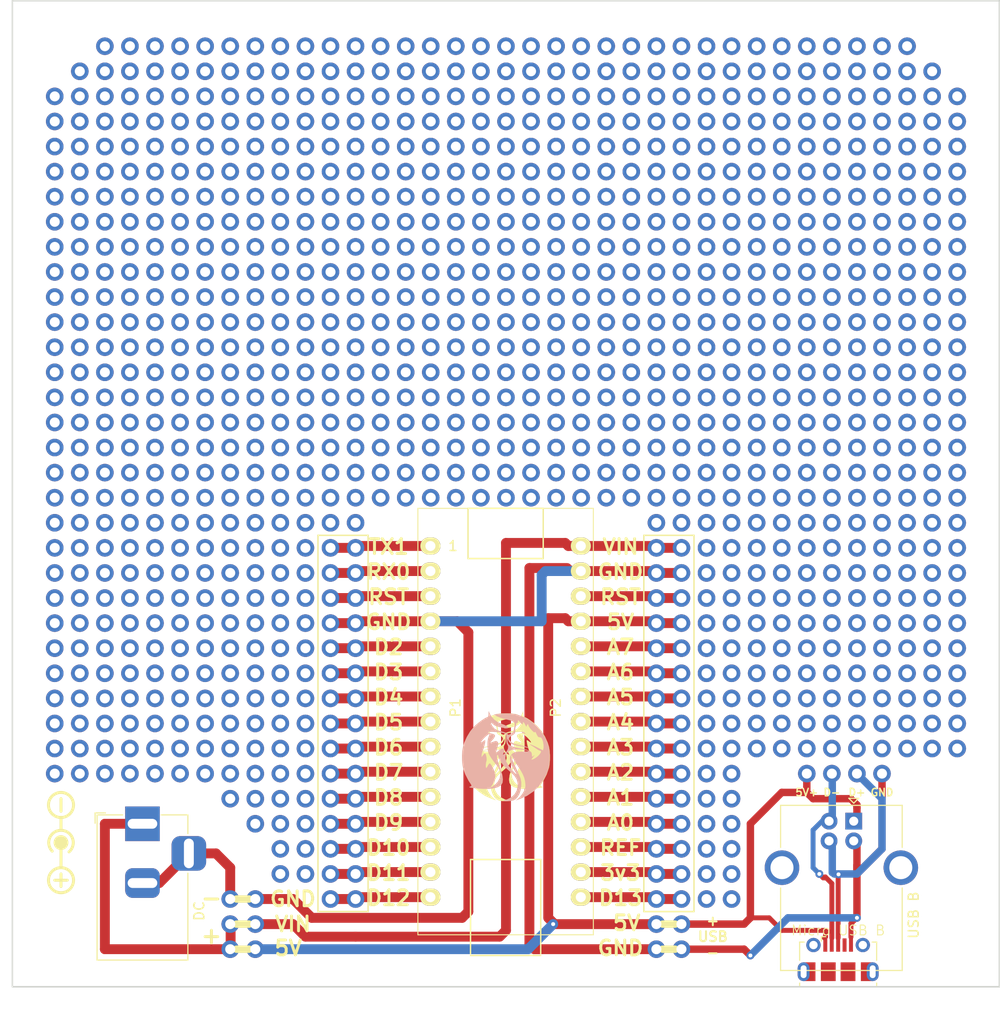
<source format=kicad_pcb>
(kicad_pcb (version 20171130) (host pcbnew "(5.0.0)")
  (layers (0 F.Cu signal) (31 B.Cu signal) (34 B.Paste user) (35 F.Paste user) (36 B.SilkS user) (37 F.SilkS user) (38 B.Mask user) (39 F.Mask user hide) (44 Edge.Cuts user))
  (net 0 "")
  (net 1 "Net-(MK1-Pad1)")
  (net 2 "Net-(MK2-Pad1)")
  (net 3 "Net-(MK3-Pad1)")
  (net 4 "Net-(MK4-Pad1)")
  (module "Connector_PinHeader_2.54mm:1 pin" (layer F.Cu) (at 96.99 137.31)
    (fp_text reference "" (at 0 0.5) (layer F.SilkS))
    (fp_text value "1 pin")
    (pad "" thru_hole circle (at 2.54 2.54) (size 1.778 1.778) (drill 1.016) (layers *.Cu *.Mask))
  )
  (module "Connector_PinHeader_2.54mm:1 pin" (layer F.Cu) (at 94.45 137.31)
    (fp_text reference "" (at 0 0.5) (layer F.SilkS))
    (fp_text value "1 pin")
    (pad "" thru_hole circle (at 2.54 2.54) (size 1.778 1.778) (drill 1.016) (layers *.Cu *.Mask))
  )
  (module Symbol:Dragon_logo_small_positiv (layer F.Cu) (at 124.93 120.165)
    (fp_text reference G*** hide)
    (fp_text value LOGO hide)
  )
  (module Symbol:Dragon_logo_small_positiv (layer B.Cu) (at 124.93 120.165 180)
    (fp_text reference G*** hide)
    (fp_text value LOGO hide)
  )
  (module "Connector_PinHeader_2.54mm:1 pin" (layer F.Cu) (at 79.21 48.41)
    (fp_text reference "" (at 0 0.5) (layer F.SilkS))
    (fp_text value "1 pin")
    (pad "" thru_hole circle (at 2.54 2.54) (size 1.778 1.778) (drill 1.016) (layers *.Cu *.Mask))
  )
  (module "Connector_PinHeader_2.54mm:1 pin" (layer F.Cu) (at 165.57 48.41)
    (fp_text reference "" (at 0 0.5) (layer F.SilkS))
    (fp_text value "1 pin")
    (pad "" thru_hole circle (at 2.54 2.54) (size 1.778 1.778) (drill 1.016) (layers *.Cu *.Mask))
  )
  (module "Connector_PinHeader_2.54mm:1 pin" (layer F.Cu) (at 163.03 48.41)
    (fp_text reference "" (at 0 0.5) (layer F.SilkS))
    (fp_text value "1 pin")
    (pad "" thru_hole circle (at 2.54 2.54) (size 1.778 1.778) (drill 1.016) (layers *.Cu *.Mask))
  )
  (module "Connector_PinHeader_2.54mm:1 pin" (layer F.Cu) (at 163.03 45.87)
    (fp_text reference "" (at 0 0.5) (layer F.SilkS))
    (fp_text value "1 pin")
    (pad "" thru_hole circle (at 2.54 2.54) (size 1.778 1.778) (drill 1.016) (layers *.Cu *.Mask))
  )
  (module "Connector_PinHeader_2.54mm:2x2 pin" (layer F.Cu) (at 152.87 45.87)
    (fp_text reference "" (at 0 0.5) (layer F.SilkS))
    (fp_text value "2x2 pin")
    (pad 4 thru_hole circle (at 5.08 5.08) (size 1.778 1.778) (drill 1.016) (layers *.Cu *.Mask))
    (pad 4 thru_hole circle (at 2.54 5.08) (size 1.778 1.778) (drill 1.016) (layers *.Cu *.Mask))
    (pad 4 thru_hole circle (at 2.54 2.54) (size 1.778 1.778) (drill 1.016) (layers *.Cu *.Mask))
    (pad 4 thru_hole circle (at 5.08 2.54) (size 1.778 1.778) (drill 1.016) (layers *.Cu *.Mask))
  )
  (module "Connector_PinHeader_2.54mm:2x2 pin" (layer F.Cu) (at 142.71 45.87)
    (fp_text reference "" (at 0 0.5) (layer F.SilkS))
    (fp_text value "2x2 pin")
    (pad 4 thru_hole circle (at 5.08 5.08) (size 1.778 1.778) (drill 1.016) (layers *.Cu *.Mask))
    (pad 4 thru_hole circle (at 2.54 5.08) (size 1.778 1.778) (drill 1.016) (layers *.Cu *.Mask))
    (pad 4 thru_hole circle (at 2.54 2.54) (size 1.778 1.778) (drill 1.016) (layers *.Cu *.Mask))
    (pad 4 thru_hole circle (at 5.08 2.54) (size 1.778 1.778) (drill 1.016) (layers *.Cu *.Mask))
  )
  (module "Connector_PinHeader_2.54mm:2x2 pin" (layer F.Cu) (at 157.95 45.87)
    (fp_text reference "" (at 0 0.5) (layer F.SilkS))
    (fp_text value "2x2 pin")
    (pad 4 thru_hole circle (at 5.08 5.08) (size 1.778 1.778) (drill 1.016) (layers *.Cu *.Mask))
    (pad 4 thru_hole circle (at 2.54 5.08) (size 1.778 1.778) (drill 1.016) (layers *.Cu *.Mask))
    (pad 4 thru_hole circle (at 2.54 2.54) (size 1.778 1.778) (drill 1.016) (layers *.Cu *.Mask))
    (pad 4 thru_hole circle (at 5.08 2.54) (size 1.778 1.778) (drill 1.016) (layers *.Cu *.Mask))
  )
  (module "Connector_PinHeader_2.54mm:2x2 pin" (layer F.Cu) (at 147.79 45.87)
    (fp_text reference "" (at 0 0.5) (layer F.SilkS))
    (fp_text value "2x2 pin")
    (pad 4 thru_hole circle (at 5.08 5.08) (size 1.778 1.778) (drill 1.016) (layers *.Cu *.Mask))
    (pad 4 thru_hole circle (at 2.54 5.08) (size 1.778 1.778) (drill 1.016) (layers *.Cu *.Mask))
    (pad 4 thru_hole circle (at 2.54 2.54) (size 1.778 1.778) (drill 1.016) (layers *.Cu *.Mask))
    (pad 4 thru_hole circle (at 5.08 2.54) (size 1.778 1.778) (drill 1.016) (layers *.Cu *.Mask))
  )
  (module "Connector_PinHeader_2.54mm:2x2 pin" (layer F.Cu) (at 132.55 45.87)
    (fp_text reference "" (at 0 0.5) (layer F.SilkS))
    (fp_text value "2x2 pin")
    (pad 4 thru_hole circle (at 5.08 5.08) (size 1.778 1.778) (drill 1.016) (layers *.Cu *.Mask))
    (pad 4 thru_hole circle (at 2.54 5.08) (size 1.778 1.778) (drill 1.016) (layers *.Cu *.Mask))
    (pad 4 thru_hole circle (at 2.54 2.54) (size 1.778 1.778) (drill 1.016) (layers *.Cu *.Mask))
    (pad 4 thru_hole circle (at 5.08 2.54) (size 1.778 1.778) (drill 1.016) (layers *.Cu *.Mask))
  )
  (module "Connector_PinHeader_2.54mm:2x2 pin" (layer F.Cu) (at 122.39 45.87)
    (fp_text reference "" (at 0 0.5) (layer F.SilkS))
    (fp_text value "2x2 pin")
    (pad 4 thru_hole circle (at 5.08 5.08) (size 1.778 1.778) (drill 1.016) (layers *.Cu *.Mask))
    (pad 4 thru_hole circle (at 2.54 5.08) (size 1.778 1.778) (drill 1.016) (layers *.Cu *.Mask))
    (pad 4 thru_hole circle (at 2.54 2.54) (size 1.778 1.778) (drill 1.016) (layers *.Cu *.Mask))
    (pad 4 thru_hole circle (at 5.08 2.54) (size 1.778 1.778) (drill 1.016) (layers *.Cu *.Mask))
  )
  (module "Connector_PinHeader_2.54mm:2x2 pin" (layer F.Cu) (at 137.63 45.87)
    (fp_text reference "" (at 0 0.5) (layer F.SilkS))
    (fp_text value "2x2 pin")
    (pad 4 thru_hole circle (at 5.08 5.08) (size 1.778 1.778) (drill 1.016) (layers *.Cu *.Mask))
    (pad 4 thru_hole circle (at 2.54 5.08) (size 1.778 1.778) (drill 1.016) (layers *.Cu *.Mask))
    (pad 4 thru_hole circle (at 2.54 2.54) (size 1.778 1.778) (drill 1.016) (layers *.Cu *.Mask))
    (pad 4 thru_hole circle (at 5.08 2.54) (size 1.778 1.778) (drill 1.016) (layers *.Cu *.Mask))
  )
  (module "Connector_PinHeader_2.54mm:2x2 pin" (layer F.Cu) (at 127.47 45.87)
    (fp_text reference "" (at 0 0.5) (layer F.SilkS))
    (fp_text value "2x2 pin")
    (pad 4 thru_hole circle (at 5.08 5.08) (size 1.778 1.778) (drill 1.016) (layers *.Cu *.Mask))
    (pad 4 thru_hole circle (at 2.54 5.08) (size 1.778 1.778) (drill 1.016) (layers *.Cu *.Mask))
    (pad 4 thru_hole circle (at 2.54 2.54) (size 1.778 1.778) (drill 1.016) (layers *.Cu *.Mask))
    (pad 4 thru_hole circle (at 5.08 2.54) (size 1.778 1.778) (drill 1.016) (layers *.Cu *.Mask))
  )
  (module "Connector_PinHeader_2.54mm:2x2 pin" (layer F.Cu) (at 117.31 45.87)
    (fp_text reference "" (at 0 0.5) (layer F.SilkS))
    (fp_text value "2x2 pin")
    (pad 4 thru_hole circle (at 5.08 2.54) (size 1.778 1.778) (drill 1.016) (layers *.Cu *.Mask))
    (pad 4 thru_hole circle (at 2.54 2.54) (size 1.778 1.778) (drill 1.016) (layers *.Cu *.Mask))
    (pad 4 thru_hole circle (at 2.54 5.08) (size 1.778 1.778) (drill 1.016) (layers *.Cu *.Mask))
    (pad 4 thru_hole circle (at 5.08 5.08) (size 1.778 1.778) (drill 1.016) (layers *.Cu *.Mask))
  )
  (module "Connector_PinHeader_2.54mm:2x2 pin" (layer F.Cu) (at 112.23 45.87)
    (fp_text reference "" (at 0 0.5) (layer F.SilkS))
    (fp_text value "2x2 pin")
    (pad 4 thru_hole circle (at 5.08 2.54) (size 1.778 1.778) (drill 1.016) (layers *.Cu *.Mask))
    (pad 4 thru_hole circle (at 2.54 2.54) (size 1.778 1.778) (drill 1.016) (layers *.Cu *.Mask))
    (pad 4 thru_hole circle (at 2.54 5.08) (size 1.778 1.778) (drill 1.016) (layers *.Cu *.Mask))
    (pad 4 thru_hole circle (at 5.08 5.08) (size 1.778 1.778) (drill 1.016) (layers *.Cu *.Mask))
  )
  (module "Connector_PinHeader_2.54mm:2x2 pin" (layer F.Cu) (at 107.15 45.87)
    (fp_text reference "" (at 0 0.5) (layer F.SilkS))
    (fp_text value "2x2 pin")
    (pad 4 thru_hole circle (at 5.08 2.54) (size 1.778 1.778) (drill 1.016) (layers *.Cu *.Mask))
    (pad 4 thru_hole circle (at 2.54 2.54) (size 1.778 1.778) (drill 1.016) (layers *.Cu *.Mask))
    (pad 4 thru_hole circle (at 2.54 5.08) (size 1.778 1.778) (drill 1.016) (layers *.Cu *.Mask))
    (pad 4 thru_hole circle (at 5.08 5.08) (size 1.778 1.778) (drill 1.016) (layers *.Cu *.Mask))
  )
  (module "Connector_PinHeader_2.54mm:2x2 pin" (layer F.Cu) (at 102.07 45.87)
    (fp_text reference "" (at 0 0.5) (layer F.SilkS))
    (fp_text value "2x2 pin")
    (pad 4 thru_hole circle (at 5.08 2.54) (size 1.778 1.778) (drill 1.016) (layers *.Cu *.Mask))
    (pad 4 thru_hole circle (at 2.54 2.54) (size 1.778 1.778) (drill 1.016) (layers *.Cu *.Mask))
    (pad 4 thru_hole circle (at 2.54 5.08) (size 1.778 1.778) (drill 1.016) (layers *.Cu *.Mask))
    (pad 4 thru_hole circle (at 5.08 5.08) (size 1.778 1.778) (drill 1.016) (layers *.Cu *.Mask))
  )
  (module "Connector_PinHeader_2.54mm:2x2 pin" (layer F.Cu) (at 96.99 45.87)
    (fp_text reference "" (at 0 0.5) (layer F.SilkS))
    (fp_text value "2x2 pin")
    (pad 4 thru_hole circle (at 5.08 2.54) (size 1.778 1.778) (drill 1.016) (layers *.Cu *.Mask))
    (pad 4 thru_hole circle (at 2.54 2.54) (size 1.778 1.778) (drill 1.016) (layers *.Cu *.Mask))
    (pad 4 thru_hole circle (at 2.54 5.08) (size 1.778 1.778) (drill 1.016) (layers *.Cu *.Mask))
    (pad 4 thru_hole circle (at 5.08 5.08) (size 1.778 1.778) (drill 1.016) (layers *.Cu *.Mask))
  )
  (module "Connector_PinHeader_2.54mm:2x2 pin" (layer F.Cu) (at 91.91 45.87)
    (fp_text reference "" (at 0 0.5) (layer F.SilkS))
    (fp_text value "2x2 pin")
    (pad 4 thru_hole circle (at 5.08 2.54) (size 1.778 1.778) (drill 1.016) (layers *.Cu *.Mask))
    (pad 4 thru_hole circle (at 2.54 2.54) (size 1.778 1.778) (drill 1.016) (layers *.Cu *.Mask))
    (pad 4 thru_hole circle (at 2.54 5.08) (size 1.778 1.778) (drill 1.016) (layers *.Cu *.Mask))
    (pad 4 thru_hole circle (at 5.08 5.08) (size 1.778 1.778) (drill 1.016) (layers *.Cu *.Mask))
  )
  (module "Connector_PinHeader_2.54mm:2x2 pin" (layer F.Cu) (at 86.83 45.87)
    (fp_text reference "" (at 0 0.5) (layer F.SilkS))
    (fp_text value "2x2 pin")
    (pad 4 thru_hole circle (at 5.08 2.54) (size 1.778 1.778) (drill 1.016) (layers *.Cu *.Mask))
    (pad 4 thru_hole circle (at 2.54 2.54) (size 1.778 1.778) (drill 1.016) (layers *.Cu *.Mask))
    (pad 4 thru_hole circle (at 2.54 5.08) (size 1.778 1.778) (drill 1.016) (layers *.Cu *.Mask))
    (pad 4 thru_hole circle (at 5.08 5.08) (size 1.778 1.778) (drill 1.016) (layers *.Cu *.Mask))
  )
  (module "Connector_PinHeader_2.54mm:2x2 pin" (layer F.Cu) (at 81.75 45.87)
    (fp_text reference "" (at 0 0.5) (layer F.SilkS))
    (fp_text value "2x2 pin")
    (pad 4 thru_hole circle (at 5.08 2.54) (size 1.778 1.778) (drill 1.016) (layers *.Cu *.Mask))
    (pad 4 thru_hole circle (at 2.54 2.54) (size 1.778 1.778) (drill 1.016) (layers *.Cu *.Mask))
    (pad 4 thru_hole circle (at 2.54 5.08) (size 1.778 1.778) (drill 1.016) (layers *.Cu *.Mask))
    (pad 4 thru_hole circle (at 5.08 5.08) (size 1.778 1.778) (drill 1.016) (layers *.Cu *.Mask))
  )
  (module "Connector_PinHeader_2.54mm:1 pin" (layer F.Cu) (at 76.67 119.53)
    (fp_text reference "" (at 0 0.5) (layer F.SilkS))
    (fp_text value "1 pin")
    (pad "" thru_hole circle (at 2.54 2.54) (size 1.778 1.778) (drill 1.016) (layers *.Cu *.Mask))
  )
  (module "Connector_PinHeader_2.54mm:1 pin" (layer F.Cu) (at 79.21 119.53)
    (fp_text reference "" (at 0 0.5) (layer F.SilkS))
    (fp_text value "1 pin")
    (pad "" thru_hole circle (at 2.54 2.54) (size 1.778 1.778) (drill 1.016) (layers *.Cu *.Mask))
  )
  (module "Connector_PinHeader_2.54mm:1 pin" (layer F.Cu) (at 81.75 119.53)
    (fp_text reference "" (at 0 0.5) (layer F.SilkS))
    (fp_text value "1 pin")
    (pad "" thru_hole circle (at 2.54 2.54) (size 1.778 1.778) (drill 1.016) (layers *.Cu *.Mask))
  )
  (module "Connector_PinHeader_2.54mm:3x3 pin" (layer F.Cu) (at 76.67 111.91)
    (fp_text reference "" (at 0 0.5) (layer F.SilkS))
    (fp_text value "3x3 pin")
    (pad 5 thru_hole circle (at 7.62 2.54) (size 1.778 1.778) (drill 1.016) (layers *.Cu *.Mask))
    (pad 5 thru_hole circle (at 5.08 2.54) (size 1.778 1.778) (drill 1.016) (layers *.Cu *.Mask))
    (pad 5 thru_hole circle (at 2.54 2.54) (size 1.778 1.778) (drill 1.016) (layers *.Cu *.Mask))
    (pad 5 thru_hole circle (at 2.54 5.08) (size 1.778 1.778) (drill 1.016) (layers *.Cu *.Mask))
    (pad 5 thru_hole circle (at 2.54 7.62) (size 1.778 1.778) (drill 1.016) (layers *.Cu *.Mask))
    (pad 5 thru_hole circle (at 5.08 7.62) (size 1.778 1.778) (drill 1.016) (layers *.Cu *.Mask))
    (pad 5 thru_hole circle (at 7.62 7.62) (size 1.778 1.778) (drill 1.016) (layers *.Cu *.Mask))
    (pad 5 thru_hole circle (at 5.08 5.08) (size 1.778 1.778) (drill 1.016) (layers *.Cu *.Mask))
    (pad 5 thru_hole circle (at 7.62 5.08) (size 1.778 1.778) (drill 1.016) (layers *.Cu *.Mask))
  )
  (module "Connector_PinHeader_2.54mm:3x3 pin" (layer F.Cu) (at 76.67 104.29)
    (fp_text reference "" (at 0 0.5) (layer F.SilkS))
    (fp_text value "3x3 pin")
    (pad 5 thru_hole circle (at 7.62 2.54) (size 1.778 1.778) (drill 1.016) (layers *.Cu *.Mask))
    (pad 5 thru_hole circle (at 5.08 2.54) (size 1.778 1.778) (drill 1.016) (layers *.Cu *.Mask))
    (pad 5 thru_hole circle (at 2.54 2.54) (size 1.778 1.778) (drill 1.016) (layers *.Cu *.Mask))
    (pad 5 thru_hole circle (at 2.54 5.08) (size 1.778 1.778) (drill 1.016) (layers *.Cu *.Mask))
    (pad 5 thru_hole circle (at 2.54 7.62) (size 1.778 1.778) (drill 1.016) (layers *.Cu *.Mask))
    (pad 5 thru_hole circle (at 5.08 7.62) (size 1.778 1.778) (drill 1.016) (layers *.Cu *.Mask))
    (pad 5 thru_hole circle (at 7.62 7.62) (size 1.778 1.778) (drill 1.016) (layers *.Cu *.Mask))
    (pad 5 thru_hole circle (at 5.08 5.08) (size 1.778 1.778) (drill 1.016) (layers *.Cu *.Mask))
    (pad 5 thru_hole circle (at 7.62 5.08) (size 1.778 1.778) (drill 1.016) (layers *.Cu *.Mask))
  )
  (module "Connector_PinHeader_2.54mm:3x3 pin" (layer F.Cu) (at 76.67 96.67)
    (fp_text reference "" (at 0 0.5) (layer F.SilkS))
    (fp_text value "3x3 pin")
    (pad 5 thru_hole circle (at 7.62 2.54) (size 1.778 1.778) (drill 1.016) (layers *.Cu *.Mask))
    (pad 5 thru_hole circle (at 5.08 2.54) (size 1.778 1.778) (drill 1.016) (layers *.Cu *.Mask))
    (pad 5 thru_hole circle (at 2.54 2.54) (size 1.778 1.778) (drill 1.016) (layers *.Cu *.Mask))
    (pad 5 thru_hole circle (at 2.54 5.08) (size 1.778 1.778) (drill 1.016) (layers *.Cu *.Mask))
    (pad 5 thru_hole circle (at 2.54 7.62) (size 1.778 1.778) (drill 1.016) (layers *.Cu *.Mask))
    (pad 5 thru_hole circle (at 5.08 7.62) (size 1.778 1.778) (drill 1.016) (layers *.Cu *.Mask))
    (pad 5 thru_hole circle (at 7.62 7.62) (size 1.778 1.778) (drill 1.016) (layers *.Cu *.Mask))
    (pad 5 thru_hole circle (at 5.08 5.08) (size 1.778 1.778) (drill 1.016) (layers *.Cu *.Mask))
    (pad 5 thru_hole circle (at 7.62 5.08) (size 1.778 1.778) (drill 1.016) (layers *.Cu *.Mask))
  )
  (module "Connector_PinHeader_2.54mm:3x3 pin" (layer F.Cu) (at 76.67 89.05)
    (fp_text reference "" (at 0 0.5) (layer F.SilkS))
    (fp_text value "3x3 pin")
    (pad 5 thru_hole circle (at 7.62 2.54) (size 1.778 1.778) (drill 1.016) (layers *.Cu *.Mask))
    (pad 5 thru_hole circle (at 5.08 2.54) (size 1.778 1.778) (drill 1.016) (layers *.Cu *.Mask))
    (pad 5 thru_hole circle (at 2.54 2.54) (size 1.778 1.778) (drill 1.016) (layers *.Cu *.Mask))
    (pad 5 thru_hole circle (at 2.54 5.08) (size 1.778 1.778) (drill 1.016) (layers *.Cu *.Mask))
    (pad 5 thru_hole circle (at 2.54 7.62) (size 1.778 1.778) (drill 1.016) (layers *.Cu *.Mask))
    (pad 5 thru_hole circle (at 5.08 7.62) (size 1.778 1.778) (drill 1.016) (layers *.Cu *.Mask))
    (pad 5 thru_hole circle (at 7.62 7.62) (size 1.778 1.778) (drill 1.016) (layers *.Cu *.Mask))
    (pad 5 thru_hole circle (at 5.08 5.08) (size 1.778 1.778) (drill 1.016) (layers *.Cu *.Mask))
    (pad 5 thru_hole circle (at 7.62 5.08) (size 1.778 1.778) (drill 1.016) (layers *.Cu *.Mask))
  )
  (module "Connector_PinHeader_2.54mm:3x3 pin" (layer F.Cu) (at 76.67 81.43)
    (fp_text reference "" (at 0 0.5) (layer F.SilkS))
    (fp_text value "3x3 pin")
    (pad 5 thru_hole circle (at 7.62 2.54) (size 1.778 1.778) (drill 1.016) (layers *.Cu *.Mask))
    (pad 5 thru_hole circle (at 5.08 2.54) (size 1.778 1.778) (drill 1.016) (layers *.Cu *.Mask))
    (pad 5 thru_hole circle (at 2.54 2.54) (size 1.778 1.778) (drill 1.016) (layers *.Cu *.Mask))
    (pad 5 thru_hole circle (at 2.54 5.08) (size 1.778 1.778) (drill 1.016) (layers *.Cu *.Mask))
    (pad 5 thru_hole circle (at 2.54 7.62) (size 1.778 1.778) (drill 1.016) (layers *.Cu *.Mask))
    (pad 5 thru_hole circle (at 5.08 7.62) (size 1.778 1.778) (drill 1.016) (layers *.Cu *.Mask))
    (pad 5 thru_hole circle (at 7.62 7.62) (size 1.778 1.778) (drill 1.016) (layers *.Cu *.Mask))
    (pad 5 thru_hole circle (at 5.08 5.08) (size 1.778 1.778) (drill 1.016) (layers *.Cu *.Mask))
    (pad 5 thru_hole circle (at 7.62 5.08) (size 1.778 1.778) (drill 1.016) (layers *.Cu *.Mask))
  )
  (module "Connector_PinHeader_2.54mm:3x3 pin" (layer F.Cu) (at 76.67 73.81)
    (fp_text reference "" (at 0 0.5) (layer F.SilkS))
    (fp_text value "3x3 pin")
    (pad 5 thru_hole circle (at 7.62 2.54) (size 1.778 1.778) (drill 1.016) (layers *.Cu *.Mask))
    (pad 5 thru_hole circle (at 5.08 2.54) (size 1.778 1.778) (drill 1.016) (layers *.Cu *.Mask))
    (pad 5 thru_hole circle (at 2.54 2.54) (size 1.778 1.778) (drill 1.016) (layers *.Cu *.Mask))
    (pad 5 thru_hole circle (at 2.54 5.08) (size 1.778 1.778) (drill 1.016) (layers *.Cu *.Mask))
    (pad 5 thru_hole circle (at 2.54 7.62) (size 1.778 1.778) (drill 1.016) (layers *.Cu *.Mask))
    (pad 5 thru_hole circle (at 5.08 7.62) (size 1.778 1.778) (drill 1.016) (layers *.Cu *.Mask))
    (pad 5 thru_hole circle (at 7.62 7.62) (size 1.778 1.778) (drill 1.016) (layers *.Cu *.Mask))
    (pad 5 thru_hole circle (at 5.08 5.08) (size 1.778 1.778) (drill 1.016) (layers *.Cu *.Mask))
    (pad 5 thru_hole circle (at 7.62 5.08) (size 1.778 1.778) (drill 1.016) (layers *.Cu *.Mask))
  )
  (module "Connector_PinHeader_2.54mm:3x3 pin" (layer F.Cu) (at 76.67 66.19)
    (fp_text reference "" (at 0 0.5) (layer F.SilkS))
    (fp_text value "3x3 pin")
    (pad 5 thru_hole circle (at 7.62 2.54) (size 1.778 1.778) (drill 1.016) (layers *.Cu *.Mask))
    (pad 5 thru_hole circle (at 5.08 2.54) (size 1.778 1.778) (drill 1.016) (layers *.Cu *.Mask))
    (pad 5 thru_hole circle (at 2.54 2.54) (size 1.778 1.778) (drill 1.016) (layers *.Cu *.Mask))
    (pad 5 thru_hole circle (at 2.54 5.08) (size 1.778 1.778) (drill 1.016) (layers *.Cu *.Mask))
    (pad 5 thru_hole circle (at 2.54 7.62) (size 1.778 1.778) (drill 1.016) (layers *.Cu *.Mask))
    (pad 5 thru_hole circle (at 5.08 7.62) (size 1.778 1.778) (drill 1.016) (layers *.Cu *.Mask))
    (pad 5 thru_hole circle (at 7.62 7.62) (size 1.778 1.778) (drill 1.016) (layers *.Cu *.Mask))
    (pad 5 thru_hole circle (at 5.08 5.08) (size 1.778 1.778) (drill 1.016) (layers *.Cu *.Mask))
    (pad 5 thru_hole circle (at 7.62 5.08) (size 1.778 1.778) (drill 1.016) (layers *.Cu *.Mask))
  )
  (module "Connector_PinHeader_2.54mm:3x3 pin" (layer F.Cu) (at 76.67 58.57)
    (fp_text reference "" (at 0 0.5) (layer F.SilkS))
    (fp_text value "3x3 pin")
    (pad 5 thru_hole circle (at 7.62 2.54) (size 1.778 1.778) (drill 1.016) (layers *.Cu *.Mask))
    (pad 5 thru_hole circle (at 5.08 2.54) (size 1.778 1.778) (drill 1.016) (layers *.Cu *.Mask))
    (pad 5 thru_hole circle (at 2.54 2.54) (size 1.778 1.778) (drill 1.016) (layers *.Cu *.Mask))
    (pad 5 thru_hole circle (at 2.54 5.08) (size 1.778 1.778) (drill 1.016) (layers *.Cu *.Mask))
    (pad 5 thru_hole circle (at 2.54 7.62) (size 1.778 1.778) (drill 1.016) (layers *.Cu *.Mask))
    (pad 5 thru_hole circle (at 5.08 7.62) (size 1.778 1.778) (drill 1.016) (layers *.Cu *.Mask))
    (pad 5 thru_hole circle (at 7.62 7.62) (size 1.778 1.778) (drill 1.016) (layers *.Cu *.Mask))
    (pad 5 thru_hole circle (at 5.08 5.08) (size 1.778 1.778) (drill 1.016) (layers *.Cu *.Mask))
    (pad 5 thru_hole circle (at 7.62 5.08) (size 1.778 1.778) (drill 1.016) (layers *.Cu *.Mask))
  )
  (module "Connector_PinHeader_2.54mm:3x3 pin" (layer F.Cu) (at 76.67 50.95)
    (fp_text reference "" (at 0 0.5) (layer F.SilkS))
    (fp_text value "3x3 pin")
    (pad 5 thru_hole circle (at 7.62 2.54) (size 1.778 1.778) (drill 1.016) (layers *.Cu *.Mask))
    (pad 5 thru_hole circle (at 5.08 2.54) (size 1.778 1.778) (drill 1.016) (layers *.Cu *.Mask))
    (pad 5 thru_hole circle (at 2.54 2.54) (size 1.778 1.778) (drill 1.016) (layers *.Cu *.Mask))
    (pad 5 thru_hole circle (at 2.54 5.08) (size 1.778 1.778) (drill 1.016) (layers *.Cu *.Mask))
    (pad 5 thru_hole circle (at 2.54 7.62) (size 1.778 1.778) (drill 1.016) (layers *.Cu *.Mask))
    (pad 5 thru_hole circle (at 5.08 7.62) (size 1.778 1.778) (drill 1.016) (layers *.Cu *.Mask))
    (pad 5 thru_hole circle (at 7.62 7.62) (size 1.778 1.778) (drill 1.016) (layers *.Cu *.Mask))
    (pad 5 thru_hole circle (at 5.08 5.08) (size 1.778 1.778) (drill 1.016) (layers *.Cu *.Mask))
    (pad 5 thru_hole circle (at 7.62 5.08) (size 1.778 1.778) (drill 1.016) (layers *.Cu *.Mask))
  )
  (module "Connector_PinHeader_2.54mm:1 pin" (layer F.Cu) (at 168.11 83.97)
    (fp_text reference "" (at 0 0.5) (layer F.SilkS))
    (fp_text value "1 pin")
    (pad "" thru_hole circle (at 2.54 2.54) (size 1.778 1.778) (drill 1.016) (layers *.Cu *.Mask))
  )
  (module "Connector_PinHeader_2.54mm:1 pin" (layer F.Cu) (at 168.11 81.43)
    (fp_text reference "" (at 0 0.5) (layer F.SilkS))
    (fp_text value "1 pin")
    (pad "" thru_hole circle (at 2.54 2.54) (size 1.778 1.778) (drill 1.016) (layers *.Cu *.Mask))
  )
  (module "Connector_PinHeader_2.54mm:1 pin" (layer F.Cu) (at 168.11 116.99)
    (fp_text reference "" (at 0 0.5) (layer F.SilkS))
    (fp_text value "1 pin")
    (pad "" thru_hole circle (at 2.54 2.54) (size 1.778 1.778) (drill 1.016) (layers *.Cu *.Mask))
  )
  (module "Connector_PinHeader_2.54mm:1 pin" (layer F.Cu) (at 168.11 114.45)
    (fp_text reference "" (at 0 0.5) (layer F.SilkS))
    (fp_text value "1 pin")
    (pad "" thru_hole circle (at 2.54 2.54) (size 1.778 1.778) (drill 1.016) (layers *.Cu *.Mask))
  )
  (module "Connector_PinHeader_2.54mm:1 pin" (layer F.Cu) (at 168.11 111.91)
    (fp_text reference "" (at 0 0.5) (layer F.SilkS))
    (fp_text value "1 pin")
    (pad "" thru_hole circle (at 2.54 2.54) (size 1.778 1.778) (drill 1.016) (layers *.Cu *.Mask))
  )
  (module "Connector_PinHeader_2.54mm:1 pin" (layer F.Cu) (at 165.57 111.91)
    (fp_text reference "" (at 0 0.5) (layer F.SilkS))
    (fp_text value "1 pin")
    (pad "" thru_hole circle (at 2.54 2.54) (size 1.778 1.778) (drill 1.016) (layers *.Cu *.Mask))
  )
  (module "Connector_PinHeader_2.54mm:2x2 pin" (layer F.Cu) (at 142.71 124.61)
    (fp_text reference "" (at 0 0.5) (layer F.SilkS))
    (fp_text value "2x2 pin")
    (pad 4 thru_hole circle (at 5.08 5.08) (size 1.778 1.778) (drill 1.016) (layers *.Cu *.Mask))
    (pad 4 thru_hole circle (at 2.54 5.08) (size 1.778 1.778) (drill 1.016) (layers *.Cu *.Mask))
    (pad 4 thru_hole circle (at 2.54 2.54) (size 1.778 1.778) (drill 1.016) (layers *.Cu *.Mask))
    (pad 4 thru_hole circle (at 5.08 2.54) (size 1.778 1.778) (drill 1.016) (layers *.Cu *.Mask))
  )
  (module "Connector_PinHeader_2.54mm:2x2 pin" (layer F.Cu) (at 142.71 119.53)
    (fp_text reference "" (at 0 0.5) (layer F.SilkS))
    (fp_text value "2x2 pin")
    (pad 4 thru_hole circle (at 5.08 5.08) (size 1.778 1.778) (drill 1.016) (layers *.Cu *.Mask))
    (pad 4 thru_hole circle (at 2.54 5.08) (size 1.778 1.778) (drill 1.016) (layers *.Cu *.Mask))
    (pad 4 thru_hole circle (at 2.54 2.54) (size 1.778 1.778) (drill 1.016) (layers *.Cu *.Mask))
    (pad 4 thru_hole circle (at 5.08 2.54) (size 1.778 1.778) (drill 1.016) (layers *.Cu *.Mask))
  )
  (module "Connector_PinHeader_2.54mm:2x2 pin" (layer F.Cu) (at 142.71 114.45)
    (fp_text reference "" (at 0 0.5) (layer F.SilkS))
    (fp_text value "2x2 pin")
    (pad 4 thru_hole circle (at 5.08 5.08) (size 1.778 1.778) (drill 1.016) (layers *.Cu *.Mask))
    (pad 4 thru_hole circle (at 2.54 5.08) (size 1.778 1.778) (drill 1.016) (layers *.Cu *.Mask))
    (pad 4 thru_hole circle (at 2.54 2.54) (size 1.778 1.778) (drill 1.016) (layers *.Cu *.Mask))
    (pad 4 thru_hole circle (at 5.08 2.54) (size 1.778 1.778) (drill 1.016) (layers *.Cu *.Mask))
  )
  (module "Connector_PinHeader_2.54mm:2x2 pin" (layer F.Cu) (at 147.79 114.45)
    (fp_text reference "" (at 0 0.5) (layer F.SilkS))
    (fp_text value "2x2 pin")
    (pad 4 thru_hole circle (at 5.08 5.08) (size 1.778 1.778) (drill 1.016) (layers *.Cu *.Mask))
    (pad 4 thru_hole circle (at 2.54 5.08) (size 1.778 1.778) (drill 1.016) (layers *.Cu *.Mask))
    (pad 4 thru_hole circle (at 2.54 2.54) (size 1.778 1.778) (drill 1.016) (layers *.Cu *.Mask))
    (pad 4 thru_hole circle (at 5.08 2.54) (size 1.778 1.778) (drill 1.016) (layers *.Cu *.Mask))
  )
  (module "Connector_PinHeader_2.54mm:2x2 pin" (layer F.Cu) (at 152.87 114.45)
    (fp_text reference "" (at 0 0.5) (layer F.SilkS))
    (fp_text value "2x2 pin")
    (pad 4 thru_hole circle (at 5.08 5.08) (size 1.778 1.778) (drill 1.016) (layers *.Cu *.Mask))
    (pad 4 thru_hole circle (at 2.54 5.08) (size 1.778 1.778) (drill 1.016) (layers *.Cu *.Mask))
    (pad 4 thru_hole circle (at 2.54 2.54) (size 1.778 1.778) (drill 1.016) (layers *.Cu *.Mask))
    (pad 4 thru_hole circle (at 5.08 2.54) (size 1.778 1.778) (drill 1.016) (layers *.Cu *.Mask))
  )
  (module "Connector_PinHeader_2.54mm:2x2 pin" (layer F.Cu) (at 165.57 106.83)
    (fp_text reference "" (at 0 0.5) (layer F.SilkS))
    (fp_text value "2x2 pin")
    (pad 4 thru_hole circle (at 5.08 5.08) (size 1.778 1.778) (drill 1.016) (layers *.Cu *.Mask))
    (pad 4 thru_hole circle (at 2.54 5.08) (size 1.778 1.778) (drill 1.016) (layers *.Cu *.Mask))
    (pad 4 thru_hole circle (at 2.54 2.54) (size 1.778 1.778) (drill 1.016) (layers *.Cu *.Mask))
    (pad 4 thru_hole circle (at 5.08 2.54) (size 1.778 1.778) (drill 1.016) (layers *.Cu *.Mask))
  )
  (module "Connector_PinHeader_2.54mm:2x2 pin" (layer F.Cu) (at 165.57 101.75)
    (fp_text reference "" (at 0 0.5) (layer F.SilkS))
    (fp_text value "2x2 pin")
    (pad 4 thru_hole circle (at 5.08 5.08) (size 1.778 1.778) (drill 1.016) (layers *.Cu *.Mask))
    (pad 4 thru_hole circle (at 2.54 5.08) (size 1.778 1.778) (drill 1.016) (layers *.Cu *.Mask))
    (pad 4 thru_hole circle (at 2.54 2.54) (size 1.778 1.778) (drill 1.016) (layers *.Cu *.Mask))
    (pad 4 thru_hole circle (at 5.08 2.54) (size 1.778 1.778) (drill 1.016) (layers *.Cu *.Mask))
  )
  (module "Connector_PinHeader_2.54mm:2x2 pin" (layer F.Cu) (at 165.57 96.67)
    (fp_text reference "" (at 0 0.5) (layer F.SilkS))
    (fp_text value "2x2 pin")
    (pad 4 thru_hole circle (at 5.08 5.08) (size 1.778 1.778) (drill 1.016) (layers *.Cu *.Mask))
    (pad 4 thru_hole circle (at 2.54 5.08) (size 1.778 1.778) (drill 1.016) (layers *.Cu *.Mask))
    (pad 4 thru_hole circle (at 2.54 2.54) (size 1.778 1.778) (drill 1.016) (layers *.Cu *.Mask))
    (pad 4 thru_hole circle (at 5.08 2.54) (size 1.778 1.778) (drill 1.016) (layers *.Cu *.Mask))
  )
  (module "Connector_PinHeader_2.54mm:2x2 pin" (layer F.Cu) (at 165.57 91.59)
    (fp_text reference "" (at 0 0.5) (layer F.SilkS))
    (fp_text value "2x2 pin")
    (pad 4 thru_hole circle (at 5.08 5.08) (size 1.778 1.778) (drill 1.016) (layers *.Cu *.Mask))
    (pad 4 thru_hole circle (at 2.54 5.08) (size 1.778 1.778) (drill 1.016) (layers *.Cu *.Mask))
    (pad 4 thru_hole circle (at 2.54 2.54) (size 1.778 1.778) (drill 1.016) (layers *.Cu *.Mask))
    (pad 4 thru_hole circle (at 5.08 2.54) (size 1.778 1.778) (drill 1.016) (layers *.Cu *.Mask))
  )
  (module "Connector_PinHeader_2.54mm:2x2 pin" (layer F.Cu) (at 165.57 86.51)
    (fp_text reference "" (at 0 0.5) (layer F.SilkS))
    (fp_text value "2x2 pin")
    (pad 4 thru_hole circle (at 5.08 5.08) (size 1.778 1.778) (drill 1.016) (layers *.Cu *.Mask))
    (pad 4 thru_hole circle (at 2.54 5.08) (size 1.778 1.778) (drill 1.016) (layers *.Cu *.Mask))
    (pad 4 thru_hole circle (at 2.54 2.54) (size 1.778 1.778) (drill 1.016) (layers *.Cu *.Mask))
    (pad 4 thru_hole circle (at 5.08 2.54) (size 1.778 1.778) (drill 1.016) (layers *.Cu *.Mask))
  )
  (module "Connector_PinHeader_2.54mm:2x2 pin" (layer F.Cu) (at 163.03 81.43)
    (fp_text reference "" (at 0 0.5) (layer F.SilkS))
    (fp_text value "2x2 pin")
    (pad 4 thru_hole circle (at 5.08 5.08) (size 1.778 1.778) (drill 1.016) (layers *.Cu *.Mask))
    (pad 4 thru_hole circle (at 2.54 5.08) (size 1.778 1.778) (drill 1.016) (layers *.Cu *.Mask))
    (pad 4 thru_hole circle (at 2.54 2.54) (size 1.778 1.778) (drill 1.016) (layers *.Cu *.Mask))
    (pad 4 thru_hole circle (at 5.08 2.54) (size 1.778 1.778) (drill 1.016) (layers *.Cu *.Mask))
  )
  (module "Connector_PinHeader_2.54mm:3x3 pin" (layer F.Cu) (at 163.03 73.81)
    (fp_text reference "" (at 0 0.5) (layer F.SilkS))
    (fp_text value "3x3 pin")
    (pad 5 thru_hole circle (at 7.62 2.54) (size 1.778 1.778) (drill 1.016) (layers *.Cu *.Mask))
    (pad 5 thru_hole circle (at 5.08 2.54) (size 1.778 1.778) (drill 1.016) (layers *.Cu *.Mask))
    (pad 5 thru_hole circle (at 2.54 2.54) (size 1.778 1.778) (drill 1.016) (layers *.Cu *.Mask))
    (pad 5 thru_hole circle (at 2.54 5.08) (size 1.778 1.778) (drill 1.016) (layers *.Cu *.Mask))
    (pad 5 thru_hole circle (at 2.54 7.62) (size 1.778 1.778) (drill 1.016) (layers *.Cu *.Mask))
    (pad 5 thru_hole circle (at 5.08 7.62) (size 1.778 1.778) (drill 1.016) (layers *.Cu *.Mask))
    (pad 5 thru_hole circle (at 7.62 7.62) (size 1.778 1.778) (drill 1.016) (layers *.Cu *.Mask))
    (pad 5 thru_hole circle (at 5.08 5.08) (size 1.778 1.778) (drill 1.016) (layers *.Cu *.Mask))
    (pad 5 thru_hole circle (at 7.62 5.08) (size 1.778 1.778) (drill 1.016) (layers *.Cu *.Mask))
  )
  (module "Connector_PinHeader_2.54mm:3x3 pin" (layer F.Cu) (at 163.03 66.19)
    (fp_text reference "" (at 0 0.5) (layer F.SilkS))
    (fp_text value "3x3 pin")
    (pad 5 thru_hole circle (at 7.62 2.54) (size 1.778 1.778) (drill 1.016) (layers *.Cu *.Mask))
    (pad 5 thru_hole circle (at 5.08 2.54) (size 1.778 1.778) (drill 1.016) (layers *.Cu *.Mask))
    (pad 5 thru_hole circle (at 2.54 2.54) (size 1.778 1.778) (drill 1.016) (layers *.Cu *.Mask))
    (pad 5 thru_hole circle (at 2.54 5.08) (size 1.778 1.778) (drill 1.016) (layers *.Cu *.Mask))
    (pad 5 thru_hole circle (at 2.54 7.62) (size 1.778 1.778) (drill 1.016) (layers *.Cu *.Mask))
    (pad 5 thru_hole circle (at 5.08 7.62) (size 1.778 1.778) (drill 1.016) (layers *.Cu *.Mask))
    (pad 5 thru_hole circle (at 7.62 7.62) (size 1.778 1.778) (drill 1.016) (layers *.Cu *.Mask))
    (pad 5 thru_hole circle (at 5.08 5.08) (size 1.778 1.778) (drill 1.016) (layers *.Cu *.Mask))
    (pad 5 thru_hole circle (at 7.62 5.08) (size 1.778 1.778) (drill 1.016) (layers *.Cu *.Mask))
  )
  (module "Connector_PinHeader_2.54mm:3x3 pin" (layer F.Cu) (at 163.03 58.57)
    (fp_text reference "" (at 0 0.5) (layer F.SilkS))
    (fp_text value "3x3 pin")
    (pad 5 thru_hole circle (at 7.62 2.54) (size 1.778 1.778) (drill 1.016) (layers *.Cu *.Mask))
    (pad 5 thru_hole circle (at 5.08 2.54) (size 1.778 1.778) (drill 1.016) (layers *.Cu *.Mask))
    (pad 5 thru_hole circle (at 2.54 2.54) (size 1.778 1.778) (drill 1.016) (layers *.Cu *.Mask))
    (pad 5 thru_hole circle (at 2.54 5.08) (size 1.778 1.778) (drill 1.016) (layers *.Cu *.Mask))
    (pad 5 thru_hole circle (at 2.54 7.62) (size 1.778 1.778) (drill 1.016) (layers *.Cu *.Mask))
    (pad 5 thru_hole circle (at 5.08 7.62) (size 1.778 1.778) (drill 1.016) (layers *.Cu *.Mask))
    (pad 5 thru_hole circle (at 7.62 7.62) (size 1.778 1.778) (drill 1.016) (layers *.Cu *.Mask))
    (pad 5 thru_hole circle (at 5.08 5.08) (size 1.778 1.778) (drill 1.016) (layers *.Cu *.Mask))
    (pad 5 thru_hole circle (at 7.62 5.08) (size 1.778 1.778) (drill 1.016) (layers *.Cu *.Mask))
  )
  (module "Connector_PinHeader_2.54mm:3x3 pin" (layer F.Cu) (at 163.03 50.95)
    (fp_text reference "" (at 0 0.5) (layer F.SilkS))
    (fp_text value "3x3 pin")
    (pad 5 thru_hole circle (at 7.62 2.54) (size 1.778 1.778) (drill 1.016) (layers *.Cu *.Mask))
    (pad 5 thru_hole circle (at 5.08 2.54) (size 1.778 1.778) (drill 1.016) (layers *.Cu *.Mask))
    (pad 5 thru_hole circle (at 2.54 2.54) (size 1.778 1.778) (drill 1.016) (layers *.Cu *.Mask))
    (pad 5 thru_hole circle (at 2.54 5.08) (size 1.778 1.778) (drill 1.016) (layers *.Cu *.Mask))
    (pad 5 thru_hole circle (at 2.54 7.62) (size 1.778 1.778) (drill 1.016) (layers *.Cu *.Mask))
    (pad 5 thru_hole circle (at 5.08 7.62) (size 1.778 1.778) (drill 1.016) (layers *.Cu *.Mask))
    (pad 5 thru_hole circle (at 7.62 7.62) (size 1.778 1.778) (drill 1.016) (layers *.Cu *.Mask))
    (pad 5 thru_hole circle (at 5.08 5.08) (size 1.778 1.778) (drill 1.016) (layers *.Cu *.Mask))
    (pad 5 thru_hole circle (at 7.62 5.08) (size 1.778 1.778) (drill 1.016) (layers *.Cu *.Mask))
  )
  (module "Connector_PinHeader_2.54mm:1 pin" (layer F.Cu) (at 160.49 83.97)
    (fp_text reference "" (at 0 0.5) (layer F.SilkS))
    (fp_text value "1 pin")
    (pad "" thru_hole circle (at 2.54 2.54) (size 1.778 1.778) (drill 1.016) (layers *.Cu *.Mask))
  )
  (module "Connector_PinHeader_2.54mm:1 pin" (layer F.Cu) (at 157.95 83.97)
    (fp_text reference "" (at 0 0.5) (layer F.SilkS))
    (fp_text value "1 pin")
    (pad "" thru_hole circle (at 2.54 2.54) (size 1.778 1.778) (drill 1.016) (layers *.Cu *.Mask))
  )
  (module "Connector_PinHeader_2.54mm:2x2 pin" (layer F.Cu) (at 157.95 78.89)
    (fp_text reference "" (at 0 0.5) (layer F.SilkS))
    (fp_text value "2x2 pin")
    (pad 4 thru_hole circle (at 5.08 2.54) (size 1.778 1.778) (drill 1.016) (layers *.Cu *.Mask))
    (pad 4 thru_hole circle (at 2.54 2.54) (size 1.778 1.778) (drill 1.016) (layers *.Cu *.Mask))
    (pad 4 thru_hole circle (at 2.54 5.08) (size 1.778 1.778) (drill 1.016) (layers *.Cu *.Mask))
    (pad 4 thru_hole circle (at 5.08 5.08) (size 1.778 1.778) (drill 1.016) (layers *.Cu *.Mask))
  )
  (module "Connector_PinHeader_2.54mm:1 pin" (layer F.Cu) (at 155.41 56.03)
    (fp_text reference "" (at 0 0.5) (layer F.SilkS))
    (fp_text value "1 pin")
    (pad "" thru_hole circle (at 2.54 2.54) (size 1.778 1.778) (drill 1.016) (layers *.Cu *.Mask))
  )
  (module "Connector_PinHeader_2.54mm:1 pin" (layer F.Cu) (at 155.41 53.49)
    (fp_text reference "" (at 0 0.5) (layer F.SilkS))
    (fp_text value "1 pin")
    (pad "" thru_hole circle (at 2.54 2.54) (size 1.778 1.778) (drill 1.016) (layers *.Cu *.Mask))
  )
  (module "Connector_PinHeader_2.54mm:1 pin" (layer F.Cu) (at 152.87 53.49)
    (fp_text reference "" (at 0 0.5) (layer F.SilkS))
    (fp_text value "1 pin")
    (pad "" thru_hole circle (at 2.54 2.54) (size 1.778 1.778) (drill 1.016) (layers *.Cu *.Mask))
  )
  (module "Connector_PinHeader_2.54mm:1 pin" (layer F.Cu) (at 150.33 53.49)
    (fp_text reference "" (at 0 0.5) (layer F.SilkS))
    (fp_text value "1 pin")
    (pad "" thru_hole circle (at 2.54 2.54) (size 1.778 1.778) (drill 1.016) (layers *.Cu *.Mask))
  )
  (module "Connector_PinHeader_2.54mm:1 pin" (layer F.Cu) (at 147.79 53.49)
    (fp_text reference "" (at 0 0.5) (layer F.SilkS))
    (fp_text value "1 pin")
    (pad "" thru_hole circle (at 2.54 2.54) (size 1.778 1.778) (drill 1.016) (layers *.Cu *.Mask))
  )
  (module "Connector_PinHeader_2.54mm:1 pin" (layer F.Cu) (at 145.25 53.49)
    (fp_text reference "" (at 0 0.5) (layer F.SilkS))
    (fp_text value "1 pin")
    (pad "" thru_hole circle (at 2.54 2.54) (size 1.778 1.778) (drill 1.016) (layers *.Cu *.Mask))
  )
  (module "Connector_PinHeader_2.54mm:1 pin" (layer F.Cu) (at 142.71 53.49)
    (fp_text reference "" (at 0 0.5) (layer F.SilkS))
    (fp_text value "1 pin")
    (pad "" thru_hole circle (at 2.54 2.54) (size 1.778 1.778) (drill 1.016) (layers *.Cu *.Mask))
  )
  (module "Connector_PinHeader_2.54mm:1 pin" (layer F.Cu) (at 142.71 56.03)
    (fp_text reference "" (at 0 0.5) (layer F.SilkS))
    (fp_text value "1 pin")
    (pad "" thru_hole circle (at 2.54 2.54) (size 1.778 1.778) (drill 1.016) (layers *.Cu *.Mask))
  )
  (module "Connector_PinHeader_2.54mm:1 pin" (layer F.Cu) (at 142.71 58.57)
    (fp_text reference "" (at 0 0.5) (layer F.SilkS))
    (fp_text value "1 pin")
    (pad "" thru_hole circle (at 2.54 2.54) (size 1.778 1.778) (drill 1.016) (layers *.Cu *.Mask))
  )
  (module "Connector_PinHeader_2.54mm:1 pin" (layer F.Cu) (at 160.49 76.35)
    (fp_text reference "" (at 0 0.5) (layer F.SilkS))
    (fp_text value "1 pin")
    (pad "" thru_hole circle (at 2.54 2.54) (size 1.778 1.778) (drill 1.016) (layers *.Cu *.Mask))
  )
  (module "Connector_PinHeader_2.54mm:1 pin" (layer F.Cu) (at 160.49 73.81)
    (fp_text reference "" (at 0 0.5) (layer F.SilkS))
    (fp_text value "1 pin")
    (pad "" thru_hole circle (at 2.54 2.54) (size 1.778 1.778) (drill 1.016) (layers *.Cu *.Mask))
  )
  (module "Connector_PinHeader_2.54mm:1 pin" (layer F.Cu) (at 160.49 71.27)
    (fp_text reference "" (at 0 0.5) (layer F.SilkS))
    (fp_text value "1 pin")
    (pad "" thru_hole circle (at 2.54 2.54) (size 1.778 1.778) (drill 1.016) (layers *.Cu *.Mask))
  )
  (module "Connector_PinHeader_2.54mm:2x2 pin" (layer F.Cu) (at 99.53 127.15)
    (fp_text reference "" (at 0 0.5) (layer F.SilkS))
    (fp_text value "2x2 pin")
    (pad 4 thru_hole circle (at 5.08 2.54) (size 1.778 1.778) (drill 1.016) (layers *.Cu *.Mask))
    (pad 4 thru_hole circle (at 2.54 2.54) (size 1.778 1.778) (drill 1.016) (layers *.Cu *.Mask))
    (pad 4 thru_hole circle (at 2.54 5.08) (size 1.778 1.778) (drill 1.016) (layers *.Cu *.Mask))
    (pad 4 thru_hole circle (at 5.08 5.08) (size 1.778 1.778) (drill 1.016) (layers *.Cu *.Mask))
  )
  (module "Connector_PinHeader_2.54mm:2x2 pin" (layer F.Cu) (at 99.53 122.07)
    (fp_text reference "" (at 0 0.5) (layer F.SilkS))
    (fp_text value "2x2 pin")
    (pad 4 thru_hole circle (at 5.08 2.54) (size 1.778 1.778) (drill 1.016) (layers *.Cu *.Mask))
    (pad 4 thru_hole circle (at 2.54 2.54) (size 1.778 1.778) (drill 1.016) (layers *.Cu *.Mask))
    (pad 4 thru_hole circle (at 2.54 5.08) (size 1.778 1.778) (drill 1.016) (layers *.Cu *.Mask))
    (pad 4 thru_hole circle (at 5.08 5.08) (size 1.778 1.778) (drill 1.016) (layers *.Cu *.Mask))
  )
  (module "Connector_PinHeader_2.54mm:1 pin" (layer F.Cu) (at 104.61 50.95)
    (fp_text reference "" (at 0 0.5) (layer F.SilkS))
    (fp_text value "1 pin")
    (pad "" thru_hole circle (at 2.54 2.54) (size 1.778 1.778) (drill 1.016) (layers *.Cu *.Mask))
  )
  (module "Connector_PinHeader_2.54mm:2x2 pin" (layer F.Cu) (at 163.03 114.45)
    (fp_text reference "" (at 0 0.5) (layer F.SilkS))
    (fp_text value "2x2 pin")
    (pad 4 thru_hole circle (at 5.08 5.08) (size 1.778 1.778) (drill 1.016) (layers *.Cu *.Mask))
    (pad 4 thru_hole circle (at 2.54 5.08) (size 1.778 1.778) (drill 1.016) (layers *.Cu *.Mask))
    (pad 4 thru_hole circle (at 2.54 2.54) (size 1.778 1.778) (drill 1.016) (layers *.Cu *.Mask))
    (pad 4 thru_hole circle (at 5.08 2.54) (size 1.778 1.778) (drill 1.016) (layers *.Cu *.Mask))
  )
  (module "Connector_PinHeader_2.54mm:2x2 pin" (layer F.Cu) (at 94.45 132.23)
    (fp_text reference "" (at 0 0.5) (layer F.SilkS))
    (fp_text value "2x2 pin")
    (pad 4 thru_hole circle (at 5.08 5.08) (size 1.778 1.778) (drill 1.016) (layers *.Cu *.Mask))
    (pad 4 thru_hole circle (at 2.54 5.08) (size 1.778 1.778) (drill 1.016) (layers *.Cu *.Mask))
    (pad 4 thru_hole circle (at 2.54 2.54) (size 1.778 1.778) (drill 1.016) (layers *.Cu *.Mask))
    (pad 4 thru_hole circle (at 5.08 2.54) (size 1.778 1.778) (drill 1.016) (layers *.Cu *.Mask))
  )
  (module "Connector_PinHeader_2.54mm:2x2 pin" (layer F.Cu) (at 137.63 134.77)
    (fp_text reference "" (at 0 0.5) (layer F.SilkS))
    (fp_text value "2x2 pin")
    (pad 4 thru_hole circle (at 5.08 5.08) (size 1.778 1.778) (drill 1.016) (layers *.Cu *.Mask))
    (pad 4 thru_hole circle (at 2.54 5.08) (size 1.778 1.778) (drill 1.016) (layers *.Cu *.Mask))
    (pad 4 thru_hole circle (at 2.54 2.54) (size 1.778 1.778) (drill 1.016) (layers *.Cu *.Mask))
    (pad 4 thru_hole circle (at 5.08 2.54) (size 1.778 1.778) (drill 1.016) (layers *.Cu *.Mask))
  )
  (module "Connector_PinHeader_2.54mm:2x2 pin" (layer F.Cu) (at 157.95 50.95)
    (fp_text reference "" (at 0 0.5) (layer F.SilkS))
    (fp_text value "2x2 pin")
    (pad 4 thru_hole circle (at 5.08 5.08) (size 1.778 1.778) (drill 1.016) (layers *.Cu *.Mask))
    (pad 4 thru_hole circle (at 2.54 5.08) (size 1.778 1.778) (drill 1.016) (layers *.Cu *.Mask))
    (pad 4 thru_hole circle (at 2.54 2.54) (size 1.778 1.778) (drill 1.016) (layers *.Cu *.Mask))
    (pad 4 thru_hole circle (at 5.08 2.54) (size 1.778 1.778) (drill 1.016) (layers *.Cu *.Mask))
  )
  (module "Connector_PinHeader_2.54mm:2x2 pin" (layer F.Cu) (at 157.95 56.03)
    (fp_text reference "" (at 0 0.5) (layer F.SilkS))
    (fp_text value "2x2 pin")
    (pad 4 thru_hole circle (at 5.08 5.08) (size 1.778 1.778) (drill 1.016) (layers *.Cu *.Mask))
    (pad 4 thru_hole circle (at 2.54 5.08) (size 1.778 1.778) (drill 1.016) (layers *.Cu *.Mask))
    (pad 4 thru_hole circle (at 2.54 2.54) (size 1.778 1.778) (drill 1.016) (layers *.Cu *.Mask))
    (pad 4 thru_hole circle (at 5.08 2.54) (size 1.778 1.778) (drill 1.016) (layers *.Cu *.Mask))
  )
  (module "Connector_PinHeader_2.54mm:2x2 pin" (layer F.Cu) (at 160.49 101.75)
    (fp_text reference "" (at 0 0.5) (layer F.SilkS))
    (fp_text value "2x2 pin")
    (pad 4 thru_hole circle (at 5.08 5.08) (size 1.778 1.778) (drill 1.016) (layers *.Cu *.Mask))
    (pad 4 thru_hole circle (at 2.54 5.08) (size 1.778 1.778) (drill 1.016) (layers *.Cu *.Mask))
    (pad 4 thru_hole circle (at 2.54 2.54) (size 1.778 1.778) (drill 1.016) (layers *.Cu *.Mask))
    (pad 4 thru_hole circle (at 5.08 2.54) (size 1.778 1.778) (drill 1.016) (layers *.Cu *.Mask))
  )
  (module "Connector_PinHeader_2.54mm:2x2 pin" (layer F.Cu) (at 155.41 101.75)
    (fp_text reference "" (at 0 0.5) (layer F.SilkS))
    (fp_text value "2x2 pin")
    (pad 4 thru_hole circle (at 5.08 5.08) (size 1.778 1.778) (drill 1.016) (layers *.Cu *.Mask))
    (pad 4 thru_hole circle (at 2.54 5.08) (size 1.778 1.778) (drill 1.016) (layers *.Cu *.Mask))
    (pad 4 thru_hole circle (at 2.54 2.54) (size 1.778 1.778) (drill 1.016) (layers *.Cu *.Mask))
    (pad 4 thru_hole circle (at 5.08 2.54) (size 1.778 1.778) (drill 1.016) (layers *.Cu *.Mask))
  )
  (module "Connector_PinHeader_2.54mm:2x2 pin" (layer F.Cu) (at 150.33 101.75)
    (fp_text reference "" (at 0 0.5) (layer F.SilkS))
    (fp_text value "2x2 pin")
    (pad 4 thru_hole circle (at 5.08 5.08) (size 1.778 1.778) (drill 1.016) (layers *.Cu *.Mask))
    (pad 4 thru_hole circle (at 2.54 5.08) (size 1.778 1.778) (drill 1.016) (layers *.Cu *.Mask))
    (pad 4 thru_hole circle (at 2.54 2.54) (size 1.778 1.778) (drill 1.016) (layers *.Cu *.Mask))
    (pad 4 thru_hole circle (at 5.08 2.54) (size 1.778 1.778) (drill 1.016) (layers *.Cu *.Mask))
  )
  (module "Connector_PinHeader_2.54mm:2x2 pin" (layer F.Cu) (at 142.71 129.69)
    (fp_text reference "" (at 0 0.5) (layer F.SilkS))
    (fp_text value "2x2 pin")
    (pad 4 thru_hole circle (at 5.08 5.08) (size 1.778 1.778) (drill 1.016) (layers *.Cu *.Mask))
    (pad 4 thru_hole circle (at 2.54 5.08) (size 1.778 1.778) (drill 1.016) (layers *.Cu *.Mask))
    (pad 4 thru_hole circle (at 2.54 2.54) (size 1.778 1.778) (drill 1.016) (layers *.Cu *.Mask))
    (pad 4 thru_hole circle (at 5.08 2.54) (size 1.778 1.778) (drill 1.016) (layers *.Cu *.Mask))
  )
  (module "Connector_PinHeader_2.54mm:2x2 pin" (layer F.Cu) (at 137.63 127.15)
    (fp_text reference "" (at 0 0.5) (layer F.SilkS))
    (fp_text value "2x2 pin")
    (pad 4 thru_hole circle (at 5.08 5.08) (size 1.778 1.778) (drill 1.016) (layers *.Cu *.Mask))
    (pad 4 thru_hole circle (at 2.54 5.08) (size 1.778 1.778) (drill 1.016) (layers *.Cu *.Mask))
    (pad 4 thru_hole circle (at 2.54 2.54) (size 1.778 1.778) (drill 1.016) (layers *.Cu *.Mask))
    (pad 4 thru_hole circle (at 5.08 2.54) (size 1.778 1.778) (drill 1.016) (layers *.Cu *.Mask))
  )
  (module "Connector_PinHeader_2.54mm:2x2 pin" (layer F.Cu) (at 137.63 122.07)
    (fp_text reference "" (at 0 0.5) (layer F.SilkS))
    (fp_text value "2x2 pin")
    (pad 4 thru_hole circle (at 5.08 5.08) (size 1.778 1.778) (drill 1.016) (layers *.Cu *.Mask))
    (pad 4 thru_hole circle (at 2.54 5.08) (size 1.778 1.778) (drill 1.016) (layers *.Cu *.Mask))
    (pad 4 thru_hole circle (at 2.54 2.54) (size 1.778 1.778) (drill 1.016) (layers *.Cu *.Mask))
    (pad 4 thru_hole circle (at 5.08 2.54) (size 1.778 1.778) (drill 1.016) (layers *.Cu *.Mask))
  )
  (module "Connector_PinHeader_2.54mm:2x2 pin" (layer F.Cu) (at 137.63 116.99)
    (fp_text reference "" (at 0 0.5) (layer F.SilkS))
    (fp_text value "2x2 pin")
    (pad 4 thru_hole circle (at 5.08 5.08) (size 1.778 1.778) (drill 1.016) (layers *.Cu *.Mask))
    (pad 4 thru_hole circle (at 2.54 5.08) (size 1.778 1.778) (drill 1.016) (layers *.Cu *.Mask))
    (pad 4 thru_hole circle (at 2.54 2.54) (size 1.778 1.778) (drill 1.016) (layers *.Cu *.Mask))
    (pad 4 thru_hole circle (at 5.08 2.54) (size 1.778 1.778) (drill 1.016) (layers *.Cu *.Mask))
  )
  (module "Connector_PinHeader_2.54mm:2x2 pin" (layer F.Cu) (at 137.63 111.91)
    (fp_text reference "" (at 0 0.5) (layer F.SilkS))
    (fp_text value "2x2 pin")
    (pad 4 thru_hole circle (at 5.08 5.08) (size 1.778 1.778) (drill 1.016) (layers *.Cu *.Mask))
    (pad 4 thru_hole circle (at 2.54 5.08) (size 1.778 1.778) (drill 1.016) (layers *.Cu *.Mask))
    (pad 4 thru_hole circle (at 2.54 2.54) (size 1.778 1.778) (drill 1.016) (layers *.Cu *.Mask))
    (pad 4 thru_hole circle (at 5.08 2.54) (size 1.778 1.778) (drill 1.016) (layers *.Cu *.Mask))
  )
  (module "Connector_PinHeader_2.54mm:2x2 pin" (layer F.Cu) (at 137.63 106.83)
    (fp_text reference "" (at 0 0.5) (layer F.SilkS))
    (fp_text value "2x2 pin")
    (pad 4 thru_hole circle (at 5.08 5.08) (size 1.778 1.778) (drill 1.016) (layers *.Cu *.Mask))
    (pad 4 thru_hole circle (at 2.54 5.08) (size 1.778 1.778) (drill 1.016) (layers *.Cu *.Mask))
    (pad 4 thru_hole circle (at 2.54 2.54) (size 1.778 1.778) (drill 1.016) (layers *.Cu *.Mask))
    (pad 4 thru_hole circle (at 5.08 2.54) (size 1.778 1.778) (drill 1.016) (layers *.Cu *.Mask))
  )
  (module "Connector_PinHeader_2.54mm:2x2 pin" (layer F.Cu) (at 137.63 101.75)
    (fp_text reference "" (at 0 0.5) (layer F.SilkS))
    (fp_text value "2x2 pin")
    (pad 4 thru_hole circle (at 5.08 5.08) (size 1.778 1.778) (drill 1.016) (layers *.Cu *.Mask))
    (pad 4 thru_hole circle (at 2.54 5.08) (size 1.778 1.778) (drill 1.016) (layers *.Cu *.Mask))
    (pad 4 thru_hole circle (at 2.54 2.54) (size 1.778 1.778) (drill 1.016) (layers *.Cu *.Mask))
    (pad 4 thru_hole circle (at 5.08 2.54) (size 1.778 1.778) (drill 1.016) (layers *.Cu *.Mask))
  )
  (module "Connector_PinHeader_2.54mm:2x2 pin" (layer F.Cu) (at 137.63 96.67)
    (fp_text reference "" (at 0 0.5) (layer F.SilkS))
    (fp_text value "2x2 pin")
    (pad 4 thru_hole circle (at 5.08 5.08) (size 1.778 1.778) (drill 1.016) (layers *.Cu *.Mask))
    (pad 4 thru_hole circle (at 2.54 5.08) (size 1.778 1.778) (drill 1.016) (layers *.Cu *.Mask))
    (pad 4 thru_hole circle (at 2.54 2.54) (size 1.778 1.778) (drill 1.016) (layers *.Cu *.Mask))
    (pad 4 thru_hole circle (at 5.08 2.54) (size 1.778 1.778) (drill 1.016) (layers *.Cu *.Mask))
  )
  (module "Connector_PinHeader_2.54mm:2x2 pin" (layer F.Cu) (at 137.63 91.59)
    (fp_text reference "" (at 0 0.5) (layer F.SilkS))
    (fp_text value "2x2 pin")
    (pad 4 thru_hole circle (at 5.08 5.08) (size 1.778 1.778) (drill 1.016) (layers *.Cu *.Mask))
    (pad 4 thru_hole circle (at 2.54 5.08) (size 1.778 1.778) (drill 1.016) (layers *.Cu *.Mask))
    (pad 4 thru_hole circle (at 2.54 2.54) (size 1.778 1.778) (drill 1.016) (layers *.Cu *.Mask))
    (pad 4 thru_hole circle (at 5.08 2.54) (size 1.778 1.778) (drill 1.016) (layers *.Cu *.Mask))
  )
  (module "Connector_PinHeader_2.54mm:2x2 pin" (layer F.Cu) (at 104.61 127.15)
    (fp_text reference "" (at 0 0.5) (layer F.SilkS))
    (fp_text value "2x2 pin")
    (pad 4 thru_hole circle (at 5.08 5.08) (size 1.778 1.778) (drill 1.016) (layers *.Cu *.Mask))
    (pad 4 thru_hole circle (at 2.54 5.08) (size 1.778 1.778) (drill 1.016) (layers *.Cu *.Mask))
    (pad 4 thru_hole circle (at 2.54 2.54) (size 1.778 1.778) (drill 1.016) (layers *.Cu *.Mask))
    (pad 4 thru_hole circle (at 5.08 2.54) (size 1.778 1.778) (drill 1.016) (layers *.Cu *.Mask))
  )
  (module "Connector_PinHeader_2.54mm:2x2 pin" (layer F.Cu) (at 104.61 122.07)
    (fp_text reference "" (at 0 0.5) (layer F.SilkS))
    (fp_text value "2x2 pin")
    (pad 4 thru_hole circle (at 5.08 5.08) (size 1.778 1.778) (drill 1.016) (layers *.Cu *.Mask))
    (pad 4 thru_hole circle (at 2.54 5.08) (size 1.778 1.778) (drill 1.016) (layers *.Cu *.Mask))
    (pad 4 thru_hole circle (at 2.54 2.54) (size 1.778 1.778) (drill 1.016) (layers *.Cu *.Mask))
    (pad 4 thru_hole circle (at 5.08 2.54) (size 1.778 1.778) (drill 1.016) (layers *.Cu *.Mask))
  )
  (module "Connector_PinHeader_2.54mm:2x2 pin" (layer F.Cu) (at 104.61 116.99)
    (fp_text reference "" (at 0 0.5) (layer F.SilkS))
    (fp_text value "2x2 pin")
    (pad 4 thru_hole circle (at 5.08 5.08) (size 1.778 1.778) (drill 1.016) (layers *.Cu *.Mask))
    (pad 4 thru_hole circle (at 2.54 5.08) (size 1.778 1.778) (drill 1.016) (layers *.Cu *.Mask))
    (pad 4 thru_hole circle (at 2.54 2.54) (size 1.778 1.778) (drill 1.016) (layers *.Cu *.Mask))
    (pad 4 thru_hole circle (at 5.08 2.54) (size 1.778 1.778) (drill 1.016) (layers *.Cu *.Mask))
  )
  (module "Connector_PinHeader_2.54mm:2x2 pin" (layer F.Cu) (at 104.61 111.91)
    (fp_text reference "" (at 0 0.5) (layer F.SilkS))
    (fp_text value "2x2 pin")
    (pad 4 thru_hole circle (at 5.08 5.08) (size 1.778 1.778) (drill 1.016) (layers *.Cu *.Mask))
    (pad 4 thru_hole circle (at 2.54 5.08) (size 1.778 1.778) (drill 1.016) (layers *.Cu *.Mask))
    (pad 4 thru_hole circle (at 2.54 2.54) (size 1.778 1.778) (drill 1.016) (layers *.Cu *.Mask))
    (pad 4 thru_hole circle (at 5.08 2.54) (size 1.778 1.778) (drill 1.016) (layers *.Cu *.Mask))
  )
  (module "Connector_PinHeader_2.54mm:2x2 pin" (layer F.Cu) (at 104.61 106.83)
    (fp_text reference "" (at 0 0.5) (layer F.SilkS))
    (fp_text value "2x2 pin")
    (pad 4 thru_hole circle (at 5.08 5.08) (size 1.778 1.778) (drill 1.016) (layers *.Cu *.Mask))
    (pad 4 thru_hole circle (at 2.54 5.08) (size 1.778 1.778) (drill 1.016) (layers *.Cu *.Mask))
    (pad 4 thru_hole circle (at 2.54 2.54) (size 1.778 1.778) (drill 1.016) (layers *.Cu *.Mask))
    (pad 4 thru_hole circle (at 5.08 2.54) (size 1.778 1.778) (drill 1.016) (layers *.Cu *.Mask))
  )
  (module "Connector_PinHeader_2.54mm:2x2 pin" (layer F.Cu) (at 104.61 101.75)
    (fp_text reference "" (at 0 0.5) (layer F.SilkS))
    (fp_text value "2x2 pin")
    (pad 4 thru_hole circle (at 5.08 5.08) (size 1.778 1.778) (drill 1.016) (layers *.Cu *.Mask))
    (pad 4 thru_hole circle (at 2.54 5.08) (size 1.778 1.778) (drill 1.016) (layers *.Cu *.Mask))
    (pad 4 thru_hole circle (at 2.54 2.54) (size 1.778 1.778) (drill 1.016) (layers *.Cu *.Mask))
    (pad 4 thru_hole circle (at 5.08 2.54) (size 1.778 1.778) (drill 1.016) (layers *.Cu *.Mask))
  )
  (module "Connector_PinHeader_2.54mm:2x2 pin" (layer F.Cu) (at 104.61 96.67)
    (fp_text reference "" (at 0 0.5) (layer F.SilkS))
    (fp_text value "2x2 pin")
    (pad 4 thru_hole circle (at 5.08 5.08) (size 1.778 1.778) (drill 1.016) (layers *.Cu *.Mask))
    (pad 4 thru_hole circle (at 2.54 5.08) (size 1.778 1.778) (drill 1.016) (layers *.Cu *.Mask))
    (pad 4 thru_hole circle (at 2.54 2.54) (size 1.778 1.778) (drill 1.016) (layers *.Cu *.Mask))
    (pad 4 thru_hole circle (at 5.08 2.54) (size 1.778 1.778) (drill 1.016) (layers *.Cu *.Mask))
  )
  (module "Connector_PinHeader_2.54mm:2x2 pin" (layer F.Cu) (at 104.61 91.59)
    (fp_text reference "" (at 0 0.5) (layer F.SilkS))
    (fp_text value "2x2 pin")
    (pad 4 thru_hole circle (at 5.08 5.08) (size 1.778 1.778) (drill 1.016) (layers *.Cu *.Mask))
    (pad 4 thru_hole circle (at 2.54 5.08) (size 1.778 1.778) (drill 1.016) (layers *.Cu *.Mask))
    (pad 4 thru_hole circle (at 2.54 2.54) (size 1.778 1.778) (drill 1.016) (layers *.Cu *.Mask))
    (pad 4 thru_hole circle (at 5.08 2.54) (size 1.778 1.778) (drill 1.016) (layers *.Cu *.Mask))
  )
  (module "Connector_PinHeader_2.54mm:2x2 pin" (layer F.Cu) (at 157.95 61.11)
    (fp_text reference "" (at 0 0.5) (layer F.SilkS))
    (fp_text value "2x2 pin")
    (pad 4 thru_hole circle (at 5.08 5.08) (size 1.778 1.778) (drill 1.016) (layers *.Cu *.Mask))
    (pad 4 thru_hole circle (at 2.54 5.08) (size 1.778 1.778) (drill 1.016) (layers *.Cu *.Mask))
    (pad 4 thru_hole circle (at 2.54 2.54) (size 1.778 1.778) (drill 1.016) (layers *.Cu *.Mask))
    (pad 4 thru_hole circle (at 5.08 2.54) (size 1.778 1.778) (drill 1.016) (layers *.Cu *.Mask))
  )
  (module "Connector_PinHeader_2.54mm:2x2 pin" (layer F.Cu) (at 157.95 114.45)
    (fp_text reference "" (at 0 0.5) (layer F.SilkS))
    (fp_text value "2x2 pin")
    (pad 4 thru_hole circle (at 5.08 5.08) (size 1.778 1.778) (drill 1.016) (layers *.Cu *.Mask))
    (pad 4 thru_hole circle (at 2.54 5.08) (size 1.778 1.778) (drill 1.016) (layers *.Cu *.Mask))
    (pad 4 thru_hole circle (at 2.54 2.54) (size 1.778 1.778) (drill 1.016) (layers *.Cu *.Mask))
    (pad 4 thru_hole circle (at 5.08 2.54) (size 1.778 1.778) (drill 1.016) (layers *.Cu *.Mask))
  )
  (module "Connector_PinHeader_2.54mm:2x2 pin" (layer F.Cu) (at 145.25 56.03)
    (fp_text reference "" (at 0 0.5) (layer F.SilkS))
    (fp_text value "2x2 pin")
    (pad 4 thru_hole circle (at 5.08 5.08) (size 1.778 1.778) (drill 1.016) (layers *.Cu *.Mask))
    (pad 4 thru_hole circle (at 2.54 5.08) (size 1.778 1.778) (drill 1.016) (layers *.Cu *.Mask))
    (pad 4 thru_hole circle (at 2.54 2.54) (size 1.778 1.778) (drill 1.016) (layers *.Cu *.Mask))
    (pad 4 thru_hole circle (at 5.08 2.54) (size 1.778 1.778) (drill 1.016) (layers *.Cu *.Mask))
  )
  (module "Connector_PinHeader_2.54mm:2x2 pin" (layer F.Cu) (at 157.95 66.19)
    (fp_text reference "" (at 0 0.5) (layer F.SilkS))
    (fp_text value "2x2 pin")
    (pad 4 thru_hole circle (at 5.08 5.08) (size 1.778 1.778) (drill 1.016) (layers *.Cu *.Mask))
    (pad 4 thru_hole circle (at 2.54 5.08) (size 1.778 1.778) (drill 1.016) (layers *.Cu *.Mask))
    (pad 4 thru_hole circle (at 2.54 2.54) (size 1.778 1.778) (drill 1.016) (layers *.Cu *.Mask))
    (pad 4 thru_hole circle (at 5.08 2.54) (size 1.778 1.778) (drill 1.016) (layers *.Cu *.Mask))
  )
  (module "Connector_PinHeader_2.54mm:2x2 pin" (layer F.Cu) (at 84.29 116.99)
    (fp_text reference "" (at 0 0.5) (layer F.SilkS))
    (fp_text value "2x2 pin")
    (pad 4 thru_hole circle (at 5.08 5.08) (size 1.778 1.778) (drill 1.016) (layers *.Cu *.Mask))
    (pad 4 thru_hole circle (at 2.54 5.08) (size 1.778 1.778) (drill 1.016) (layers *.Cu *.Mask))
    (pad 4 thru_hole circle (at 2.54 2.54) (size 1.778 1.778) (drill 1.016) (layers *.Cu *.Mask))
    (pad 4 thru_hole circle (at 5.08 2.54) (size 1.778 1.778) (drill 1.016) (layers *.Cu *.Mask))
  )
  (module "Connector_PinHeader_2.54mm:2x2 pin" (layer F.Cu) (at 84.29 111.91)
    (fp_text reference "" (at 0 0.5) (layer F.SilkS))
    (fp_text value "2x2 pin")
    (pad 4 thru_hole circle (at 5.08 5.08) (size 1.778 1.778) (drill 1.016) (layers *.Cu *.Mask))
    (pad 4 thru_hole circle (at 2.54 5.08) (size 1.778 1.778) (drill 1.016) (layers *.Cu *.Mask))
    (pad 4 thru_hole circle (at 2.54 2.54) (size 1.778 1.778) (drill 1.016) (layers *.Cu *.Mask))
    (pad 4 thru_hole circle (at 5.08 2.54) (size 1.778 1.778) (drill 1.016) (layers *.Cu *.Mask))
  )
  (module "Connector_PinHeader_2.54mm:2x2 pin" (layer F.Cu) (at 84.29 106.83)
    (fp_text reference "" (at 0 0.5) (layer F.SilkS))
    (fp_text value "2x2 pin")
    (pad 4 thru_hole circle (at 5.08 5.08) (size 1.778 1.778) (drill 1.016) (layers *.Cu *.Mask))
    (pad 4 thru_hole circle (at 2.54 5.08) (size 1.778 1.778) (drill 1.016) (layers *.Cu *.Mask))
    (pad 4 thru_hole circle (at 2.54 2.54) (size 1.778 1.778) (drill 1.016) (layers *.Cu *.Mask))
    (pad 4 thru_hole circle (at 5.08 2.54) (size 1.778 1.778) (drill 1.016) (layers *.Cu *.Mask))
  )
  (module "Connector_PinHeader_2.54mm:2x2 pin" (layer F.Cu) (at 84.29 101.75)
    (fp_text reference "" (at 0 0.5) (layer F.SilkS))
    (fp_text value "2x2 pin")
    (pad 4 thru_hole circle (at 5.08 5.08) (size 1.778 1.778) (drill 1.016) (layers *.Cu *.Mask))
    (pad 4 thru_hole circle (at 2.54 5.08) (size 1.778 1.778) (drill 1.016) (layers *.Cu *.Mask))
    (pad 4 thru_hole circle (at 2.54 2.54) (size 1.778 1.778) (drill 1.016) (layers *.Cu *.Mask))
    (pad 4 thru_hole circle (at 5.08 2.54) (size 1.778 1.778) (drill 1.016) (layers *.Cu *.Mask))
  )
  (module "Connector_PinHeader_2.54mm:2x2 pin" (layer F.Cu) (at 84.29 96.67)
    (fp_text reference "" (at 0 0.5) (layer F.SilkS))
    (fp_text value "2x2 pin")
    (pad 4 thru_hole circle (at 5.08 5.08) (size 1.778 1.778) (drill 1.016) (layers *.Cu *.Mask))
    (pad 4 thru_hole circle (at 2.54 5.08) (size 1.778 1.778) (drill 1.016) (layers *.Cu *.Mask))
    (pad 4 thru_hole circle (at 2.54 2.54) (size 1.778 1.778) (drill 1.016) (layers *.Cu *.Mask))
    (pad 4 thru_hole circle (at 5.08 2.54) (size 1.778 1.778) (drill 1.016) (layers *.Cu *.Mask))
  )
  (module "Connector_PinHeader_2.54mm:2x2 pin" (layer F.Cu) (at 84.29 91.59)
    (fp_text reference "" (at 0 0.5) (layer F.SilkS))
    (fp_text value "2x2 pin")
    (pad 4 thru_hole circle (at 5.08 5.08) (size 1.778 1.778) (drill 1.016) (layers *.Cu *.Mask))
    (pad 4 thru_hole circle (at 2.54 5.08) (size 1.778 1.778) (drill 1.016) (layers *.Cu *.Mask))
    (pad 4 thru_hole circle (at 2.54 2.54) (size 1.778 1.778) (drill 1.016) (layers *.Cu *.Mask))
    (pad 4 thru_hole circle (at 5.08 2.54) (size 1.778 1.778) (drill 1.016) (layers *.Cu *.Mask))
  )
  (module "Connector_PinHeader_2.54mm:2x2 pin" (layer F.Cu) (at 84.29 86.51)
    (fp_text reference "" (at 0 0.5) (layer F.SilkS))
    (fp_text value "2x2 pin")
    (pad 4 thru_hole circle (at 5.08 5.08) (size 1.778 1.778) (drill 1.016) (layers *.Cu *.Mask))
    (pad 4 thru_hole circle (at 2.54 5.08) (size 1.778 1.778) (drill 1.016) (layers *.Cu *.Mask))
    (pad 4 thru_hole circle (at 2.54 2.54) (size 1.778 1.778) (drill 1.016) (layers *.Cu *.Mask))
    (pad 4 thru_hole circle (at 5.08 2.54) (size 1.778 1.778) (drill 1.016) (layers *.Cu *.Mask))
  )
  (module "Connector_PinHeader_2.54mm:2x2 pin" (layer F.Cu) (at 84.29 81.43)
    (fp_text reference "" (at 0 0.5) (layer F.SilkS))
    (fp_text value "2x2 pin")
    (pad 4 thru_hole circle (at 5.08 5.08) (size 1.778 1.778) (drill 1.016) (layers *.Cu *.Mask))
    (pad 4 thru_hole circle (at 2.54 5.08) (size 1.778 1.778) (drill 1.016) (layers *.Cu *.Mask))
    (pad 4 thru_hole circle (at 2.54 2.54) (size 1.778 1.778) (drill 1.016) (layers *.Cu *.Mask))
    (pad 4 thru_hole circle (at 5.08 2.54) (size 1.778 1.778) (drill 1.016) (layers *.Cu *.Mask))
  )
  (module "Connector_PinHeader_2.54mm:2x2 pin" (layer F.Cu) (at 84.29 76.35)
    (fp_text reference "" (at 0 0.5) (layer F.SilkS))
    (fp_text value "2x2 pin")
    (pad 4 thru_hole circle (at 5.08 5.08) (size 1.778 1.778) (drill 1.016) (layers *.Cu *.Mask))
    (pad 4 thru_hole circle (at 2.54 5.08) (size 1.778 1.778) (drill 1.016) (layers *.Cu *.Mask))
    (pad 4 thru_hole circle (at 2.54 2.54) (size 1.778 1.778) (drill 1.016) (layers *.Cu *.Mask))
    (pad 4 thru_hole circle (at 5.08 2.54) (size 1.778 1.778) (drill 1.016) (layers *.Cu *.Mask))
  )
  (module "Connector_PinHeader_2.54mm:2x2 pin" (layer F.Cu) (at 84.29 71.27)
    (fp_text reference "" (at 0 0.5) (layer F.SilkS))
    (fp_text value "2x2 pin")
    (pad 4 thru_hole circle (at 5.08 5.08) (size 1.778 1.778) (drill 1.016) (layers *.Cu *.Mask))
    (pad 4 thru_hole circle (at 2.54 5.08) (size 1.778 1.778) (drill 1.016) (layers *.Cu *.Mask))
    (pad 4 thru_hole circle (at 2.54 2.54) (size 1.778 1.778) (drill 1.016) (layers *.Cu *.Mask))
    (pad 4 thru_hole circle (at 5.08 2.54) (size 1.778 1.778) (drill 1.016) (layers *.Cu *.Mask))
  )
  (module "Connector_PinHeader_2.54mm:2x2 pin" (layer F.Cu) (at 84.29 66.19)
    (fp_text reference "" (at 0 0.5) (layer F.SilkS))
    (fp_text value "2x2 pin")
    (pad 4 thru_hole circle (at 5.08 5.08) (size 1.778 1.778) (drill 1.016) (layers *.Cu *.Mask))
    (pad 4 thru_hole circle (at 2.54 5.08) (size 1.778 1.778) (drill 1.016) (layers *.Cu *.Mask))
    (pad 4 thru_hole circle (at 2.54 2.54) (size 1.778 1.778) (drill 1.016) (layers *.Cu *.Mask))
    (pad 4 thru_hole circle (at 5.08 2.54) (size 1.778 1.778) (drill 1.016) (layers *.Cu *.Mask))
  )
  (module "Connector_PinHeader_2.54mm:2x2 pin" (layer F.Cu) (at 84.29 61.11)
    (fp_text reference "" (at 0 0.5) (layer F.SilkS))
    (fp_text value "2x2 pin")
    (pad 4 thru_hole circle (at 5.08 5.08) (size 1.778 1.778) (drill 1.016) (layers *.Cu *.Mask))
    (pad 4 thru_hole circle (at 2.54 5.08) (size 1.778 1.778) (drill 1.016) (layers *.Cu *.Mask))
    (pad 4 thru_hole circle (at 2.54 2.54) (size 1.778 1.778) (drill 1.016) (layers *.Cu *.Mask))
    (pad 4 thru_hole circle (at 5.08 2.54) (size 1.778 1.778) (drill 1.016) (layers *.Cu *.Mask))
  )
  (module "Connector_PinHeader_2.54mm:2x2 pin" (layer F.Cu) (at 84.29 56.03)
    (fp_text reference "" (at 0 0.5) (layer F.SilkS))
    (fp_text value "2x2 pin")
    (pad 4 thru_hole circle (at 5.08 5.08) (size 1.778 1.778) (drill 1.016) (layers *.Cu *.Mask))
    (pad 4 thru_hole circle (at 2.54 5.08) (size 1.778 1.778) (drill 1.016) (layers *.Cu *.Mask))
    (pad 4 thru_hole circle (at 2.54 2.54) (size 1.778 1.778) (drill 1.016) (layers *.Cu *.Mask))
    (pad 4 thru_hole circle (at 5.08 2.54) (size 1.778 1.778) (drill 1.016) (layers *.Cu *.Mask))
  )
  (module "Connector_PinHeader_2.54mm:2x2 pin" (layer F.Cu) (at 84.29 50.95)
    (fp_text reference "" (at 0 0.5) (layer F.SilkS))
    (fp_text value "2x2 pin")
    (pad 4 thru_hole circle (at 5.08 5.08) (size 1.778 1.778) (drill 1.016) (layers *.Cu *.Mask))
    (pad 4 thru_hole circle (at 2.54 5.08) (size 1.778 1.778) (drill 1.016) (layers *.Cu *.Mask))
    (pad 4 thru_hole circle (at 2.54 2.54) (size 1.778 1.778) (drill 1.016) (layers *.Cu *.Mask))
    (pad 4 thru_hole circle (at 5.08 2.54) (size 1.778 1.778) (drill 1.016) (layers *.Cu *.Mask))
  )
  (module "Connector_PinHeader_2.54mm:2x2 pin" (layer F.Cu) (at 150.33 73.81)
    (fp_text reference "" (at 0 0.5) (layer F.SilkS))
    (fp_text value "2x2 pin")
    (pad 4 thru_hole circle (at 5.08 5.08) (size 1.778 1.778) (drill 1.016) (layers *.Cu *.Mask))
    (pad 4 thru_hole circle (at 2.54 5.08) (size 1.778 1.778) (drill 1.016) (layers *.Cu *.Mask))
    (pad 4 thru_hole circle (at 2.54 2.54) (size 1.778 1.778) (drill 1.016) (layers *.Cu *.Mask))
    (pad 4 thru_hole circle (at 5.08 2.54) (size 1.778 1.778) (drill 1.016) (layers *.Cu *.Mask))
  )
  (module "Connector_PinHeader_2.54mm:2x2 pin" (layer F.Cu) (at 155.41 73.81)
    (fp_text reference "" (at 0 0.5) (layer F.SilkS))
    (fp_text value "2x2 pin")
    (pad 4 thru_hole circle (at 5.08 5.08) (size 1.778 1.778) (drill 1.016) (layers *.Cu *.Mask))
    (pad 4 thru_hole circle (at 2.54 5.08) (size 1.778 1.778) (drill 1.016) (layers *.Cu *.Mask))
    (pad 4 thru_hole circle (at 2.54 2.54) (size 1.778 1.778) (drill 1.016) (layers *.Cu *.Mask))
    (pad 4 thru_hole circle (at 5.08 2.54) (size 1.778 1.778) (drill 1.016) (layers *.Cu *.Mask))
  )
  (module "Connector_PinHeader_2.54mm:1 pin" (layer F.Cu) (at 96.99 124.61)
    (fp_text reference "" (at 0 0.5) (layer F.SilkS))
    (fp_text value "1 pin")
    (pad "" thru_hole circle (at 2.54 2.54) (size 1.778 1.778) (drill 1.016) (layers *.Cu *.Mask))
  )
  (module "Connector_PinHeader_2.54mm:1 pin" (layer F.Cu) (at 96.99 122.07)
    (fp_text reference "" (at 0 0.5) (layer F.SilkS))
    (fp_text value "1 pin")
    (pad "" thru_hole circle (at 2.54 2.54) (size 1.778 1.778) (drill 1.016) (layers *.Cu *.Mask))
  )
  (module "Connector_PinHeader_2.54mm:1 pin" (layer F.Cu) (at 94.45 122.07)
    (fp_text reference "" (at 0 0.5) (layer F.SilkS))
    (fp_text value "1 pin")
    (pad "" thru_hole circle (at 2.54 2.54) (size 1.778 1.778) (drill 1.016) (layers *.Cu *.Mask))
  )
  (module "Connector_PinHeader_2.54mm:1 pin" (layer F.Cu) (at 160.49 119.53)
    (fp_text reference "" (at 0 0.5) (layer F.SilkS))
    (fp_text value "1 pin")
    (pad "" thru_hole circle (at 2.54 2.54) (size 1.778 1.778) (drill 1.016) (layers *.Cu *.Mask))
  )
  (module "Connector_PinHeader_2.54mm:1 pin" (layer F.Cu) (at 157.95 119.53)
    (fp_text reference "" (at 0 0.5) (layer F.SilkS))
    (fp_text value "1 pin")
    (pad "" thru_hole circle (at 2.54 2.54) (size 1.778 1.778) (drill 1.016) (layers *.Cu *.Mask))
  )
  (module "Connector_PinHeader_2.54mm:1 pin" (layer F.Cu) (at 155.41 119.53)
    (fp_text reference "" (at 0 0.5) (layer F.SilkS))
    (fp_text value "1 pin")
    (pad "" thru_hole circle (at 2.54 2.54) (size 1.778 1.778) (drill 1.016) (layers *.Cu *.Mask))
  )
  (module "Connector_PinHeader_2.54mm:1 pin" (layer F.Cu) (at 152.87 119.53)
    (fp_text reference "" (at 0 0.5) (layer F.SilkS))
    (fp_text value "1 pin")
    (pad "" thru_hole circle (at 2.54 2.54) (size 1.778 1.778) (drill 1.016) (layers *.Cu *.Mask))
  )
  (module "Connector_PinHeader_2.54mm:1 pin" (layer F.Cu) (at 104.61 132.23)
    (fp_text reference "" (at 0 0.5) (layer F.SilkS))
    (fp_text value "1 pin")
    (pad "" thru_hole circle (at 2.54 2.54) (size 1.778 1.778) (drill 1.016) (layers *.Cu *.Mask))
  )
  (module "Connector_PinHeader_2.54mm:1 pin" (layer F.Cu) (at 107.15 132.23)
    (fp_text reference "" (at 0 0.5) (layer F.SilkS))
    (fp_text value "1 pin")
    (pad "" thru_hole circle (at 2.54 2.54) (size 1.778 1.778) (drill 1.016) (layers *.Cu *.Mask))
  )
  (module "Connector_PinHeader_2.54mm:1 pin" (layer F.Cu) (at 140.17 132.23)
    (fp_text reference "" (at 0 0.5) (layer F.SilkS))
    (fp_text value "1 pin")
    (pad "" thru_hole circle (at 2.54 2.54) (size 1.778 1.778) (drill 1.016) (layers *.Cu *.Mask))
  )
  (module "Connector_PinHeader_2.54mm:1 pin" (layer F.Cu) (at 137.63 132.23)
    (fp_text reference "" (at 0 0.5) (layer F.SilkS))
    (fp_text value "1 pin")
    (pad "" thru_hole circle (at 2.54 2.54) (size 1.778 1.778) (drill 1.016) (layers *.Cu *.Mask))
  )
  (module "Connector_PinHeader_2.54mm:1 pin" (layer F.Cu) (at 135.09 91.59)
    (fp_text reference "" (at 0 0.5) (layer F.SilkS))
    (fp_text value "1 pin")
    (pad "" thru_hole circle (at 2.54 2.54) (size 1.778 1.778) (drill 1.016) (layers *.Cu *.Mask))
  )
  (module "Connector_PinHeader_2.54mm:1 pin" (layer F.Cu) (at 132.55 91.59)
    (fp_text reference "" (at 0 0.5) (layer F.SilkS))
    (fp_text value "1 pin")
    (pad "" thru_hole circle (at 2.54 2.54) (size 1.778 1.778) (drill 1.016) (layers *.Cu *.Mask))
  )
  (module "Connector_PinHeader_2.54mm:1 pin" (layer F.Cu) (at 130.01 91.59)
    (fp_text reference "" (at 0 0.5) (layer F.SilkS))
    (fp_text value "1 pin")
    (pad "" thru_hole circle (at 2.54 2.54) (size 1.778 1.778) (drill 1.016) (layers *.Cu *.Mask))
  )
  (module "Connector_PinHeader_2.54mm:1 pin" (layer F.Cu) (at 127.47 91.59)
    (fp_text reference "" (at 0 0.5) (layer F.SilkS))
    (fp_text value "1 pin")
    (pad "" thru_hole circle (at 2.54 2.54) (size 1.778 1.778) (drill 1.016) (layers *.Cu *.Mask))
  )
  (module "Connector_PinHeader_2.54mm:1 pin" (layer F.Cu) (at 124.93 91.59)
    (fp_text reference "" (at 0 0.5) (layer F.SilkS))
    (fp_text value "1 pin")
    (pad "" thru_hole circle (at 2.54 2.54) (size 1.778 1.778) (drill 1.016) (layers *.Cu *.Mask))
  )
  (module "Connector_PinHeader_2.54mm:1 pin" (layer F.Cu) (at 122.39 91.59)
    (fp_text reference "" (at 0 0.5) (layer F.SilkS))
    (fp_text value "1 pin")
    (pad "" thru_hole circle (at 2.54 2.54) (size 1.778 1.778) (drill 1.016) (layers *.Cu *.Mask))
  )
  (module "Connector_PinHeader_2.54mm:1 pin" (layer F.Cu) (at 119.85 91.59)
    (fp_text reference "" (at 0 0.5) (layer F.SilkS))
    (fp_text value "1 pin")
    (pad "" thru_hole circle (at 2.54 2.54) (size 1.778 1.778) (drill 1.016) (layers *.Cu *.Mask))
  )
  (module "Connector_PinHeader_2.54mm:1 pin" (layer F.Cu) (at 117.31 91.59)
    (fp_text reference "" (at 0 0.5) (layer F.SilkS))
    (fp_text value "1 pin")
    (pad "" thru_hole circle (at 2.54 2.54) (size 1.778 1.778) (drill 1.016) (layers *.Cu *.Mask))
  )
  (module "Connector_PinHeader_2.54mm:1 pin" (layer F.Cu) (at 114.77 91.59)
    (fp_text reference "" (at 0 0.5) (layer F.SilkS))
    (fp_text value "1 pin")
    (pad "" thru_hole circle (at 2.54 2.54) (size 1.778 1.778) (drill 1.016) (layers *.Cu *.Mask))
  )
  (module "Connector_PinHeader_2.54mm:1 pin" (layer F.Cu) (at 112.23 91.59)
    (fp_text reference "" (at 0 0.5) (layer F.SilkS))
    (fp_text value "1 pin")
    (pad "" thru_hole circle (at 2.54 2.54) (size 1.778 1.778) (drill 1.016) (layers *.Cu *.Mask))
  )
  (module "Connector_PinHeader_2.54mm:1 pin" (layer F.Cu) (at 155.41 50.95)
    (fp_text reference "" (at 0 0.5) (layer F.SilkS))
    (fp_text value "1 pin")
    (pad "" thru_hole circle (at 2.54 2.54) (size 1.778 1.778) (drill 1.016) (layers *.Cu *.Mask))
  )
  (module "Connector_PinHeader_2.54mm:1 pin" (layer F.Cu) (at 152.87 50.95)
    (fp_text reference "" (at 0 0.5) (layer F.SilkS))
    (fp_text value "1 pin")
    (pad "" thru_hole circle (at 2.54 2.54) (size 1.778 1.778) (drill 1.016) (layers *.Cu *.Mask))
  )
  (module "Connector_PinHeader_2.54mm:1 pin" (layer F.Cu) (at 150.33 50.95)
    (fp_text reference "" (at 0 0.5) (layer F.SilkS))
    (fp_text value "1 pin")
    (pad "" thru_hole circle (at 2.54 2.54) (size 1.778 1.778) (drill 1.016) (layers *.Cu *.Mask))
  )
  (module "Connector_PinHeader_2.54mm:1 pin" (layer F.Cu) (at 157.95 71.27)
    (fp_text reference "" (at 0 0.5) (layer F.SilkS))
    (fp_text value "1 pin")
    (pad "" thru_hole circle (at 2.54 2.54) (size 1.778 1.778) (drill 1.016) (layers *.Cu *.Mask))
  )
  (module "Connector_PinHeader_2.54mm:1 pin" (layer F.Cu) (at 150.33 56.03)
    (fp_text reference "" (at 0 0.5) (layer F.SilkS))
    (fp_text value "1 pin")
    (pad "" thru_hole circle (at 2.54 2.54) (size 1.778 1.778) (drill 1.016) (layers *.Cu *.Mask))
  )
  (module "Connector_PinHeader_2.54mm:1 pin" (layer F.Cu) (at 152.87 56.03)
    (fp_text reference "" (at 0 0.5) (layer F.SilkS))
    (fp_text value "1 pin")
    (pad "" thru_hole circle (at 2.54 2.54) (size 1.778 1.778) (drill 1.016) (layers *.Cu *.Mask))
  )
  (module "Connector_PinHeader_2.54mm:1 pin" (layer F.Cu) (at 89.37 50.95)
    (fp_text reference "" (at 0 0.5) (layer F.SilkS))
    (fp_text value "1 pin")
    (pad "" thru_hole circle (at 2.54 2.54) (size 1.778 1.778) (drill 1.016) (layers *.Cu *.Mask))
  )
  (module "Connector_PinHeader_2.54mm:1 pin" (layer F.Cu) (at 94.45 50.95)
    (fp_text reference "" (at 0 0.5) (layer F.SilkS))
    (fp_text value "1 pin")
    (pad "" thru_hole circle (at 2.54 2.54) (size 1.778 1.778) (drill 1.016) (layers *.Cu *.Mask))
  )
  (module "Connector_PinHeader_2.54mm:1 pin" (layer F.Cu) (at 91.91 50.95)
    (fp_text reference "" (at 0 0.5) (layer F.SilkS))
    (fp_text value "1 pin")
    (pad "" thru_hole circle (at 2.54 2.54) (size 1.778 1.778) (drill 1.016) (layers *.Cu *.Mask))
  )
  (module "Connector_PinHeader_2.54mm:1 pin" (layer F.Cu) (at 96.99 50.95)
    (fp_text reference "" (at 0 0.5) (layer F.SilkS))
    (fp_text value "1 pin")
    (pad "" thru_hole circle (at 2.54 2.54) (size 1.778 1.778) (drill 1.016) (layers *.Cu *.Mask))
  )
  (module "Connector_PinHeader_2.54mm:1 pin" (layer F.Cu) (at 99.53 50.95)
    (fp_text reference "" (at 0 0.5) (layer F.SilkS))
    (fp_text value "1 pin")
    (pad "" thru_hole circle (at 2.54 2.54) (size 1.778 1.778) (drill 1.016) (layers *.Cu *.Mask))
  )
  (module "Connector_PinHeader_2.54mm:1 pin" (layer F.Cu) (at 102.07 50.95)
    (fp_text reference "" (at 0 0.5) (layer F.SilkS))
    (fp_text value "1 pin")
    (pad "" thru_hole circle (at 2.54 2.54) (size 1.778 1.778) (drill 1.016) (layers *.Cu *.Mask))
  )
  (module "Connector_PinHeader_2.54mm:1 pin" (layer F.Cu) (at 107.15 50.95)
    (fp_text reference "" (at 0 0.5) (layer F.SilkS))
    (fp_text value "1 pin")
    (pad "" thru_hole circle (at 2.54 2.54) (size 1.778 1.778) (drill 1.016) (layers *.Cu *.Mask))
  )
  (module "Connector_PinHeader_2.54mm:1 pin" (layer F.Cu) (at 117.31 50.95)
    (fp_text reference "" (at 0 0.5) (layer F.SilkS))
    (fp_text value "1 pin")
    (pad "" thru_hole circle (at 2.54 2.54) (size 1.778 1.778) (drill 1.016) (layers *.Cu *.Mask))
  )
  (module "Connector_PinHeader_2.54mm:1 pin" (layer F.Cu) (at 124.93 50.95)
    (fp_text reference "" (at 0 0.5) (layer F.SilkS))
    (fp_text value "1 pin")
    (pad "" thru_hole circle (at 2.54 2.54) (size 1.778 1.778) (drill 1.016) (layers *.Cu *.Mask))
  )
  (module "Connector_PinHeader_2.54mm:1 pin" (layer F.Cu) (at 119.85 50.95)
    (fp_text reference "" (at 0 0.5) (layer F.SilkS))
    (fp_text value "1 pin")
    (pad "" thru_hole circle (at 2.54 2.54) (size 1.778 1.778) (drill 1.016) (layers *.Cu *.Mask))
  )
  (module "Connector_PinHeader_2.54mm:1 pin" (layer F.Cu) (at 127.47 50.95)
    (fp_text reference "" (at 0 0.5) (layer F.SilkS))
    (fp_text value "1 pin")
    (pad "" thru_hole circle (at 2.54 2.54) (size 1.778 1.778) (drill 1.016) (layers *.Cu *.Mask))
  )
  (module "Connector_PinHeader_2.54mm:1 pin" (layer F.Cu) (at 109.69 50.95)
    (fp_text reference "" (at 0 0.5) (layer F.SilkS))
    (fp_text value "1 pin")
    (pad "" thru_hole circle (at 2.54 2.54) (size 1.778 1.778) (drill 1.016) (layers *.Cu *.Mask))
  )
  (module "Connector_PinHeader_2.54mm:1 pin" (layer F.Cu) (at 112.23 50.95)
    (fp_text reference "" (at 0 0.5) (layer F.SilkS))
    (fp_text value "1 pin")
    (pad "" thru_hole circle (at 2.54 2.54) (size 1.778 1.778) (drill 1.016) (layers *.Cu *.Mask))
  )
  (module "Connector_PinHeader_2.54mm:1 pin" (layer F.Cu) (at 114.77 50.95)
    (fp_text reference "" (at 0 0.5) (layer F.SilkS))
    (fp_text value "1 pin")
    (pad "" thru_hole circle (at 2.54 2.54) (size 1.778 1.778) (drill 1.016) (layers *.Cu *.Mask))
  )
  (module "Connector_PinHeader_2.54mm:1 pin" (layer F.Cu) (at 122.39 50.95)
    (fp_text reference "" (at 0 0.5) (layer F.SilkS))
    (fp_text value "1 pin")
    (pad "" thru_hole circle (at 2.54 2.54) (size 1.778 1.778) (drill 1.016) (layers *.Cu *.Mask))
  )
  (module "Connector_PinHeader_2.54mm:1 pin" (layer F.Cu) (at 130.01 50.95)
    (fp_text reference "" (at 0 0.5) (layer F.SilkS))
    (fp_text value "1 pin")
    (pad "" thru_hole circle (at 2.54 2.54) (size 1.778 1.778) (drill 1.016) (layers *.Cu *.Mask))
  )
  (module "Connector_PinHeader_2.54mm:1 pin" (layer F.Cu) (at 140.17 50.95)
    (fp_text reference "" (at 0 0.5) (layer F.SilkS))
    (fp_text value "1 pin")
    (pad "" thru_hole circle (at 2.54 2.54) (size 1.778 1.778) (drill 1.016) (layers *.Cu *.Mask))
  )
  (module "Connector_PinHeader_2.54mm:1 pin" (layer F.Cu) (at 147.79 50.95)
    (fp_text reference "" (at 0 0.5) (layer F.SilkS))
    (fp_text value "1 pin")
    (pad "" thru_hole circle (at 2.54 2.54) (size 1.778 1.778) (drill 1.016) (layers *.Cu *.Mask))
  )
  (module "Connector_PinHeader_2.54mm:1 pin" (layer F.Cu) (at 142.71 50.95)
    (fp_text reference "" (at 0 0.5) (layer F.SilkS))
    (fp_text value "1 pin")
    (pad "" thru_hole circle (at 2.54 2.54) (size 1.778 1.778) (drill 1.016) (layers *.Cu *.Mask))
  )
  (module "Connector_PinHeader_2.54mm:1 pin" (layer F.Cu) (at 132.55 50.95)
    (fp_text reference "" (at 0 0.5) (layer F.SilkS))
    (fp_text value "1 pin")
    (pad "" thru_hole circle (at 2.54 2.54) (size 1.778 1.778) (drill 1.016) (layers *.Cu *.Mask))
  )
  (module "Connector_PinHeader_2.54mm:1 pin" (layer F.Cu) (at 135.09 50.95)
    (fp_text reference "" (at 0 0.5) (layer F.SilkS))
    (fp_text value "1 pin")
    (pad "" thru_hole circle (at 2.54 2.54) (size 1.778 1.778) (drill 1.016) (layers *.Cu *.Mask))
  )
  (module "Connector_PinHeader_2.54mm:1 pin" (layer F.Cu) (at 137.63 50.95)
    (fp_text reference "" (at 0 0.5) (layer F.SilkS))
    (fp_text value "1 pin")
    (pad "" thru_hole circle (at 2.54 2.54) (size 1.778 1.778) (drill 1.016) (layers *.Cu *.Mask))
  )
  (module "Connector_PinHeader_2.54mm:1 pin" (layer F.Cu) (at 145.25 50.95)
    (fp_text reference "" (at 0 0.5) (layer F.SilkS))
    (fp_text value "1 pin")
    (pad "" thru_hole circle (at 2.54 2.54) (size 1.778 1.778) (drill 1.016) (layers *.Cu *.Mask))
  )
  (module "Connector_PinHeader_2.54mm:1 pin" (layer F.Cu) (at 109.69 91.59)
    (fp_text reference "" (at 0 0.5) (layer F.SilkS))
    (fp_text value "1 pin")
    (pad "" thru_hole circle (at 2.54 2.54) (size 1.778 1.778) (drill 1.016) (layers *.Cu *.Mask))
  )
  (module "Connector_PinHeader_2.54mm:3x3 pin" (layer F.Cu) (at 135.09 76.35)
    (fp_text reference "" (at 0 0.5) (layer F.SilkS))
    (fp_text value "3x3 pin")
    (pad 5 thru_hole circle (at 7.62 5.08) (size 1.778 1.778) (drill 1.016) (layers *.Cu *.Mask))
    (pad 5 thru_hole circle (at 5.08 5.08) (size 1.778 1.778) (drill 1.016) (layers *.Cu *.Mask))
    (pad 5 thru_hole circle (at 7.62 7.62) (size 1.778 1.778) (drill 1.016) (layers *.Cu *.Mask))
    (pad 5 thru_hole circle (at 5.08 7.62) (size 1.778 1.778) (drill 1.016) (layers *.Cu *.Mask))
    (pad 5 thru_hole circle (at 2.54 7.62) (size 1.778 1.778) (drill 1.016) (layers *.Cu *.Mask))
    (pad 5 thru_hole circle (at 2.54 5.08) (size 1.778 1.778) (drill 1.016) (layers *.Cu *.Mask))
    (pad 5 thru_hole circle (at 2.54 2.54) (size 1.778 1.778) (drill 1.016) (layers *.Cu *.Mask))
    (pad 5 thru_hole circle (at 5.08 2.54) (size 1.778 1.778) (drill 1.016) (layers *.Cu *.Mask))
    (pad 5 thru_hole circle (at 7.62 2.54) (size 1.778 1.778) (drill 1.016) (layers *.Cu *.Mask))
  )
  (module "Connector_PinHeader_2.54mm:3x3 pin" (layer F.Cu) (at 157.95 94.13)
    (fp_text reference "" (at 0 0.5) (layer F.SilkS))
    (fp_text value "3x3 pin")
    (pad 5 thru_hole circle (at 7.62 5.08) (size 1.778 1.778) (drill 1.016) (layers *.Cu *.Mask))
    (pad 5 thru_hole circle (at 5.08 5.08) (size 1.778 1.778) (drill 1.016) (layers *.Cu *.Mask))
    (pad 5 thru_hole circle (at 7.62 7.62) (size 1.778 1.778) (drill 1.016) (layers *.Cu *.Mask))
    (pad 5 thru_hole circle (at 5.08 7.62) (size 1.778 1.778) (drill 1.016) (layers *.Cu *.Mask))
    (pad 5 thru_hole circle (at 2.54 7.62) (size 1.778 1.778) (drill 1.016) (layers *.Cu *.Mask))
    (pad 5 thru_hole circle (at 2.54 5.08) (size 1.778 1.778) (drill 1.016) (layers *.Cu *.Mask))
    (pad 5 thru_hole circle (at 2.54 2.54) (size 1.778 1.778) (drill 1.016) (layers *.Cu *.Mask))
    (pad 5 thru_hole circle (at 5.08 2.54) (size 1.778 1.778) (drill 1.016) (layers *.Cu *.Mask))
    (pad 5 thru_hole circle (at 7.62 2.54) (size 1.778 1.778) (drill 1.016) (layers *.Cu *.Mask))
  )
  (module "Connector_PinHeader_2.54mm:3x3 pin" (layer F.Cu) (at 150.33 94.13)
    (fp_text reference "" (at 0 0.5) (layer F.SilkS))
    (fp_text value "3x3 pin")
    (pad 5 thru_hole circle (at 7.62 5.08) (size 1.778 1.778) (drill 1.016) (layers *.Cu *.Mask))
    (pad 5 thru_hole circle (at 5.08 5.08) (size 1.778 1.778) (drill 1.016) (layers *.Cu *.Mask))
    (pad 5 thru_hole circle (at 7.62 7.62) (size 1.778 1.778) (drill 1.016) (layers *.Cu *.Mask))
    (pad 5 thru_hole circle (at 5.08 7.62) (size 1.778 1.778) (drill 1.016) (layers *.Cu *.Mask))
    (pad 5 thru_hole circle (at 2.54 7.62) (size 1.778 1.778) (drill 1.016) (layers *.Cu *.Mask))
    (pad 5 thru_hole circle (at 2.54 5.08) (size 1.778 1.778) (drill 1.016) (layers *.Cu *.Mask))
    (pad 5 thru_hole circle (at 2.54 2.54) (size 1.778 1.778) (drill 1.016) (layers *.Cu *.Mask))
    (pad 5 thru_hole circle (at 5.08 2.54) (size 1.778 1.778) (drill 1.016) (layers *.Cu *.Mask))
    (pad 5 thru_hole circle (at 7.62 2.54) (size 1.778 1.778) (drill 1.016) (layers *.Cu *.Mask))
  )
  (module "Connector_PinHeader_2.54mm:3x3 pin" (layer F.Cu) (at 157.95 86.51)
    (fp_text reference "" (at 0 0.5) (layer F.SilkS))
    (fp_text value "3x3 pin")
    (pad 5 thru_hole circle (at 7.62 5.08) (size 1.778 1.778) (drill 1.016) (layers *.Cu *.Mask))
    (pad 5 thru_hole circle (at 5.08 5.08) (size 1.778 1.778) (drill 1.016) (layers *.Cu *.Mask))
    (pad 5 thru_hole circle (at 7.62 7.62) (size 1.778 1.778) (drill 1.016) (layers *.Cu *.Mask))
    (pad 5 thru_hole circle (at 5.08 7.62) (size 1.778 1.778) (drill 1.016) (layers *.Cu *.Mask))
    (pad 5 thru_hole circle (at 2.54 7.62) (size 1.778 1.778) (drill 1.016) (layers *.Cu *.Mask))
    (pad 5 thru_hole circle (at 2.54 5.08) (size 1.778 1.778) (drill 1.016) (layers *.Cu *.Mask))
    (pad 5 thru_hole circle (at 2.54 2.54) (size 1.778 1.778) (drill 1.016) (layers *.Cu *.Mask))
    (pad 5 thru_hole circle (at 5.08 2.54) (size 1.778 1.778) (drill 1.016) (layers *.Cu *.Mask))
    (pad 5 thru_hole circle (at 7.62 2.54) (size 1.778 1.778) (drill 1.016) (layers *.Cu *.Mask))
  )
  (module "Connector_PinHeader_2.54mm:3x3 pin" (layer F.Cu) (at 150.33 86.51)
    (fp_text reference "" (at 0 0.5) (layer F.SilkS))
    (fp_text value "3x3 pin")
    (pad 5 thru_hole circle (at 7.62 5.08) (size 1.778 1.778) (drill 1.016) (layers *.Cu *.Mask))
    (pad 5 thru_hole circle (at 5.08 5.08) (size 1.778 1.778) (drill 1.016) (layers *.Cu *.Mask))
    (pad 5 thru_hole circle (at 7.62 7.62) (size 1.778 1.778) (drill 1.016) (layers *.Cu *.Mask))
    (pad 5 thru_hole circle (at 5.08 7.62) (size 1.778 1.778) (drill 1.016) (layers *.Cu *.Mask))
    (pad 5 thru_hole circle (at 2.54 7.62) (size 1.778 1.778) (drill 1.016) (layers *.Cu *.Mask))
    (pad 5 thru_hole circle (at 2.54 5.08) (size 1.778 1.778) (drill 1.016) (layers *.Cu *.Mask))
    (pad 5 thru_hole circle (at 2.54 2.54) (size 1.778 1.778) (drill 1.016) (layers *.Cu *.Mask))
    (pad 5 thru_hole circle (at 5.08 2.54) (size 1.778 1.778) (drill 1.016) (layers *.Cu *.Mask))
    (pad 5 thru_hole circle (at 7.62 2.54) (size 1.778 1.778) (drill 1.016) (layers *.Cu *.Mask))
  )
  (module "Connector_PinHeader_2.54mm:3x3 pin" (layer F.Cu) (at 150.33 78.89)
    (fp_text reference "" (at 0 0.5) (layer F.SilkS))
    (fp_text value "3x3 pin")
    (pad 5 thru_hole circle (at 7.62 5.08) (size 1.778 1.778) (drill 1.016) (layers *.Cu *.Mask))
    (pad 5 thru_hole circle (at 5.08 5.08) (size 1.778 1.778) (drill 1.016) (layers *.Cu *.Mask))
    (pad 5 thru_hole circle (at 7.62 7.62) (size 1.778 1.778) (drill 1.016) (layers *.Cu *.Mask))
    (pad 5 thru_hole circle (at 5.08 7.62) (size 1.778 1.778) (drill 1.016) (layers *.Cu *.Mask))
    (pad 5 thru_hole circle (at 2.54 7.62) (size 1.778 1.778) (drill 1.016) (layers *.Cu *.Mask))
    (pad 5 thru_hole circle (at 2.54 5.08) (size 1.778 1.778) (drill 1.016) (layers *.Cu *.Mask))
    (pad 5 thru_hole circle (at 2.54 2.54) (size 1.778 1.778) (drill 1.016) (layers *.Cu *.Mask))
    (pad 5 thru_hole circle (at 5.08 2.54) (size 1.778 1.778) (drill 1.016) (layers *.Cu *.Mask))
    (pad 5 thru_hole circle (at 7.62 2.54) (size 1.778 1.778) (drill 1.016) (layers *.Cu *.Mask))
  )
  (module "Connector_PinHeader_2.54mm:3x3 pin" (layer F.Cu) (at 142.71 106.83)
    (fp_text reference "" (at 0 0.5) (layer F.SilkS))
    (fp_text value "3x3 pin")
    (pad 5 thru_hole circle (at 7.62 5.08) (size 1.778 1.778) (drill 1.016) (layers *.Cu *.Mask))
    (pad 5 thru_hole circle (at 5.08 5.08) (size 1.778 1.778) (drill 1.016) (layers *.Cu *.Mask))
    (pad 5 thru_hole circle (at 7.62 7.62) (size 1.778 1.778) (drill 1.016) (layers *.Cu *.Mask))
    (pad 5 thru_hole circle (at 5.08 7.62) (size 1.778 1.778) (drill 1.016) (layers *.Cu *.Mask))
    (pad 5 thru_hole circle (at 2.54 7.62) (size 1.778 1.778) (drill 1.016) (layers *.Cu *.Mask))
    (pad 5 thru_hole circle (at 2.54 5.08) (size 1.778 1.778) (drill 1.016) (layers *.Cu *.Mask))
    (pad 5 thru_hole circle (at 2.54 2.54) (size 1.778 1.778) (drill 1.016) (layers *.Cu *.Mask))
    (pad 5 thru_hole circle (at 5.08 2.54) (size 1.778 1.778) (drill 1.016) (layers *.Cu *.Mask))
    (pad 5 thru_hole circle (at 7.62 2.54) (size 1.778 1.778) (drill 1.016) (layers *.Cu *.Mask))
  )
  (module "Connector_PinHeader_2.54mm:3x3 pin" (layer F.Cu) (at 142.71 99.21)
    (fp_text reference "" (at 0 0.5) (layer F.SilkS))
    (fp_text value "3x3 pin")
    (pad 5 thru_hole circle (at 7.62 5.08) (size 1.778 1.778) (drill 1.016) (layers *.Cu *.Mask))
    (pad 5 thru_hole circle (at 5.08 5.08) (size 1.778 1.778) (drill 1.016) (layers *.Cu *.Mask))
    (pad 5 thru_hole circle (at 7.62 7.62) (size 1.778 1.778) (drill 1.016) (layers *.Cu *.Mask))
    (pad 5 thru_hole circle (at 5.08 7.62) (size 1.778 1.778) (drill 1.016) (layers *.Cu *.Mask))
    (pad 5 thru_hole circle (at 2.54 7.62) (size 1.778 1.778) (drill 1.016) (layers *.Cu *.Mask))
    (pad 5 thru_hole circle (at 2.54 5.08) (size 1.778 1.778) (drill 1.016) (layers *.Cu *.Mask))
    (pad 5 thru_hole circle (at 2.54 2.54) (size 1.778 1.778) (drill 1.016) (layers *.Cu *.Mask))
    (pad 5 thru_hole circle (at 5.08 2.54) (size 1.778 1.778) (drill 1.016) (layers *.Cu *.Mask))
    (pad 5 thru_hole circle (at 7.62 2.54) (size 1.778 1.778) (drill 1.016) (layers *.Cu *.Mask))
  )
  (module "Connector_PinHeader_2.54mm:3x3 pin" (layer F.Cu) (at 142.71 91.59)
    (fp_text reference "" (at 0 0.5) (layer F.SilkS))
    (fp_text value "3x3 pin")
    (pad 5 thru_hole circle (at 7.62 5.08) (size 1.778 1.778) (drill 1.016) (layers *.Cu *.Mask))
    (pad 5 thru_hole circle (at 5.08 5.08) (size 1.778 1.778) (drill 1.016) (layers *.Cu *.Mask))
    (pad 5 thru_hole circle (at 7.62 7.62) (size 1.778 1.778) (drill 1.016) (layers *.Cu *.Mask))
    (pad 5 thru_hole circle (at 5.08 7.62) (size 1.778 1.778) (drill 1.016) (layers *.Cu *.Mask))
    (pad 5 thru_hole circle (at 2.54 7.62) (size 1.778 1.778) (drill 1.016) (layers *.Cu *.Mask))
    (pad 5 thru_hole circle (at 2.54 5.08) (size 1.778 1.778) (drill 1.016) (layers *.Cu *.Mask))
    (pad 5 thru_hole circle (at 2.54 2.54) (size 1.778 1.778) (drill 1.016) (layers *.Cu *.Mask))
    (pad 5 thru_hole circle (at 5.08 2.54) (size 1.778 1.778) (drill 1.016) (layers *.Cu *.Mask))
    (pad 5 thru_hole circle (at 7.62 2.54) (size 1.778 1.778) (drill 1.016) (layers *.Cu *.Mask))
  )
  (module "Connector_PinHeader_2.54mm:3x3 pin" (layer F.Cu) (at 104.61 83.97)
    (fp_text reference "" (at 0 0.5) (layer F.SilkS))
    (fp_text value "3x3 pin")
    (pad 5 thru_hole circle (at 7.62 5.08) (size 1.778 1.778) (drill 1.016) (layers *.Cu *.Mask))
    (pad 5 thru_hole circle (at 5.08 5.08) (size 1.778 1.778) (drill 1.016) (layers *.Cu *.Mask))
    (pad 5 thru_hole circle (at 7.62 7.62) (size 1.778 1.778) (drill 1.016) (layers *.Cu *.Mask))
    (pad 5 thru_hole circle (at 5.08 7.62) (size 1.778 1.778) (drill 1.016) (layers *.Cu *.Mask))
    (pad 5 thru_hole circle (at 2.54 7.62) (size 1.778 1.778) (drill 1.016) (layers *.Cu *.Mask))
    (pad 5 thru_hole circle (at 2.54 5.08) (size 1.778 1.778) (drill 1.016) (layers *.Cu *.Mask))
    (pad 5 thru_hole circle (at 2.54 2.54) (size 1.778 1.778) (drill 1.016) (layers *.Cu *.Mask))
    (pad 5 thru_hole circle (at 5.08 2.54) (size 1.778 1.778) (drill 1.016) (layers *.Cu *.Mask))
    (pad 5 thru_hole circle (at 7.62 2.54) (size 1.778 1.778) (drill 1.016) (layers *.Cu *.Mask))
  )
  (module "Connector_PinHeader_2.54mm:3x3 pin" (layer F.Cu) (at 112.23 83.97)
    (fp_text reference "" (at 0 0.5) (layer F.SilkS))
    (fp_text value "3x3 pin")
    (pad 5 thru_hole circle (at 7.62 5.08) (size 1.778 1.778) (drill 1.016) (layers *.Cu *.Mask))
    (pad 5 thru_hole circle (at 5.08 5.08) (size 1.778 1.778) (drill 1.016) (layers *.Cu *.Mask))
    (pad 5 thru_hole circle (at 7.62 7.62) (size 1.778 1.778) (drill 1.016) (layers *.Cu *.Mask))
    (pad 5 thru_hole circle (at 5.08 7.62) (size 1.778 1.778) (drill 1.016) (layers *.Cu *.Mask))
    (pad 5 thru_hole circle (at 2.54 7.62) (size 1.778 1.778) (drill 1.016) (layers *.Cu *.Mask))
    (pad 5 thru_hole circle (at 2.54 5.08) (size 1.778 1.778) (drill 1.016) (layers *.Cu *.Mask))
    (pad 5 thru_hole circle (at 2.54 2.54) (size 1.778 1.778) (drill 1.016) (layers *.Cu *.Mask))
    (pad 5 thru_hole circle (at 5.08 2.54) (size 1.778 1.778) (drill 1.016) (layers *.Cu *.Mask))
    (pad 5 thru_hole circle (at 7.62 2.54) (size 1.778 1.778) (drill 1.016) (layers *.Cu *.Mask))
  )
  (module "Connector_PinHeader_2.54mm:3x3 pin" (layer F.Cu) (at 119.85 83.97)
    (fp_text reference "" (at 0 0.5) (layer F.SilkS))
    (fp_text value "3x3 pin")
    (pad 5 thru_hole circle (at 7.62 5.08) (size 1.778 1.778) (drill 1.016) (layers *.Cu *.Mask))
    (pad 5 thru_hole circle (at 5.08 5.08) (size 1.778 1.778) (drill 1.016) (layers *.Cu *.Mask))
    (pad 5 thru_hole circle (at 7.62 7.62) (size 1.778 1.778) (drill 1.016) (layers *.Cu *.Mask))
    (pad 5 thru_hole circle (at 5.08 7.62) (size 1.778 1.778) (drill 1.016) (layers *.Cu *.Mask))
    (pad 5 thru_hole circle (at 2.54 7.62) (size 1.778 1.778) (drill 1.016) (layers *.Cu *.Mask))
    (pad 5 thru_hole circle (at 2.54 5.08) (size 1.778 1.778) (drill 1.016) (layers *.Cu *.Mask))
    (pad 5 thru_hole circle (at 2.54 2.54) (size 1.778 1.778) (drill 1.016) (layers *.Cu *.Mask))
    (pad 5 thru_hole circle (at 5.08 2.54) (size 1.778 1.778) (drill 1.016) (layers *.Cu *.Mask))
    (pad 5 thru_hole circle (at 7.62 2.54) (size 1.778 1.778) (drill 1.016) (layers *.Cu *.Mask))
  )
  (module "Connector_PinHeader_2.54mm:3x3 pin" (layer F.Cu) (at 127.47 83.97)
    (fp_text reference "" (at 0 0.5) (layer F.SilkS))
    (fp_text value "3x3 pin")
    (pad 5 thru_hole circle (at 7.62 5.08) (size 1.778 1.778) (drill 1.016) (layers *.Cu *.Mask))
    (pad 5 thru_hole circle (at 5.08 5.08) (size 1.778 1.778) (drill 1.016) (layers *.Cu *.Mask))
    (pad 5 thru_hole circle (at 7.62 7.62) (size 1.778 1.778) (drill 1.016) (layers *.Cu *.Mask))
    (pad 5 thru_hole circle (at 5.08 7.62) (size 1.778 1.778) (drill 1.016) (layers *.Cu *.Mask))
    (pad 5 thru_hole circle (at 2.54 7.62) (size 1.778 1.778) (drill 1.016) (layers *.Cu *.Mask))
    (pad 5 thru_hole circle (at 2.54 5.08) (size 1.778 1.778) (drill 1.016) (layers *.Cu *.Mask))
    (pad 5 thru_hole circle (at 2.54 2.54) (size 1.778 1.778) (drill 1.016) (layers *.Cu *.Mask))
    (pad 5 thru_hole circle (at 5.08 2.54) (size 1.778 1.778) (drill 1.016) (layers *.Cu *.Mask))
    (pad 5 thru_hole circle (at 7.62 2.54) (size 1.778 1.778) (drill 1.016) (layers *.Cu *.Mask))
  )
  (module "Connector_PinHeader_2.54mm:3x3 pin" (layer F.Cu) (at 135.09 83.97)
    (fp_text reference "" (at 0 0.5) (layer F.SilkS))
    (fp_text value "3x3 pin")
    (pad 5 thru_hole circle (at 7.62 5.08) (size 1.778 1.778) (drill 1.016) (layers *.Cu *.Mask))
    (pad 5 thru_hole circle (at 5.08 5.08) (size 1.778 1.778) (drill 1.016) (layers *.Cu *.Mask))
    (pad 5 thru_hole circle (at 7.62 7.62) (size 1.778 1.778) (drill 1.016) (layers *.Cu *.Mask))
    (pad 5 thru_hole circle (at 5.08 7.62) (size 1.778 1.778) (drill 1.016) (layers *.Cu *.Mask))
    (pad 5 thru_hole circle (at 2.54 7.62) (size 1.778 1.778) (drill 1.016) (layers *.Cu *.Mask))
    (pad 5 thru_hole circle (at 2.54 5.08) (size 1.778 1.778) (drill 1.016) (layers *.Cu *.Mask))
    (pad 5 thru_hole circle (at 2.54 2.54) (size 1.778 1.778) (drill 1.016) (layers *.Cu *.Mask))
    (pad 5 thru_hole circle (at 5.08 2.54) (size 1.778 1.778) (drill 1.016) (layers *.Cu *.Mask))
    (pad 5 thru_hole circle (at 7.62 2.54) (size 1.778 1.778) (drill 1.016) (layers *.Cu *.Mask))
  )
  (module "Connector_PinHeader_2.54mm:3x3 pin" (layer F.Cu) (at 142.71 83.97)
    (fp_text reference "" (at 0 0.5) (layer F.SilkS))
    (fp_text value "3x3 pin")
    (pad 5 thru_hole circle (at 7.62 5.08) (size 1.778 1.778) (drill 1.016) (layers *.Cu *.Mask))
    (pad 5 thru_hole circle (at 5.08 5.08) (size 1.778 1.778) (drill 1.016) (layers *.Cu *.Mask))
    (pad 5 thru_hole circle (at 7.62 7.62) (size 1.778 1.778) (drill 1.016) (layers *.Cu *.Mask))
    (pad 5 thru_hole circle (at 5.08 7.62) (size 1.778 1.778) (drill 1.016) (layers *.Cu *.Mask))
    (pad 5 thru_hole circle (at 2.54 7.62) (size 1.778 1.778) (drill 1.016) (layers *.Cu *.Mask))
    (pad 5 thru_hole circle (at 2.54 5.08) (size 1.778 1.778) (drill 1.016) (layers *.Cu *.Mask))
    (pad 5 thru_hole circle (at 2.54 2.54) (size 1.778 1.778) (drill 1.016) (layers *.Cu *.Mask))
    (pad 5 thru_hole circle (at 5.08 2.54) (size 1.778 1.778) (drill 1.016) (layers *.Cu *.Mask))
    (pad 5 thru_hole circle (at 7.62 2.54) (size 1.778 1.778) (drill 1.016) (layers *.Cu *.Mask))
  )
  (module "Connector_PinHeader_2.54mm:3x3 pin" (layer F.Cu) (at 142.71 76.35)
    (fp_text reference "" (at 0 0.5) (layer F.SilkS))
    (fp_text value "3x3 pin")
    (pad 5 thru_hole circle (at 7.62 5.08) (size 1.778 1.778) (drill 1.016) (layers *.Cu *.Mask))
    (pad 5 thru_hole circle (at 5.08 5.08) (size 1.778 1.778) (drill 1.016) (layers *.Cu *.Mask))
    (pad 5 thru_hole circle (at 7.62 7.62) (size 1.778 1.778) (drill 1.016) (layers *.Cu *.Mask))
    (pad 5 thru_hole circle (at 5.08 7.62) (size 1.778 1.778) (drill 1.016) (layers *.Cu *.Mask))
    (pad 5 thru_hole circle (at 2.54 7.62) (size 1.778 1.778) (drill 1.016) (layers *.Cu *.Mask))
    (pad 5 thru_hole circle (at 2.54 5.08) (size 1.778 1.778) (drill 1.016) (layers *.Cu *.Mask))
    (pad 5 thru_hole circle (at 2.54 2.54) (size 1.778 1.778) (drill 1.016) (layers *.Cu *.Mask))
    (pad 5 thru_hole circle (at 5.08 2.54) (size 1.778 1.778) (drill 1.016) (layers *.Cu *.Mask))
    (pad 5 thru_hole circle (at 7.62 2.54) (size 1.778 1.778) (drill 1.016) (layers *.Cu *.Mask))
  )
  (module "Connector_PinHeader_2.54mm:3x3 pin" (layer F.Cu) (at 127.47 76.35)
    (fp_text reference "" (at 0 0.5) (layer F.SilkS))
    (fp_text value "3x3 pin")
    (pad 5 thru_hole circle (at 7.62 5.08) (size 1.778 1.778) (drill 1.016) (layers *.Cu *.Mask))
    (pad 5 thru_hole circle (at 5.08 5.08) (size 1.778 1.778) (drill 1.016) (layers *.Cu *.Mask))
    (pad 5 thru_hole circle (at 7.62 7.62) (size 1.778 1.778) (drill 1.016) (layers *.Cu *.Mask))
    (pad 5 thru_hole circle (at 5.08 7.62) (size 1.778 1.778) (drill 1.016) (layers *.Cu *.Mask))
    (pad 5 thru_hole circle (at 2.54 7.62) (size 1.778 1.778) (drill 1.016) (layers *.Cu *.Mask))
    (pad 5 thru_hole circle (at 2.54 5.08) (size 1.778 1.778) (drill 1.016) (layers *.Cu *.Mask))
    (pad 5 thru_hole circle (at 2.54 2.54) (size 1.778 1.778) (drill 1.016) (layers *.Cu *.Mask))
    (pad 5 thru_hole circle (at 5.08 2.54) (size 1.778 1.778) (drill 1.016) (layers *.Cu *.Mask))
    (pad 5 thru_hole circle (at 7.62 2.54) (size 1.778 1.778) (drill 1.016) (layers *.Cu *.Mask))
  )
  (module "Connector_PinHeader_2.54mm:3x3 pin" (layer F.Cu) (at 119.85 76.35)
    (fp_text reference "" (at 0 0.5) (layer F.SilkS))
    (fp_text value "3x3 pin")
    (pad 5 thru_hole circle (at 7.62 5.08) (size 1.778 1.778) (drill 1.016) (layers *.Cu *.Mask))
    (pad 5 thru_hole circle (at 5.08 5.08) (size 1.778 1.778) (drill 1.016) (layers *.Cu *.Mask))
    (pad 5 thru_hole circle (at 7.62 7.62) (size 1.778 1.778) (drill 1.016) (layers *.Cu *.Mask))
    (pad 5 thru_hole circle (at 5.08 7.62) (size 1.778 1.778) (drill 1.016) (layers *.Cu *.Mask))
    (pad 5 thru_hole circle (at 2.54 7.62) (size 1.778 1.778) (drill 1.016) (layers *.Cu *.Mask))
    (pad 5 thru_hole circle (at 2.54 5.08) (size 1.778 1.778) (drill 1.016) (layers *.Cu *.Mask))
    (pad 5 thru_hole circle (at 2.54 2.54) (size 1.778 1.778) (drill 1.016) (layers *.Cu *.Mask))
    (pad 5 thru_hole circle (at 5.08 2.54) (size 1.778 1.778) (drill 1.016) (layers *.Cu *.Mask))
    (pad 5 thru_hole circle (at 7.62 2.54) (size 1.778 1.778) (drill 1.016) (layers *.Cu *.Mask))
  )
  (module "Connector_PinHeader_2.54mm:3x3 pin" (layer F.Cu) (at 112.23 76.35)
    (fp_text reference "" (at 0 0.5) (layer F.SilkS))
    (fp_text value "3x3 pin")
    (pad 5 thru_hole circle (at 7.62 5.08) (size 1.778 1.778) (drill 1.016) (layers *.Cu *.Mask))
    (pad 5 thru_hole circle (at 5.08 5.08) (size 1.778 1.778) (drill 1.016) (layers *.Cu *.Mask))
    (pad 5 thru_hole circle (at 7.62 7.62) (size 1.778 1.778) (drill 1.016) (layers *.Cu *.Mask))
    (pad 5 thru_hole circle (at 5.08 7.62) (size 1.778 1.778) (drill 1.016) (layers *.Cu *.Mask))
    (pad 5 thru_hole circle (at 2.54 7.62) (size 1.778 1.778) (drill 1.016) (layers *.Cu *.Mask))
    (pad 5 thru_hole circle (at 2.54 5.08) (size 1.778 1.778) (drill 1.016) (layers *.Cu *.Mask))
    (pad 5 thru_hole circle (at 2.54 2.54) (size 1.778 1.778) (drill 1.016) (layers *.Cu *.Mask))
    (pad 5 thru_hole circle (at 5.08 2.54) (size 1.778 1.778) (drill 1.016) (layers *.Cu *.Mask))
    (pad 5 thru_hole circle (at 7.62 2.54) (size 1.778 1.778) (drill 1.016) (layers *.Cu *.Mask))
  )
  (module "Connector_PinHeader_2.54mm:3x3 pin" (layer F.Cu) (at 104.61 76.35)
    (fp_text reference "" (at 0 0.5) (layer F.SilkS))
    (fp_text value "3x3 pin")
    (pad 5 thru_hole circle (at 7.62 5.08) (size 1.778 1.778) (drill 1.016) (layers *.Cu *.Mask))
    (pad 5 thru_hole circle (at 5.08 5.08) (size 1.778 1.778) (drill 1.016) (layers *.Cu *.Mask))
    (pad 5 thru_hole circle (at 7.62 7.62) (size 1.778 1.778) (drill 1.016) (layers *.Cu *.Mask))
    (pad 5 thru_hole circle (at 5.08 7.62) (size 1.778 1.778) (drill 1.016) (layers *.Cu *.Mask))
    (pad 5 thru_hole circle (at 2.54 7.62) (size 1.778 1.778) (drill 1.016) (layers *.Cu *.Mask))
    (pad 5 thru_hole circle (at 2.54 5.08) (size 1.778 1.778) (drill 1.016) (layers *.Cu *.Mask))
    (pad 5 thru_hole circle (at 2.54 2.54) (size 1.778 1.778) (drill 1.016) (layers *.Cu *.Mask))
    (pad 5 thru_hole circle (at 5.08 2.54) (size 1.778 1.778) (drill 1.016) (layers *.Cu *.Mask))
    (pad 5 thru_hole circle (at 7.62 2.54) (size 1.778 1.778) (drill 1.016) (layers *.Cu *.Mask))
  )
  (module "Connector_PinHeader_2.54mm:3x3 pin" (layer F.Cu) (at 157.95 106.83)
    (fp_text reference "" (at 0 0.5) (layer F.SilkS))
    (fp_text value "3x3 pin")
    (pad 5 thru_hole circle (at 7.62 5.08) (size 1.778 1.778) (drill 1.016) (layers *.Cu *.Mask))
    (pad 5 thru_hole circle (at 5.08 5.08) (size 1.778 1.778) (drill 1.016) (layers *.Cu *.Mask))
    (pad 5 thru_hole circle (at 7.62 7.62) (size 1.778 1.778) (drill 1.016) (layers *.Cu *.Mask))
    (pad 5 thru_hole circle (at 5.08 7.62) (size 1.778 1.778) (drill 1.016) (layers *.Cu *.Mask))
    (pad 5 thru_hole circle (at 2.54 7.62) (size 1.778 1.778) (drill 1.016) (layers *.Cu *.Mask))
    (pad 5 thru_hole circle (at 2.54 5.08) (size 1.778 1.778) (drill 1.016) (layers *.Cu *.Mask))
    (pad 5 thru_hole circle (at 2.54 2.54) (size 1.778 1.778) (drill 1.016) (layers *.Cu *.Mask))
    (pad 5 thru_hole circle (at 5.08 2.54) (size 1.778 1.778) (drill 1.016) (layers *.Cu *.Mask))
    (pad 5 thru_hole circle (at 7.62 2.54) (size 1.778 1.778) (drill 1.016) (layers *.Cu *.Mask))
  )
  (module "Connector_PinHeader_2.54mm:3x3 pin" (layer F.Cu) (at 150.33 106.83)
    (fp_text reference "" (at 0 0.5) (layer F.SilkS))
    (fp_text value "3x3 pin")
    (pad 5 thru_hole circle (at 7.62 5.08) (size 1.778 1.778) (drill 1.016) (layers *.Cu *.Mask))
    (pad 5 thru_hole circle (at 5.08 5.08) (size 1.778 1.778) (drill 1.016) (layers *.Cu *.Mask))
    (pad 5 thru_hole circle (at 7.62 7.62) (size 1.778 1.778) (drill 1.016) (layers *.Cu *.Mask))
    (pad 5 thru_hole circle (at 5.08 7.62) (size 1.778 1.778) (drill 1.016) (layers *.Cu *.Mask))
    (pad 5 thru_hole circle (at 2.54 7.62) (size 1.778 1.778) (drill 1.016) (layers *.Cu *.Mask))
    (pad 5 thru_hole circle (at 2.54 5.08) (size 1.778 1.778) (drill 1.016) (layers *.Cu *.Mask))
    (pad 5 thru_hole circle (at 2.54 2.54) (size 1.778 1.778) (drill 1.016) (layers *.Cu *.Mask))
    (pad 5 thru_hole circle (at 5.08 2.54) (size 1.778 1.778) (drill 1.016) (layers *.Cu *.Mask))
    (pad 5 thru_hole circle (at 7.62 2.54) (size 1.778 1.778) (drill 1.016) (layers *.Cu *.Mask))
  )
  (module "Connector_PinHeader_2.54mm:3x3 pin" (layer F.Cu) (at 150.33 66.19)
    (fp_text reference "" (at 0 0.5) (layer F.SilkS))
    (fp_text value "3x3 pin")
    (pad 5 thru_hole circle (at 7.62 5.08) (size 1.778 1.778) (drill 1.016) (layers *.Cu *.Mask))
    (pad 5 thru_hole circle (at 5.08 5.08) (size 1.778 1.778) (drill 1.016) (layers *.Cu *.Mask))
    (pad 5 thru_hole circle (at 7.62 7.62) (size 1.778 1.778) (drill 1.016) (layers *.Cu *.Mask))
    (pad 5 thru_hole circle (at 5.08 7.62) (size 1.778 1.778) (drill 1.016) (layers *.Cu *.Mask))
    (pad 5 thru_hole circle (at 2.54 7.62) (size 1.778 1.778) (drill 1.016) (layers *.Cu *.Mask))
    (pad 5 thru_hole circle (at 2.54 5.08) (size 1.778 1.778) (drill 1.016) (layers *.Cu *.Mask))
    (pad 5 thru_hole circle (at 2.54 2.54) (size 1.778 1.778) (drill 1.016) (layers *.Cu *.Mask))
    (pad 5 thru_hole circle (at 5.08 2.54) (size 1.778 1.778) (drill 1.016) (layers *.Cu *.Mask))
    (pad 5 thru_hole circle (at 7.62 2.54) (size 1.778 1.778) (drill 1.016) (layers *.Cu *.Mask))
  )
  (module "Connector_PinHeader_2.54mm:3x3 pin" (layer F.Cu) (at 150.33 58.57)
    (fp_text reference "" (at 0 0.5) (layer F.SilkS))
    (fp_text value "3x3 pin")
    (pad 5 thru_hole circle (at 7.62 5.08) (size 1.778 1.778) (drill 1.016) (layers *.Cu *.Mask))
    (pad 5 thru_hole circle (at 5.08 5.08) (size 1.778 1.778) (drill 1.016) (layers *.Cu *.Mask))
    (pad 5 thru_hole circle (at 7.62 7.62) (size 1.778 1.778) (drill 1.016) (layers *.Cu *.Mask))
    (pad 5 thru_hole circle (at 5.08 7.62) (size 1.778 1.778) (drill 1.016) (layers *.Cu *.Mask))
    (pad 5 thru_hole circle (at 2.54 7.62) (size 1.778 1.778) (drill 1.016) (layers *.Cu *.Mask))
    (pad 5 thru_hole circle (at 2.54 5.08) (size 1.778 1.778) (drill 1.016) (layers *.Cu *.Mask))
    (pad 5 thru_hole circle (at 2.54 2.54) (size 1.778 1.778) (drill 1.016) (layers *.Cu *.Mask))
    (pad 5 thru_hole circle (at 5.08 2.54) (size 1.778 1.778) (drill 1.016) (layers *.Cu *.Mask))
    (pad 5 thru_hole circle (at 7.62 2.54) (size 1.778 1.778) (drill 1.016) (layers *.Cu *.Mask))
  )
  (module "Connector_PinHeader_2.54mm:3x3 pin" (layer F.Cu) (at 89.37 53.49)
    (fp_text reference "" (at 0 0.5) (layer F.SilkS))
    (fp_text value "3x3 pin")
    (pad 5 thru_hole circle (at 7.62 5.08) (size 1.778 1.778) (drill 1.016) (layers *.Cu *.Mask))
    (pad 5 thru_hole circle (at 5.08 5.08) (size 1.778 1.778) (drill 1.016) (layers *.Cu *.Mask))
    (pad 5 thru_hole circle (at 7.62 7.62) (size 1.778 1.778) (drill 1.016) (layers *.Cu *.Mask))
    (pad 5 thru_hole circle (at 5.08 7.62) (size 1.778 1.778) (drill 1.016) (layers *.Cu *.Mask))
    (pad 5 thru_hole circle (at 2.54 7.62) (size 1.778 1.778) (drill 1.016) (layers *.Cu *.Mask))
    (pad 5 thru_hole circle (at 2.54 5.08) (size 1.778 1.778) (drill 1.016) (layers *.Cu *.Mask))
    (pad 5 thru_hole circle (at 2.54 2.54) (size 1.778 1.778) (drill 1.016) (layers *.Cu *.Mask))
    (pad 5 thru_hole circle (at 5.08 2.54) (size 1.778 1.778) (drill 1.016) (layers *.Cu *.Mask))
    (pad 5 thru_hole circle (at 7.62 2.54) (size 1.778 1.778) (drill 1.016) (layers *.Cu *.Mask))
  )
  (module "Connector_PinHeader_2.54mm:3x3 pin" (layer F.Cu) (at 89.37 61.11)
    (fp_text reference "" (at 0 0.5) (layer F.SilkS))
    (fp_text value "3x3 pin")
    (pad 5 thru_hole circle (at 7.62 5.08) (size 1.778 1.778) (drill 1.016) (layers *.Cu *.Mask))
    (pad 5 thru_hole circle (at 5.08 5.08) (size 1.778 1.778) (drill 1.016) (layers *.Cu *.Mask))
    (pad 5 thru_hole circle (at 7.62 7.62) (size 1.778 1.778) (drill 1.016) (layers *.Cu *.Mask))
    (pad 5 thru_hole circle (at 5.08 7.62) (size 1.778 1.778) (drill 1.016) (layers *.Cu *.Mask))
    (pad 5 thru_hole circle (at 2.54 7.62) (size 1.778 1.778) (drill 1.016) (layers *.Cu *.Mask))
    (pad 5 thru_hole circle (at 2.54 5.08) (size 1.778 1.778) (drill 1.016) (layers *.Cu *.Mask))
    (pad 5 thru_hole circle (at 2.54 2.54) (size 1.778 1.778) (drill 1.016) (layers *.Cu *.Mask))
    (pad 5 thru_hole circle (at 5.08 2.54) (size 1.778 1.778) (drill 1.016) (layers *.Cu *.Mask))
    (pad 5 thru_hole circle (at 7.62 2.54) (size 1.778 1.778) (drill 1.016) (layers *.Cu *.Mask))
  )
  (module "Connector_PinHeader_2.54mm:3x3 pin" (layer F.Cu) (at 89.37 68.73)
    (fp_text reference "" (at 0 0.5) (layer F.SilkS))
    (fp_text value "3x3 pin")
    (pad 5 thru_hole circle (at 7.62 5.08) (size 1.778 1.778) (drill 1.016) (layers *.Cu *.Mask))
    (pad 5 thru_hole circle (at 5.08 5.08) (size 1.778 1.778) (drill 1.016) (layers *.Cu *.Mask))
    (pad 5 thru_hole circle (at 7.62 7.62) (size 1.778 1.778) (drill 1.016) (layers *.Cu *.Mask))
    (pad 5 thru_hole circle (at 5.08 7.62) (size 1.778 1.778) (drill 1.016) (layers *.Cu *.Mask))
    (pad 5 thru_hole circle (at 2.54 7.62) (size 1.778 1.778) (drill 1.016) (layers *.Cu *.Mask))
    (pad 5 thru_hole circle (at 2.54 5.08) (size 1.778 1.778) (drill 1.016) (layers *.Cu *.Mask))
    (pad 5 thru_hole circle (at 2.54 2.54) (size 1.778 1.778) (drill 1.016) (layers *.Cu *.Mask))
    (pad 5 thru_hole circle (at 5.08 2.54) (size 1.778 1.778) (drill 1.016) (layers *.Cu *.Mask))
    (pad 5 thru_hole circle (at 7.62 2.54) (size 1.778 1.778) (drill 1.016) (layers *.Cu *.Mask))
  )
  (module "Connector_PinHeader_2.54mm:3x3 pin" (layer F.Cu) (at 89.37 99.21)
    (fp_text reference "" (at 0 0.5) (layer F.SilkS))
    (fp_text value "3x3 pin")
    (pad 5 thru_hole circle (at 7.62 5.08) (size 1.778 1.778) (drill 1.016) (layers *.Cu *.Mask))
    (pad 5 thru_hole circle (at 5.08 5.08) (size 1.778 1.778) (drill 1.016) (layers *.Cu *.Mask))
    (pad 5 thru_hole circle (at 7.62 7.62) (size 1.778 1.778) (drill 1.016) (layers *.Cu *.Mask))
    (pad 5 thru_hole circle (at 5.08 7.62) (size 1.778 1.778) (drill 1.016) (layers *.Cu *.Mask))
    (pad 5 thru_hole circle (at 2.54 7.62) (size 1.778 1.778) (drill 1.016) (layers *.Cu *.Mask))
    (pad 5 thru_hole circle (at 2.54 5.08) (size 1.778 1.778) (drill 1.016) (layers *.Cu *.Mask))
    (pad 5 thru_hole circle (at 2.54 2.54) (size 1.778 1.778) (drill 1.016) (layers *.Cu *.Mask))
    (pad 5 thru_hole circle (at 5.08 2.54) (size 1.778 1.778) (drill 1.016) (layers *.Cu *.Mask))
    (pad 5 thru_hole circle (at 7.62 2.54) (size 1.778 1.778) (drill 1.016) (layers *.Cu *.Mask))
  )
  (module "Connector_PinHeader_2.54mm:3x3 pin" (layer F.Cu) (at 89.37 114.45)
    (fp_text reference "" (at 0 0.5) (layer F.SilkS))
    (fp_text value "3x3 pin")
    (pad 5 thru_hole circle (at 7.62 5.08) (size 1.778 1.778) (drill 1.016) (layers *.Cu *.Mask))
    (pad 5 thru_hole circle (at 5.08 5.08) (size 1.778 1.778) (drill 1.016) (layers *.Cu *.Mask))
    (pad 5 thru_hole circle (at 7.62 7.62) (size 1.778 1.778) (drill 1.016) (layers *.Cu *.Mask))
    (pad 5 thru_hole circle (at 5.08 7.62) (size 1.778 1.778) (drill 1.016) (layers *.Cu *.Mask))
    (pad 5 thru_hole circle (at 2.54 7.62) (size 1.778 1.778) (drill 1.016) (layers *.Cu *.Mask))
    (pad 5 thru_hole circle (at 2.54 5.08) (size 1.778 1.778) (drill 1.016) (layers *.Cu *.Mask))
    (pad 5 thru_hole circle (at 2.54 2.54) (size 1.778 1.778) (drill 1.016) (layers *.Cu *.Mask))
    (pad 5 thru_hole circle (at 5.08 2.54) (size 1.778 1.778) (drill 1.016) (layers *.Cu *.Mask))
    (pad 5 thru_hole circle (at 7.62 2.54) (size 1.778 1.778) (drill 1.016) (layers *.Cu *.Mask))
  )
  (module "Connector_PinHeader_2.54mm:3x3 pin" (layer F.Cu) (at 89.37 83.97)
    (fp_text reference "" (at 0 0.5) (layer F.SilkS))
    (fp_text value "3x3 pin")
    (pad 5 thru_hole circle (at 7.62 5.08) (size 1.778 1.778) (drill 1.016) (layers *.Cu *.Mask))
    (pad 5 thru_hole circle (at 5.08 5.08) (size 1.778 1.778) (drill 1.016) (layers *.Cu *.Mask))
    (pad 5 thru_hole circle (at 7.62 7.62) (size 1.778 1.778) (drill 1.016) (layers *.Cu *.Mask))
    (pad 5 thru_hole circle (at 5.08 7.62) (size 1.778 1.778) (drill 1.016) (layers *.Cu *.Mask))
    (pad 5 thru_hole circle (at 2.54 7.62) (size 1.778 1.778) (drill 1.016) (layers *.Cu *.Mask))
    (pad 5 thru_hole circle (at 2.54 5.08) (size 1.778 1.778) (drill 1.016) (layers *.Cu *.Mask))
    (pad 5 thru_hole circle (at 2.54 2.54) (size 1.778 1.778) (drill 1.016) (layers *.Cu *.Mask))
    (pad 5 thru_hole circle (at 5.08 2.54) (size 1.778 1.778) (drill 1.016) (layers *.Cu *.Mask))
    (pad 5 thru_hole circle (at 7.62 2.54) (size 1.778 1.778) (drill 1.016) (layers *.Cu *.Mask))
  )
  (module "Connector_PinHeader_2.54mm:3x3 pin" (layer F.Cu) (at 89.37 76.35)
    (fp_text reference "" (at 0 0.5) (layer F.SilkS))
    (fp_text value "3x3 pin")
    (pad 5 thru_hole circle (at 7.62 5.08) (size 1.778 1.778) (drill 1.016) (layers *.Cu *.Mask))
    (pad 5 thru_hole circle (at 5.08 5.08) (size 1.778 1.778) (drill 1.016) (layers *.Cu *.Mask))
    (pad 5 thru_hole circle (at 7.62 7.62) (size 1.778 1.778) (drill 1.016) (layers *.Cu *.Mask))
    (pad 5 thru_hole circle (at 5.08 7.62) (size 1.778 1.778) (drill 1.016) (layers *.Cu *.Mask))
    (pad 5 thru_hole circle (at 2.54 7.62) (size 1.778 1.778) (drill 1.016) (layers *.Cu *.Mask))
    (pad 5 thru_hole circle (at 2.54 5.08) (size 1.778 1.778) (drill 1.016) (layers *.Cu *.Mask))
    (pad 5 thru_hole circle (at 2.54 2.54) (size 1.778 1.778) (drill 1.016) (layers *.Cu *.Mask))
    (pad 5 thru_hole circle (at 5.08 2.54) (size 1.778 1.778) (drill 1.016) (layers *.Cu *.Mask))
    (pad 5 thru_hole circle (at 7.62 2.54) (size 1.778 1.778) (drill 1.016) (layers *.Cu *.Mask))
  )
  (module "Connector_PinHeader_2.54mm:3x3 pin" (layer F.Cu) (at 89.37 91.59)
    (fp_text reference "" (at 0 0.5) (layer F.SilkS))
    (fp_text value "3x3 pin")
    (pad 5 thru_hole circle (at 7.62 5.08) (size 1.778 1.778) (drill 1.016) (layers *.Cu *.Mask))
    (pad 5 thru_hole circle (at 5.08 5.08) (size 1.778 1.778) (drill 1.016) (layers *.Cu *.Mask))
    (pad 5 thru_hole circle (at 7.62 7.62) (size 1.778 1.778) (drill 1.016) (layers *.Cu *.Mask))
    (pad 5 thru_hole circle (at 5.08 7.62) (size 1.778 1.778) (drill 1.016) (layers *.Cu *.Mask))
    (pad 5 thru_hole circle (at 2.54 7.62) (size 1.778 1.778) (drill 1.016) (layers *.Cu *.Mask))
    (pad 5 thru_hole circle (at 2.54 5.08) (size 1.778 1.778) (drill 1.016) (layers *.Cu *.Mask))
    (pad 5 thru_hole circle (at 2.54 2.54) (size 1.778 1.778) (drill 1.016) (layers *.Cu *.Mask))
    (pad 5 thru_hole circle (at 5.08 2.54) (size 1.778 1.778) (drill 1.016) (layers *.Cu *.Mask))
    (pad 5 thru_hole circle (at 7.62 2.54) (size 1.778 1.778) (drill 1.016) (layers *.Cu *.Mask))
  )
  (module "Connector_PinHeader_2.54mm:3x3 pin" (layer F.Cu) (at 89.37 106.83)
    (fp_text reference "" (at 0 0.5) (layer F.SilkS))
    (fp_text value "3x3 pin")
    (pad 5 thru_hole circle (at 7.62 5.08) (size 1.778 1.778) (drill 1.016) (layers *.Cu *.Mask))
    (pad 5 thru_hole circle (at 5.08 5.08) (size 1.778 1.778) (drill 1.016) (layers *.Cu *.Mask))
    (pad 5 thru_hole circle (at 7.62 7.62) (size 1.778 1.778) (drill 1.016) (layers *.Cu *.Mask))
    (pad 5 thru_hole circle (at 5.08 7.62) (size 1.778 1.778) (drill 1.016) (layers *.Cu *.Mask))
    (pad 5 thru_hole circle (at 2.54 7.62) (size 1.778 1.778) (drill 1.016) (layers *.Cu *.Mask))
    (pad 5 thru_hole circle (at 2.54 5.08) (size 1.778 1.778) (drill 1.016) (layers *.Cu *.Mask))
    (pad 5 thru_hole circle (at 2.54 2.54) (size 1.778 1.778) (drill 1.016) (layers *.Cu *.Mask))
    (pad 5 thru_hole circle (at 5.08 2.54) (size 1.778 1.778) (drill 1.016) (layers *.Cu *.Mask))
    (pad 5 thru_hole circle (at 7.62 2.54) (size 1.778 1.778) (drill 1.016) (layers *.Cu *.Mask))
  )
  (module "Connector_PinHeader_2.54mm:3x3 pin" (layer F.Cu) (at 127.47 68.73)
    (fp_text reference "" (at 0 0.5) (layer F.SilkS))
    (fp_text value "3x3 pin")
    (pad 5 thru_hole circle (at 7.62 5.08) (size 1.778 1.778) (drill 1.016) (layers *.Cu *.Mask))
    (pad 5 thru_hole circle (at 5.08 5.08) (size 1.778 1.778) (drill 1.016) (layers *.Cu *.Mask))
    (pad 5 thru_hole circle (at 7.62 7.62) (size 1.778 1.778) (drill 1.016) (layers *.Cu *.Mask))
    (pad 5 thru_hole circle (at 5.08 7.62) (size 1.778 1.778) (drill 1.016) (layers *.Cu *.Mask))
    (pad 5 thru_hole circle (at 2.54 7.62) (size 1.778 1.778) (drill 1.016) (layers *.Cu *.Mask))
    (pad 5 thru_hole circle (at 2.54 5.08) (size 1.778 1.778) (drill 1.016) (layers *.Cu *.Mask))
    (pad 5 thru_hole circle (at 2.54 2.54) (size 1.778 1.778) (drill 1.016) (layers *.Cu *.Mask))
    (pad 5 thru_hole circle (at 5.08 2.54) (size 1.778 1.778) (drill 1.016) (layers *.Cu *.Mask))
    (pad 5 thru_hole circle (at 7.62 2.54) (size 1.778 1.778) (drill 1.016) (layers *.Cu *.Mask))
  )
  (module "Connector_PinHeader_2.54mm:3x3 pin" (layer F.Cu) (at 127.47 53.49)
    (fp_text reference "" (at 0 0.5) (layer F.SilkS))
    (fp_text value "3x3 pin")
    (pad 5 thru_hole circle (at 7.62 5.08) (size 1.778 1.778) (drill 1.016) (layers *.Cu *.Mask))
    (pad 5 thru_hole circle (at 5.08 5.08) (size 1.778 1.778) (drill 1.016) (layers *.Cu *.Mask))
    (pad 5 thru_hole circle (at 7.62 7.62) (size 1.778 1.778) (drill 1.016) (layers *.Cu *.Mask))
    (pad 5 thru_hole circle (at 5.08 7.62) (size 1.778 1.778) (drill 1.016) (layers *.Cu *.Mask))
    (pad 5 thru_hole circle (at 2.54 7.62) (size 1.778 1.778) (drill 1.016) (layers *.Cu *.Mask))
    (pad 5 thru_hole circle (at 2.54 5.08) (size 1.778 1.778) (drill 1.016) (layers *.Cu *.Mask))
    (pad 5 thru_hole circle (at 2.54 2.54) (size 1.778 1.778) (drill 1.016) (layers *.Cu *.Mask))
    (pad 5 thru_hole circle (at 5.08 2.54) (size 1.778 1.778) (drill 1.016) (layers *.Cu *.Mask))
    (pad 5 thru_hole circle (at 7.62 2.54) (size 1.778 1.778) (drill 1.016) (layers *.Cu *.Mask))
  )
  (module "Connector_PinHeader_2.54mm:3x3 pin" (layer F.Cu) (at 135.09 68.73)
    (fp_text reference "" (at 0 0.5) (layer F.SilkS))
    (fp_text value "3x3 pin")
    (pad 5 thru_hole circle (at 7.62 5.08) (size 1.778 1.778) (drill 1.016) (layers *.Cu *.Mask))
    (pad 5 thru_hole circle (at 5.08 5.08) (size 1.778 1.778) (drill 1.016) (layers *.Cu *.Mask))
    (pad 5 thru_hole circle (at 7.62 7.62) (size 1.778 1.778) (drill 1.016) (layers *.Cu *.Mask))
    (pad 5 thru_hole circle (at 5.08 7.62) (size 1.778 1.778) (drill 1.016) (layers *.Cu *.Mask))
    (pad 5 thru_hole circle (at 2.54 7.62) (size 1.778 1.778) (drill 1.016) (layers *.Cu *.Mask))
    (pad 5 thru_hole circle (at 2.54 5.08) (size 1.778 1.778) (drill 1.016) (layers *.Cu *.Mask))
    (pad 5 thru_hole circle (at 2.54 2.54) (size 1.778 1.778) (drill 1.016) (layers *.Cu *.Mask))
    (pad 5 thru_hole circle (at 5.08 2.54) (size 1.778 1.778) (drill 1.016) (layers *.Cu *.Mask))
    (pad 5 thru_hole circle (at 7.62 2.54) (size 1.778 1.778) (drill 1.016) (layers *.Cu *.Mask))
  )
  (module "Connector_PinHeader_2.54mm:3x3 pin" (layer F.Cu) (at 142.71 68.73)
    (fp_text reference "" (at 0 0.5) (layer F.SilkS))
    (fp_text value "3x3 pin")
    (pad 5 thru_hole circle (at 7.62 5.08) (size 1.778 1.778) (drill 1.016) (layers *.Cu *.Mask))
    (pad 5 thru_hole circle (at 5.08 5.08) (size 1.778 1.778) (drill 1.016) (layers *.Cu *.Mask))
    (pad 5 thru_hole circle (at 7.62 7.62) (size 1.778 1.778) (drill 1.016) (layers *.Cu *.Mask))
    (pad 5 thru_hole circle (at 5.08 7.62) (size 1.778 1.778) (drill 1.016) (layers *.Cu *.Mask))
    (pad 5 thru_hole circle (at 2.54 7.62) (size 1.778 1.778) (drill 1.016) (layers *.Cu *.Mask))
    (pad 5 thru_hole circle (at 2.54 5.08) (size 1.778 1.778) (drill 1.016) (layers *.Cu *.Mask))
    (pad 5 thru_hole circle (at 2.54 2.54) (size 1.778 1.778) (drill 1.016) (layers *.Cu *.Mask))
    (pad 5 thru_hole circle (at 5.08 2.54) (size 1.778 1.778) (drill 1.016) (layers *.Cu *.Mask))
    (pad 5 thru_hole circle (at 7.62 2.54) (size 1.778 1.778) (drill 1.016) (layers *.Cu *.Mask))
  )
  (module "Connector_PinHeader_2.54mm:3x3 pin" (layer F.Cu) (at 135.09 61.11)
    (fp_text reference "" (at 0 0.5) (layer F.SilkS))
    (fp_text value "3x3 pin")
    (pad 5 thru_hole circle (at 7.62 5.08) (size 1.778 1.778) (drill 1.016) (layers *.Cu *.Mask))
    (pad 5 thru_hole circle (at 5.08 5.08) (size 1.778 1.778) (drill 1.016) (layers *.Cu *.Mask))
    (pad 5 thru_hole circle (at 7.62 7.62) (size 1.778 1.778) (drill 1.016) (layers *.Cu *.Mask))
    (pad 5 thru_hole circle (at 5.08 7.62) (size 1.778 1.778) (drill 1.016) (layers *.Cu *.Mask))
    (pad 5 thru_hole circle (at 2.54 7.62) (size 1.778 1.778) (drill 1.016) (layers *.Cu *.Mask))
    (pad 5 thru_hole circle (at 2.54 5.08) (size 1.778 1.778) (drill 1.016) (layers *.Cu *.Mask))
    (pad 5 thru_hole circle (at 2.54 2.54) (size 1.778 1.778) (drill 1.016) (layers *.Cu *.Mask))
    (pad 5 thru_hole circle (at 5.08 2.54) (size 1.778 1.778) (drill 1.016) (layers *.Cu *.Mask))
    (pad 5 thru_hole circle (at 7.62 2.54) (size 1.778 1.778) (drill 1.016) (layers *.Cu *.Mask))
  )
  (module "Connector_PinHeader_2.54mm:3x3 pin" (layer F.Cu) (at 135.09 53.49)
    (fp_text reference "" (at 0 0.5) (layer F.SilkS))
    (fp_text value "3x3 pin")
    (pad 5 thru_hole circle (at 7.62 5.08) (size 1.778 1.778) (drill 1.016) (layers *.Cu *.Mask))
    (pad 5 thru_hole circle (at 5.08 5.08) (size 1.778 1.778) (drill 1.016) (layers *.Cu *.Mask))
    (pad 5 thru_hole circle (at 7.62 7.62) (size 1.778 1.778) (drill 1.016) (layers *.Cu *.Mask))
    (pad 5 thru_hole circle (at 5.08 7.62) (size 1.778 1.778) (drill 1.016) (layers *.Cu *.Mask))
    (pad 5 thru_hole circle (at 2.54 7.62) (size 1.778 1.778) (drill 1.016) (layers *.Cu *.Mask))
    (pad 5 thru_hole circle (at 2.54 5.08) (size 1.778 1.778) (drill 1.016) (layers *.Cu *.Mask))
    (pad 5 thru_hole circle (at 2.54 2.54) (size 1.778 1.778) (drill 1.016) (layers *.Cu *.Mask))
    (pad 5 thru_hole circle (at 5.08 2.54) (size 1.778 1.778) (drill 1.016) (layers *.Cu *.Mask))
    (pad 5 thru_hole circle (at 7.62 2.54) (size 1.778 1.778) (drill 1.016) (layers *.Cu *.Mask))
  )
  (module "Connector_PinHeader_2.54mm:3x3 pin" (layer F.Cu) (at 142.71 61.11)
    (fp_text reference "" (at 0 0.5) (layer F.SilkS))
    (fp_text value "3x3 pin")
    (pad 5 thru_hole circle (at 7.62 5.08) (size 1.778 1.778) (drill 1.016) (layers *.Cu *.Mask))
    (pad 5 thru_hole circle (at 5.08 5.08) (size 1.778 1.778) (drill 1.016) (layers *.Cu *.Mask))
    (pad 5 thru_hole circle (at 7.62 7.62) (size 1.778 1.778) (drill 1.016) (layers *.Cu *.Mask))
    (pad 5 thru_hole circle (at 5.08 7.62) (size 1.778 1.778) (drill 1.016) (layers *.Cu *.Mask))
    (pad 5 thru_hole circle (at 2.54 7.62) (size 1.778 1.778) (drill 1.016) (layers *.Cu *.Mask))
    (pad 5 thru_hole circle (at 2.54 5.08) (size 1.778 1.778) (drill 1.016) (layers *.Cu *.Mask))
    (pad 5 thru_hole circle (at 2.54 2.54) (size 1.778 1.778) (drill 1.016) (layers *.Cu *.Mask))
    (pad 5 thru_hole circle (at 5.08 2.54) (size 1.778 1.778) (drill 1.016) (layers *.Cu *.Mask))
    (pad 5 thru_hole circle (at 7.62 2.54) (size 1.778 1.778) (drill 1.016) (layers *.Cu *.Mask))
  )
  (module "Connector_PinHeader_2.54mm:3x3 pin" (layer F.Cu) (at 127.47 61.11)
    (fp_text reference "" (at 0 0.5) (layer F.SilkS))
    (fp_text value "3x3 pin")
    (pad 5 thru_hole circle (at 7.62 5.08) (size 1.778 1.778) (drill 1.016) (layers *.Cu *.Mask))
    (pad 5 thru_hole circle (at 5.08 5.08) (size 1.778 1.778) (drill 1.016) (layers *.Cu *.Mask))
    (pad 5 thru_hole circle (at 7.62 7.62) (size 1.778 1.778) (drill 1.016) (layers *.Cu *.Mask))
    (pad 5 thru_hole circle (at 5.08 7.62) (size 1.778 1.778) (drill 1.016) (layers *.Cu *.Mask))
    (pad 5 thru_hole circle (at 2.54 7.62) (size 1.778 1.778) (drill 1.016) (layers *.Cu *.Mask))
    (pad 5 thru_hole circle (at 2.54 5.08) (size 1.778 1.778) (drill 1.016) (layers *.Cu *.Mask))
    (pad 5 thru_hole circle (at 2.54 2.54) (size 1.778 1.778) (drill 1.016) (layers *.Cu *.Mask))
    (pad 5 thru_hole circle (at 5.08 2.54) (size 1.778 1.778) (drill 1.016) (layers *.Cu *.Mask))
    (pad 5 thru_hole circle (at 7.62 2.54) (size 1.778 1.778) (drill 1.016) (layers *.Cu *.Mask))
  )
  (module "Connector_PinHeader_2.54mm:3x3 pin" (layer F.Cu) (at 119.85 68.73)
    (fp_text reference "" (at 0 0.5) (layer F.SilkS))
    (fp_text value "3x3 pin")
    (pad 5 thru_hole circle (at 7.62 5.08) (size 1.778 1.778) (drill 1.016) (layers *.Cu *.Mask))
    (pad 5 thru_hole circle (at 5.08 5.08) (size 1.778 1.778) (drill 1.016) (layers *.Cu *.Mask))
    (pad 5 thru_hole circle (at 7.62 7.62) (size 1.778 1.778) (drill 1.016) (layers *.Cu *.Mask))
    (pad 5 thru_hole circle (at 5.08 7.62) (size 1.778 1.778) (drill 1.016) (layers *.Cu *.Mask))
    (pad 5 thru_hole circle (at 2.54 7.62) (size 1.778 1.778) (drill 1.016) (layers *.Cu *.Mask))
    (pad 5 thru_hole circle (at 2.54 5.08) (size 1.778 1.778) (drill 1.016) (layers *.Cu *.Mask))
    (pad 5 thru_hole circle (at 2.54 2.54) (size 1.778 1.778) (drill 1.016) (layers *.Cu *.Mask))
    (pad 5 thru_hole circle (at 5.08 2.54) (size 1.778 1.778) (drill 1.016) (layers *.Cu *.Mask))
    (pad 5 thru_hole circle (at 7.62 2.54) (size 1.778 1.778) (drill 1.016) (layers *.Cu *.Mask))
  )
  (module "Connector_PinHeader_2.54mm:3x3 pin" (layer F.Cu) (at 104.61 68.73)
    (fp_text reference "" (at 0 0.5) (layer F.SilkS))
    (fp_text value "3x3 pin")
    (pad 5 thru_hole circle (at 7.62 5.08) (size 1.778 1.778) (drill 1.016) (layers *.Cu *.Mask))
    (pad 5 thru_hole circle (at 5.08 5.08) (size 1.778 1.778) (drill 1.016) (layers *.Cu *.Mask))
    (pad 5 thru_hole circle (at 7.62 7.62) (size 1.778 1.778) (drill 1.016) (layers *.Cu *.Mask))
    (pad 5 thru_hole circle (at 5.08 7.62) (size 1.778 1.778) (drill 1.016) (layers *.Cu *.Mask))
    (pad 5 thru_hole circle (at 2.54 7.62) (size 1.778 1.778) (drill 1.016) (layers *.Cu *.Mask))
    (pad 5 thru_hole circle (at 2.54 5.08) (size 1.778 1.778) (drill 1.016) (layers *.Cu *.Mask))
    (pad 5 thru_hole circle (at 2.54 2.54) (size 1.778 1.778) (drill 1.016) (layers *.Cu *.Mask))
    (pad 5 thru_hole circle (at 5.08 2.54) (size 1.778 1.778) (drill 1.016) (layers *.Cu *.Mask))
    (pad 5 thru_hole circle (at 7.62 2.54) (size 1.778 1.778) (drill 1.016) (layers *.Cu *.Mask))
  )
  (module "Connector_PinHeader_2.54mm:3x3 pin" (layer F.Cu) (at 112.23 68.73)
    (fp_text reference "" (at 0 0.5) (layer F.SilkS))
    (fp_text value "3x3 pin")
    (pad 5 thru_hole circle (at 7.62 5.08) (size 1.778 1.778) (drill 1.016) (layers *.Cu *.Mask))
    (pad 5 thru_hole circle (at 5.08 5.08) (size 1.778 1.778) (drill 1.016) (layers *.Cu *.Mask))
    (pad 5 thru_hole circle (at 7.62 7.62) (size 1.778 1.778) (drill 1.016) (layers *.Cu *.Mask))
    (pad 5 thru_hole circle (at 5.08 7.62) (size 1.778 1.778) (drill 1.016) (layers *.Cu *.Mask))
    (pad 5 thru_hole circle (at 2.54 7.62) (size 1.778 1.778) (drill 1.016) (layers *.Cu *.Mask))
    (pad 5 thru_hole circle (at 2.54 5.08) (size 1.778 1.778) (drill 1.016) (layers *.Cu *.Mask))
    (pad 5 thru_hole circle (at 2.54 2.54) (size 1.778 1.778) (drill 1.016) (layers *.Cu *.Mask))
    (pad 5 thru_hole circle (at 5.08 2.54) (size 1.778 1.778) (drill 1.016) (layers *.Cu *.Mask))
    (pad 5 thru_hole circle (at 7.62 2.54) (size 1.778 1.778) (drill 1.016) (layers *.Cu *.Mask))
  )
  (module "Connector_PinHeader_2.54mm:3x3 pin" (layer F.Cu) (at 104.61 61.11)
    (fp_text reference "" (at 0 0.5) (layer F.SilkS))
    (fp_text value "3x3 pin")
    (pad 5 thru_hole circle (at 7.62 5.08) (size 1.778 1.778) (drill 1.016) (layers *.Cu *.Mask))
    (pad 5 thru_hole circle (at 5.08 5.08) (size 1.778 1.778) (drill 1.016) (layers *.Cu *.Mask))
    (pad 5 thru_hole circle (at 7.62 7.62) (size 1.778 1.778) (drill 1.016) (layers *.Cu *.Mask))
    (pad 5 thru_hole circle (at 5.08 7.62) (size 1.778 1.778) (drill 1.016) (layers *.Cu *.Mask))
    (pad 5 thru_hole circle (at 2.54 7.62) (size 1.778 1.778) (drill 1.016) (layers *.Cu *.Mask))
    (pad 5 thru_hole circle (at 2.54 5.08) (size 1.778 1.778) (drill 1.016) (layers *.Cu *.Mask))
    (pad 5 thru_hole circle (at 2.54 2.54) (size 1.778 1.778) (drill 1.016) (layers *.Cu *.Mask))
    (pad 5 thru_hole circle (at 5.08 2.54) (size 1.778 1.778) (drill 1.016) (layers *.Cu *.Mask))
    (pad 5 thru_hole circle (at 7.62 2.54) (size 1.778 1.778) (drill 1.016) (layers *.Cu *.Mask))
  )
  (module "Connector_PinHeader_2.54mm:3x3 pin" (layer F.Cu) (at 104.61 53.49)
    (fp_text reference "" (at 0 0.5) (layer F.SilkS))
    (fp_text value "3x3 pin")
    (pad 5 thru_hole circle (at 7.62 5.08) (size 1.778 1.778) (drill 1.016) (layers *.Cu *.Mask))
    (pad 5 thru_hole circle (at 5.08 5.08) (size 1.778 1.778) (drill 1.016) (layers *.Cu *.Mask))
    (pad 5 thru_hole circle (at 7.62 7.62) (size 1.778 1.778) (drill 1.016) (layers *.Cu *.Mask))
    (pad 5 thru_hole circle (at 5.08 7.62) (size 1.778 1.778) (drill 1.016) (layers *.Cu *.Mask))
    (pad 5 thru_hole circle (at 2.54 7.62) (size 1.778 1.778) (drill 1.016) (layers *.Cu *.Mask))
    (pad 5 thru_hole circle (at 2.54 5.08) (size 1.778 1.778) (drill 1.016) (layers *.Cu *.Mask))
    (pad 5 thru_hole circle (at 2.54 2.54) (size 1.778 1.778) (drill 1.016) (layers *.Cu *.Mask))
    (pad 5 thru_hole circle (at 5.08 2.54) (size 1.778 1.778) (drill 1.016) (layers *.Cu *.Mask))
    (pad 5 thru_hole circle (at 7.62 2.54) (size 1.778 1.778) (drill 1.016) (layers *.Cu *.Mask))
  )
  (module "Connector_PinHeader_2.54mm:3x3 pin" (layer F.Cu) (at 119.85 53.49)
    (fp_text reference "" (at 0 0.5) (layer F.SilkS))
    (fp_text value "3x3 pin")
    (pad 5 thru_hole circle (at 7.62 5.08) (size 1.778 1.778) (drill 1.016) (layers *.Cu *.Mask))
    (pad 5 thru_hole circle (at 5.08 5.08) (size 1.778 1.778) (drill 1.016) (layers *.Cu *.Mask))
    (pad 5 thru_hole circle (at 7.62 7.62) (size 1.778 1.778) (drill 1.016) (layers *.Cu *.Mask))
    (pad 5 thru_hole circle (at 5.08 7.62) (size 1.778 1.778) (drill 1.016) (layers *.Cu *.Mask))
    (pad 5 thru_hole circle (at 2.54 7.62) (size 1.778 1.778) (drill 1.016) (layers *.Cu *.Mask))
    (pad 5 thru_hole circle (at 2.54 5.08) (size 1.778 1.778) (drill 1.016) (layers *.Cu *.Mask))
    (pad 5 thru_hole circle (at 2.54 2.54) (size 1.778 1.778) (drill 1.016) (layers *.Cu *.Mask))
    (pad 5 thru_hole circle (at 5.08 2.54) (size 1.778 1.778) (drill 1.016) (layers *.Cu *.Mask))
    (pad 5 thru_hole circle (at 7.62 2.54) (size 1.778 1.778) (drill 1.016) (layers *.Cu *.Mask))
  )
  (module "Connector_PinHeader_2.54mm:3x3 pin" (layer F.Cu) (at 112.23 61.11)
    (fp_text reference "" (at 0 0.5) (layer F.SilkS))
    (fp_text value "3x3 pin")
    (pad 5 thru_hole circle (at 7.62 5.08) (size 1.778 1.778) (drill 1.016) (layers *.Cu *.Mask))
    (pad 5 thru_hole circle (at 5.08 5.08) (size 1.778 1.778) (drill 1.016) (layers *.Cu *.Mask))
    (pad 5 thru_hole circle (at 7.62 7.62) (size 1.778 1.778) (drill 1.016) (layers *.Cu *.Mask))
    (pad 5 thru_hole circle (at 5.08 7.62) (size 1.778 1.778) (drill 1.016) (layers *.Cu *.Mask))
    (pad 5 thru_hole circle (at 2.54 7.62) (size 1.778 1.778) (drill 1.016) (layers *.Cu *.Mask))
    (pad 5 thru_hole circle (at 2.54 5.08) (size 1.778 1.778) (drill 1.016) (layers *.Cu *.Mask))
    (pad 5 thru_hole circle (at 2.54 2.54) (size 1.778 1.778) (drill 1.016) (layers *.Cu *.Mask))
    (pad 5 thru_hole circle (at 5.08 2.54) (size 1.778 1.778) (drill 1.016) (layers *.Cu *.Mask))
    (pad 5 thru_hole circle (at 7.62 2.54) (size 1.778 1.778) (drill 1.016) (layers *.Cu *.Mask))
  )
  (module "Connector_PinHeader_2.54mm:3x3 pin" (layer F.Cu) (at 119.85 61.11)
    (fp_text reference "" (at 0 0.5) (layer F.SilkS))
    (fp_text value "3x3 pin")
    (pad 5 thru_hole circle (at 7.62 5.08) (size 1.778 1.778) (drill 1.016) (layers *.Cu *.Mask))
    (pad 5 thru_hole circle (at 5.08 5.08) (size 1.778 1.778) (drill 1.016) (layers *.Cu *.Mask))
    (pad 5 thru_hole circle (at 7.62 7.62) (size 1.778 1.778) (drill 1.016) (layers *.Cu *.Mask))
    (pad 5 thru_hole circle (at 5.08 7.62) (size 1.778 1.778) (drill 1.016) (layers *.Cu *.Mask))
    (pad 5 thru_hole circle (at 2.54 7.62) (size 1.778 1.778) (drill 1.016) (layers *.Cu *.Mask))
    (pad 5 thru_hole circle (at 2.54 5.08) (size 1.778 1.778) (drill 1.016) (layers *.Cu *.Mask))
    (pad 5 thru_hole circle (at 2.54 2.54) (size 1.778 1.778) (drill 1.016) (layers *.Cu *.Mask))
    (pad 5 thru_hole circle (at 5.08 2.54) (size 1.778 1.778) (drill 1.016) (layers *.Cu *.Mask))
    (pad 5 thru_hole circle (at 7.62 2.54) (size 1.778 1.778) (drill 1.016) (layers *.Cu *.Mask))
  )
  (module "Connector_PinHeader_2.54mm:3x3 pin" (layer F.Cu) (at 112.23 53.49)
    (fp_text reference "" (at 0 0.5) (layer F.SilkS))
    (fp_text value "3x3 pin")
    (pad 5 thru_hole circle (at 7.62 5.08) (size 1.778 1.778) (drill 1.016) (layers *.Cu *.Mask))
    (pad 5 thru_hole circle (at 5.08 5.08) (size 1.778 1.778) (drill 1.016) (layers *.Cu *.Mask))
    (pad 5 thru_hole circle (at 7.62 7.62) (size 1.778 1.778) (drill 1.016) (layers *.Cu *.Mask))
    (pad 5 thru_hole circle (at 5.08 7.62) (size 1.778 1.778) (drill 1.016) (layers *.Cu *.Mask))
    (pad 5 thru_hole circle (at 2.54 7.62) (size 1.778 1.778) (drill 1.016) (layers *.Cu *.Mask))
    (pad 5 thru_hole circle (at 2.54 5.08) (size 1.778 1.778) (drill 1.016) (layers *.Cu *.Mask))
    (pad 5 thru_hole circle (at 2.54 2.54) (size 1.778 1.778) (drill 1.016) (layers *.Cu *.Mask))
    (pad 5 thru_hole circle (at 5.08 2.54) (size 1.778 1.778) (drill 1.016) (layers *.Cu *.Mask))
    (pad 5 thru_hole circle (at 7.62 2.54) (size 1.778 1.778) (drill 1.016) (layers *.Cu *.Mask))
  )
  (module "Connector_PinHeader_2.54mm:3x3 pin" (layer F.Cu) (at 96.99 68.73)
    (fp_text reference "" (at 0 0.5) (layer F.SilkS))
    (fp_text value "3x3 pin")
    (pad 5 thru_hole circle (at 7.62 5.08) (size 1.778 1.778) (drill 1.016) (layers *.Cu *.Mask))
    (pad 5 thru_hole circle (at 5.08 5.08) (size 1.778 1.778) (drill 1.016) (layers *.Cu *.Mask))
    (pad 5 thru_hole circle (at 7.62 7.62) (size 1.778 1.778) (drill 1.016) (layers *.Cu *.Mask))
    (pad 5 thru_hole circle (at 5.08 7.62) (size 1.778 1.778) (drill 1.016) (layers *.Cu *.Mask))
    (pad 5 thru_hole circle (at 2.54 7.62) (size 1.778 1.778) (drill 1.016) (layers *.Cu *.Mask))
    (pad 5 thru_hole circle (at 2.54 5.08) (size 1.778 1.778) (drill 1.016) (layers *.Cu *.Mask))
    (pad 5 thru_hole circle (at 2.54 2.54) (size 1.778 1.778) (drill 1.016) (layers *.Cu *.Mask))
    (pad 5 thru_hole circle (at 5.08 2.54) (size 1.778 1.778) (drill 1.016) (layers *.Cu *.Mask))
    (pad 5 thru_hole circle (at 7.62 2.54) (size 1.778 1.778) (drill 1.016) (layers *.Cu *.Mask))
  )
  (module "Connector_PinHeader_2.54mm:3x3 pin" (layer F.Cu) (at 96.99 53.49)
    (fp_text reference "" (at 0 0.5) (layer F.SilkS))
    (fp_text value "3x3 pin")
    (pad 5 thru_hole circle (at 7.62 5.08) (size 1.778 1.778) (drill 1.016) (layers *.Cu *.Mask))
    (pad 5 thru_hole circle (at 5.08 5.08) (size 1.778 1.778) (drill 1.016) (layers *.Cu *.Mask))
    (pad 5 thru_hole circle (at 7.62 7.62) (size 1.778 1.778) (drill 1.016) (layers *.Cu *.Mask))
    (pad 5 thru_hole circle (at 5.08 7.62) (size 1.778 1.778) (drill 1.016) (layers *.Cu *.Mask))
    (pad 5 thru_hole circle (at 2.54 7.62) (size 1.778 1.778) (drill 1.016) (layers *.Cu *.Mask))
    (pad 5 thru_hole circle (at 2.54 5.08) (size 1.778 1.778) (drill 1.016) (layers *.Cu *.Mask))
    (pad 5 thru_hole circle (at 2.54 2.54) (size 1.778 1.778) (drill 1.016) (layers *.Cu *.Mask))
    (pad 5 thru_hole circle (at 5.08 2.54) (size 1.778 1.778) (drill 1.016) (layers *.Cu *.Mask))
    (pad 5 thru_hole circle (at 7.62 2.54) (size 1.778 1.778) (drill 1.016) (layers *.Cu *.Mask))
  )
  (module "Connector_PinHeader_2.54mm:3x3 pin" (layer F.Cu) (at 96.99 61.11)
    (fp_text reference "" (at 0 0.5) (layer F.SilkS))
    (fp_text value "3x3 pin")
    (pad 5 thru_hole circle (at 7.62 5.08) (size 1.778 1.778) (drill 1.016) (layers *.Cu *.Mask))
    (pad 5 thru_hole circle (at 5.08 5.08) (size 1.778 1.778) (drill 1.016) (layers *.Cu *.Mask))
    (pad 5 thru_hole circle (at 7.62 7.62) (size 1.778 1.778) (drill 1.016) (layers *.Cu *.Mask))
    (pad 5 thru_hole circle (at 5.08 7.62) (size 1.778 1.778) (drill 1.016) (layers *.Cu *.Mask))
    (pad 5 thru_hole circle (at 2.54 7.62) (size 1.778 1.778) (drill 1.016) (layers *.Cu *.Mask))
    (pad 5 thru_hole circle (at 2.54 5.08) (size 1.778 1.778) (drill 1.016) (layers *.Cu *.Mask))
    (pad 5 thru_hole circle (at 2.54 2.54) (size 1.778 1.778) (drill 1.016) (layers *.Cu *.Mask))
    (pad 5 thru_hole circle (at 5.08 2.54) (size 1.778 1.778) (drill 1.016) (layers *.Cu *.Mask))
    (pad 5 thru_hole circle (at 7.62 2.54) (size 1.778 1.778) (drill 1.016) (layers *.Cu *.Mask))
  )
  (module "Connector_PinHeader_2.54mm:3x3 pin" (layer F.Cu) (at 96.99 114.45)
    (fp_text reference "" (at 0 0.5) (layer F.SilkS))
    (fp_text value "3x3 pin")
    (pad 5 thru_hole circle (at 7.62 5.08) (size 1.778 1.778) (drill 1.016) (layers *.Cu *.Mask))
    (pad 5 thru_hole circle (at 5.08 5.08) (size 1.778 1.778) (drill 1.016) (layers *.Cu *.Mask))
    (pad 5 thru_hole circle (at 7.62 7.62) (size 1.778 1.778) (drill 1.016) (layers *.Cu *.Mask))
    (pad 5 thru_hole circle (at 5.08 7.62) (size 1.778 1.778) (drill 1.016) (layers *.Cu *.Mask))
    (pad 5 thru_hole circle (at 2.54 7.62) (size 1.778 1.778) (drill 1.016) (layers *.Cu *.Mask))
    (pad 5 thru_hole circle (at 2.54 5.08) (size 1.778 1.778) (drill 1.016) (layers *.Cu *.Mask))
    (pad 5 thru_hole circle (at 2.54 2.54) (size 1.778 1.778) (drill 1.016) (layers *.Cu *.Mask))
    (pad 5 thru_hole circle (at 5.08 2.54) (size 1.778 1.778) (drill 1.016) (layers *.Cu *.Mask))
    (pad 5 thru_hole circle (at 7.62 2.54) (size 1.778 1.778) (drill 1.016) (layers *.Cu *.Mask))
  )
  (module "Connector_PinHeader_2.54mm:3x3 pin" (layer F.Cu) (at 96.99 106.83)
    (fp_text reference "" (at 0 0.5) (layer F.SilkS))
    (fp_text value "3x3 pin")
    (pad 5 thru_hole circle (at 7.62 5.08) (size 1.778 1.778) (drill 1.016) (layers *.Cu *.Mask))
    (pad 5 thru_hole circle (at 5.08 5.08) (size 1.778 1.778) (drill 1.016) (layers *.Cu *.Mask))
    (pad 5 thru_hole circle (at 7.62 7.62) (size 1.778 1.778) (drill 1.016) (layers *.Cu *.Mask))
    (pad 5 thru_hole circle (at 5.08 7.62) (size 1.778 1.778) (drill 1.016) (layers *.Cu *.Mask))
    (pad 5 thru_hole circle (at 2.54 7.62) (size 1.778 1.778) (drill 1.016) (layers *.Cu *.Mask))
    (pad 5 thru_hole circle (at 2.54 5.08) (size 1.778 1.778) (drill 1.016) (layers *.Cu *.Mask))
    (pad 5 thru_hole circle (at 2.54 2.54) (size 1.778 1.778) (drill 1.016) (layers *.Cu *.Mask))
    (pad 5 thru_hole circle (at 5.08 2.54) (size 1.778 1.778) (drill 1.016) (layers *.Cu *.Mask))
    (pad 5 thru_hole circle (at 7.62 2.54) (size 1.778 1.778) (drill 1.016) (layers *.Cu *.Mask))
  )
  (module "Connector_PinHeader_2.54mm:3x3 pin" (layer F.Cu) (at 96.99 99.21)
    (fp_text reference "" (at 0 0.5) (layer F.SilkS))
    (fp_text value "3x3 pin")
    (pad 5 thru_hole circle (at 7.62 5.08) (size 1.778 1.778) (drill 1.016) (layers *.Cu *.Mask))
    (pad 5 thru_hole circle (at 5.08 5.08) (size 1.778 1.778) (drill 1.016) (layers *.Cu *.Mask))
    (pad 5 thru_hole circle (at 7.62 7.62) (size 1.778 1.778) (drill 1.016) (layers *.Cu *.Mask))
    (pad 5 thru_hole circle (at 5.08 7.62) (size 1.778 1.778) (drill 1.016) (layers *.Cu *.Mask))
    (pad 5 thru_hole circle (at 2.54 7.62) (size 1.778 1.778) (drill 1.016) (layers *.Cu *.Mask))
    (pad 5 thru_hole circle (at 2.54 5.08) (size 1.778 1.778) (drill 1.016) (layers *.Cu *.Mask))
    (pad 5 thru_hole circle (at 2.54 2.54) (size 1.778 1.778) (drill 1.016) (layers *.Cu *.Mask))
    (pad 5 thru_hole circle (at 5.08 2.54) (size 1.778 1.778) (drill 1.016) (layers *.Cu *.Mask))
    (pad 5 thru_hole circle (at 7.62 2.54) (size 1.778 1.778) (drill 1.016) (layers *.Cu *.Mask))
  )
  (module "Connector_PinHeader_2.54mm:3x3 pin" (layer F.Cu) (at 96.99 83.97)
    (fp_text reference "" (at 0 0.5) (layer F.SilkS))
    (fp_text value "3x3 pin")
    (pad 5 thru_hole circle (at 7.62 5.08) (size 1.778 1.778) (drill 1.016) (layers *.Cu *.Mask))
    (pad 5 thru_hole circle (at 5.08 5.08) (size 1.778 1.778) (drill 1.016) (layers *.Cu *.Mask))
    (pad 5 thru_hole circle (at 7.62 7.62) (size 1.778 1.778) (drill 1.016) (layers *.Cu *.Mask))
    (pad 5 thru_hole circle (at 5.08 7.62) (size 1.778 1.778) (drill 1.016) (layers *.Cu *.Mask))
    (pad 5 thru_hole circle (at 2.54 7.62) (size 1.778 1.778) (drill 1.016) (layers *.Cu *.Mask))
    (pad 5 thru_hole circle (at 2.54 5.08) (size 1.778 1.778) (drill 1.016) (layers *.Cu *.Mask))
    (pad 5 thru_hole circle (at 2.54 2.54) (size 1.778 1.778) (drill 1.016) (layers *.Cu *.Mask))
    (pad 5 thru_hole circle (at 5.08 2.54) (size 1.778 1.778) (drill 1.016) (layers *.Cu *.Mask))
    (pad 5 thru_hole circle (at 7.62 2.54) (size 1.778 1.778) (drill 1.016) (layers *.Cu *.Mask))
  )
  (module "Connector_PinHeader_2.54mm:3x3 pin" (layer F.Cu) (at 96.99 91.59)
    (fp_text reference "" (at 0 0.5) (layer F.SilkS))
    (fp_text value "3x3 pin")
    (pad 5 thru_hole circle (at 7.62 5.08) (size 1.778 1.778) (drill 1.016) (layers *.Cu *.Mask))
    (pad 5 thru_hole circle (at 5.08 5.08) (size 1.778 1.778) (drill 1.016) (layers *.Cu *.Mask))
    (pad 5 thru_hole circle (at 7.62 7.62) (size 1.778 1.778) (drill 1.016) (layers *.Cu *.Mask))
    (pad 5 thru_hole circle (at 5.08 7.62) (size 1.778 1.778) (drill 1.016) (layers *.Cu *.Mask))
    (pad 5 thru_hole circle (at 2.54 7.62) (size 1.778 1.778) (drill 1.016) (layers *.Cu *.Mask))
    (pad 5 thru_hole circle (at 2.54 5.08) (size 1.778 1.778) (drill 1.016) (layers *.Cu *.Mask))
    (pad 5 thru_hole circle (at 2.54 2.54) (size 1.778 1.778) (drill 1.016) (layers *.Cu *.Mask))
    (pad 5 thru_hole circle (at 5.08 2.54) (size 1.778 1.778) (drill 1.016) (layers *.Cu *.Mask))
    (pad 5 thru_hole circle (at 7.62 2.54) (size 1.778 1.778) (drill 1.016) (layers *.Cu *.Mask))
  )
  (module "Connector_PinHeader_2.54mm:3x3 pin" (layer F.Cu) (at 96.99 76.35)
    (fp_text reference "" (at 0 0.5) (layer F.SilkS))
    (fp_text value "3x3 pin")
    (pad 5 thru_hole circle (at 7.62 5.08) (size 1.778 1.778) (drill 1.016) (layers *.Cu *.Mask))
    (pad 5 thru_hole circle (at 5.08 5.08) (size 1.778 1.778) (drill 1.016) (layers *.Cu *.Mask))
    (pad 5 thru_hole circle (at 7.62 7.62) (size 1.778 1.778) (drill 1.016) (layers *.Cu *.Mask))
    (pad 5 thru_hole circle (at 5.08 7.62) (size 1.778 1.778) (drill 1.016) (layers *.Cu *.Mask))
    (pad 5 thru_hole circle (at 2.54 7.62) (size 1.778 1.778) (drill 1.016) (layers *.Cu *.Mask))
    (pad 5 thru_hole circle (at 2.54 5.08) (size 1.778 1.778) (drill 1.016) (layers *.Cu *.Mask))
    (pad 5 thru_hole circle (at 2.54 2.54) (size 1.778 1.778) (drill 1.016) (layers *.Cu *.Mask))
    (pad 5 thru_hole circle (at 5.08 2.54) (size 1.778 1.778) (drill 1.016) (layers *.Cu *.Mask))
    (pad 5 thru_hole circle (at 7.62 2.54) (size 1.778 1.778) (drill 1.016) (layers *.Cu *.Mask))
  )
  (module "" (layer F.Cu) (at 95.085 137.945)
    (fp_text reference "" (at 0 0) (layer F.SilkS) (effects (font (size 1.27 1.27))))
    (fp_text value "" (at 0 0) (layer F.SilkS) (effects (font (size 1.27 1.27))))
  )
  (module "" (layer F.Cu) (at 94.45 134.77)
    (fp_text reference "" (at 0 0) (layer F.SilkS) (effects (font (size 1.27 1.27))))
    (fp_text value "" (at 0 0) (layer F.SilkS) (effects (font (size 1.27 1.27))))
  )
  (module Connector_USB:USB_B_OST_USB-B1HSxx_Horizontal (layer F.Cu) (at 160.165 126.885 270)
    (fp_text reference "USB B" (at 9.525 -6.065 270) (layer F.SilkS))
    (fp_text value USB_B_OST_USB-B1HSxx_Horizontal)
    (pad 5 thru_hole circle (at 4.71 7.27 270) (size 3.5 3.5) (drill 2.33) (layers *.Cu *.Mask))
    (pad 5 thru_hole circle (at 4.71 -4.77 270) (size 3.5 3.5) (drill 2.33) (layers *.Cu *.Mask))
    (pad 4 thru_hole circle (at 2 0 270) (size 1.7 1.7) (drill 0.92) (layers *.Cu *.Mask))
    (pad 3 thru_hole circle (at 2 2.5 270) (size 1.7 1.7) (drill 0.92) (layers *.Cu *.Mask))
    (pad 2 thru_hole circle (at 0 2.5 270) (size 1.7 1.7) (drill 0.92) (layers *.Cu *.Mask))
    (pad 1 thru_hole rect (at 0 0 270) (size 1.7 1.7) (drill 0.92) (layers *.Cu *.Mask))
  )
  (module "" (layer F.Cu) (at 79.845 128.42 270)
    (fp_text reference "" (at 0 0 270) (layer F.SilkS) (effects (font (size 1.27 1.27))))
    (fp_text value "" (at 0 0 270) (layer F.SilkS) (effects (font (size 1.27 1.27))))
  )
  (module Socket_Arduino_Nano:Socket_Strip_Arduino_1x15 (layer F.Cu) (at 132.513568 99.0201 270)
    (fp_text reference P2 (at 16.383 2.54 270) (layer F.SilkS))
    (fp_text value Analog)
    (pad 15 thru_hole oval (at 35.56 0 270) (size 1.7272 2.032) (drill 1.016) (layers *.Cu *.Mask F.SilkS))
    (pad 14 thru_hole oval (at 33.02 0 270) (size 1.7272 2.032) (drill 1.016) (layers *.Cu *.Mask F.SilkS))
    (pad 13 thru_hole oval (at 30.48 0 270) (size 1.7272 2.032) (drill 1.016) (layers *.Cu *.Mask F.SilkS))
    (pad 12 thru_hole oval (at 27.94 0 270) (size 1.7272 2.032) (drill 1.016) (layers *.Cu *.Mask F.SilkS))
    (pad 11 thru_hole oval (at 25.4 0 270) (size 1.7272 2.032) (drill 1.016) (layers *.Cu *.Mask F.SilkS))
    (pad 10 thru_hole oval (at 22.86 0 270) (size 1.7272 2.032) (drill 1.016) (layers *.Cu *.Mask F.SilkS))
    (pad 9 thru_hole oval (at 20.32 0 270) (size 1.7272 2.032) (drill 1.016) (layers *.Cu *.Mask F.SilkS))
    (pad 8 thru_hole oval (at 17.78 0 270) (size 1.7272 2.032) (drill 1.016) (layers *.Cu *.Mask F.SilkS))
    (pad 7 thru_hole oval (at 15.24 0 270) (size 1.7272 2.032) (drill 1.016) (layers *.Cu *.Mask F.SilkS))
    (pad 6 thru_hole oval (at 12.7 0 270) (size 1.7272 2.032) (drill 1.016) (layers *.Cu *.Mask F.SilkS))
    (pad 5 thru_hole oval (at 10.16 0 270) (size 1.7272 2.032) (drill 1.016) (layers *.Cu *.Mask F.SilkS))
    (pad 4 thru_hole oval (at 7.62 0 270) (size 1.7272 2.032) (drill 1.016) (layers *.Cu *.Mask F.SilkS))
    (pad 3 thru_hole oval (at 5.08 0 270) (size 1.7272 2.032) (drill 1.016) (layers *.Cu *.Mask F.SilkS))
    (pad 2 thru_hole oval (at 2.54 0 270) (size 1.7272 2.032) (drill 1.016) (layers *.Cu *.Mask F.SilkS))
    (pad 1 thru_hole oval (at 0 0 270) (size 1.7272 2.032) (drill 1.016) (layers *.Cu *.Mask F.SilkS))
  )
  (module Socket_Arduino_Nano:Socket_Strip_Arduino_1x15 (layer F.Cu) (at 117.273568 99.0201 270)
    (fp_text reference P1 (at 16.383 -2.54 270) (layer F.SilkS))
    (fp_text value Digital)
    (pad 15 thru_hole oval (at 35.56 0 270) (size 1.7272 2.032) (drill 1.016) (layers *.Cu *.Mask F.SilkS))
    (pad 14 thru_hole oval (at 33.02 0 270) (size 1.7272 2.032) (drill 1.016) (layers *.Cu *.Mask F.SilkS))
    (pad 13 thru_hole oval (at 30.48 0 270) (size 1.7272 2.032) (drill 1.016) (layers *.Cu *.Mask F.SilkS))
    (pad 12 thru_hole oval (at 27.94 0 270) (size 1.7272 2.032) (drill 1.016) (layers *.Cu *.Mask F.SilkS))
    (pad 11 thru_hole oval (at 25.4 0 270) (size 1.7272 2.032) (drill 1.016) (layers *.Cu *.Mask F.SilkS))
    (pad 10 thru_hole oval (at 22.86 0 270) (size 1.7272 2.032) (drill 1.016) (layers *.Cu *.Mask F.SilkS))
    (pad 9 thru_hole oval (at 20.32 0 270) (size 1.7272 2.032) (drill 1.016) (layers *.Cu *.Mask F.SilkS))
    (pad 8 thru_hole oval (at 17.78 0 270) (size 1.7272 2.032) (drill 1.016) (layers *.Cu *.Mask F.SilkS))
    (pad 7 thru_hole oval (at 15.24 0 270) (size 1.7272 2.032) (drill 1.016) (layers *.Cu *.Mask F.SilkS))
    (pad 6 thru_hole oval (at 12.7 0 270) (size 1.7272 2.032) (drill 1.016) (layers *.Cu *.Mask F.SilkS))
    (pad 5 thru_hole oval (at 10.16 0 270) (size 1.7272 2.032) (drill 1.016) (layers *.Cu *.Mask F.SilkS))
    (pad 4 thru_hole oval (at 7.62 0 270) (size 1.7272 2.032) (drill 1.016) (layers *.Cu *.Mask F.SilkS))
    (pad 3 thru_hole oval (at 5.08 0 270) (size 1.7272 2.032) (drill 1.016) (layers *.Cu *.Mask F.SilkS))
    (pad 2 thru_hole oval (at 2.54 0 270) (size 1.7272 2.032) (drill 1.016) (layers *.Cu *.Mask F.SilkS))
    (pad 1 thru_hole oval (at 0 0 270) (size 1.7272 2.032) (drill 1.016) (layers *.Cu *.Mask F.SilkS))
  )
  (module Mounting_Holes:MountingHole_2.7mm (layer F.Cu) (at 78.92 139.45)
    (fp_text reference MK3 hide)
    (fp_text value Mounting_Hole_PAD hide)
    (pad 1 np_thru_hole circle (at 0 0) (size 2.7 2.7) (drill 2.7) (layers *.Cu *.Mask) (net 3 "Net-(MK3-Pad1)"))
  )
  (module Mounting_Holes:MountingHole_2.7mm (layer F.Cu) (at 78.92 47.775)
    (fp_text reference MK1 hide)
    (fp_text value Mounting_Hole_PAD hide)
    (pad 1 np_thru_hole circle (at 0 0) (size 2.7 2.7) (drill 2.7) (layers *.Cu *.Mask) (net 1 "Net-(MK1-Pad1)"))
  )
  (module Mounting_Holes:MountingHole_2.7mm (layer F.Cu) (at 170.65 139.45)
    (fp_text reference MK4 hide)
    (fp_text value Mounting_Hole_PAD hide)
    (pad 1 np_thru_hole circle (at 0 0) (size 2.7 2.7) (drill 2.7) (layers *.Cu *.Mask) (net 4 "Net-(MK4-Pad1)"))
  )
  (module Mounting_Holes:MountingHole_2.7mm (layer F.Cu) (at 171.285 47.775)
    (fp_text reference MK2 hide)
    (fp_text value Mounting_Hole_PAD hide)
    (pad 1 np_thru_hole circle (at 0 0) (size 2.7 2.7) (drill 2.7) (layers *.Cu *.Mask) (net 2 "Net-(MK2-Pad1)"))
  )
  (module Connector_BarrelJack:BarrelJack_Horizontal (layer F.Cu) (at 88.1 127.15 90)
    (fp_text reference "DC " (at -8.45 5.75 90) (layer F.SilkS))
    (fp_text value BarrelJack_Horizontal)
    (pad 3 thru_hole roundrect (at -3 4.7 90) (size 3.5 3.5) (drill oval 3 1) (layers *.Cu *.Mask))
    (pad 2 thru_hole roundrect (at -6 0 90) (size 3 3.5) (drill oval 1 3) (layers *.Cu *.Mask))
    (pad 1 thru_hole rect (at 0 0 90) (size 3.5 3.5) (drill oval 1 3) (layers *.Cu *.Mask))
  )
  (module Connector_USB:USB_Micro-B_Molex-105017-0001 (layer F.Cu) (at 158.585 140.8925)
    (fp_text reference REF**)
    (fp_text value USB_Micro-B_Molex-105017-0001)
    (pad 6 smd rect (at -2.9 1.2375) (size 1.2 1.9) (layers F.Cu F.Mask))
    (pad 6 smd rect (at 2.9 1.2375) (size 1.2 1.9) (layers F.Cu F.Mask))
    (pad 6 thru_hole oval (at 3.5 1.2375) (size 1.2 1.9) (drill oval 0.6 1.3) (layers *.Cu *.Mask))
    (pad 6 thru_hole oval (at -3.5 1.2375 180) (size 1.2 1.9) (drill oval 0.6 1.3) (layers *.Cu *.Mask))
    (pad 6 smd rect (at -1 1.2375) (size 1.5 1.9) (layers F.Cu F.Paste F.Mask))
    (pad 6 thru_hole circle (at 2.5 -1.4625) (size 1.45 1.45) (drill 0.85) (layers *.Cu *.Mask))
    (pad 3 smd rect (at 0 -1.4625) (size 0.4 1.35) (layers F.Cu F.Paste F.Mask))
    (pad 4 smd rect (at 0.65 -1.4625) (size 0.4 1.35) (layers F.Cu F.Paste F.Mask))
    (pad 5 smd rect (at 1.3 -1.4625) (size 0.4 1.35) (layers F.Cu F.Paste F.Mask))
    (pad 1 smd rect (at -1.3 -1.4625) (size 0.4 1.35) (layers F.Cu F.Paste F.Mask))
    (pad 2 smd rect (at -0.65 -1.4625) (size 0.4 1.35) (layers F.Cu F.Paste F.Mask))
    (pad 6 thru_hole circle (at -2.5 -1.4625) (size 1.45 1.45) (drill 0.85) (layers *.Cu *.Mask))
    (pad 6 smd rect (at 1 1.2375) (size 1.5 1.9) (layers F.Cu F.Paste F.Mask))
  )
  (gr_text "Micro USB B" (at 158.585 137.945) (layer F.SilkS) (effects (font (size 1 1) (thickness 0.1))))
  (gr_text 5V (at 102.876768 139.740869) (layer F.SilkS) (effects (font (size 1.5 1.5) (thickness 0.3))))
  (gr_line (start 98.895 134.77) (end 97.625 134.77) (layer F.SilkS) (width 0.75))
  (gr_line (start 142.075 137.31) (end 140.805 137.31) (layer F.SilkS) (width 0.75))
  (gr_line (start 142.075 139.85) (end 140.805 139.85) (layer F.SilkS) (width 0.75))
  (gr_line (start 98.895 139.85) (end 97.625 139.85) (layer F.SilkS) (width 0.75))
  (gr_line (start 98.895 137.31) (end 97.625 137.31) (layer F.SilkS) (width 0.75))
  (gr_text 5V+ (at 155.41 123.975) (layer F.SilkS) (effects (font (size 0.75 0.75))))
  (gr_text GND (at 163.03 123.975) (layer F.SilkS) (effects (font (size 0.75 0.75))))
  (gr_text D+ (at 160.49 123.975) (layer F.SilkS) (effects (font (size 0.75 0.75))))
  (gr_text D- (at 157.95 123.975) (layer F.SilkS) (effects (font (size 0.75 0.75))))
  (gr_line (start 110.96 136.04) (end 110.96 97.94) (layer F.SilkS) (width 0.15))
  (gr_line (start 105.88 136.04) (end 110.96 136.04) (layer F.SilkS) (width 0.15))
  (gr_line (start 105.88 97.94) (end 105.88 136.04) (layer F.SilkS) (width 0.15))
  (gr_line (start 110.96 97.94) (end 105.88 97.94) (layer F.SilkS) (width 0.15))
  (gr_line (start 138.9 136.04) (end 138.9 97.94) (layer F.SilkS) (width 0.15))
  (gr_line (start 143.98 136.04) (end 138.9 136.04) (layer F.SilkS) (width 0.15))
  (gr_line (start 143.98 97.94) (end 143.98 136.04) (layer F.SilkS) (width 0.15))
  (gr_line (start 138.9 97.94) (end 143.98 97.94) (layer F.SilkS) (width 0.15))
  (gr_text A0 (at 136.531768 127.040869) (layer F.SilkS) (effects (font (size 1.5 1.5) (thickness 0.3))))
  (gr_text "+\nUSB\n-" (at 145.885 138.58) (layer F.SilkS) (effects (font (size 1 1) (thickness 0.2))))
  (gr_text GND (at 103.34 134.77) (layer F.SilkS) (effects (font (size 1.5 1.5) (thickness 0.3))))
  (gr_text VIN (at 103.34 137.31) (layer F.SilkS) (effects (font (size 1.5 1.5) (thickness 0.3))))
  (gr_text GND (at 136.531768 139.740869) (layer F.SilkS) (effects (font (size 1.5 1.5) (thickness 0.3))))
  (gr_text 5V (at 137.166768 137.200869) (layer F.SilkS) (effects (font (size 1.5 1.5) (thickness 0.3))))
  (gr_text D13 (at 136.531768 134.660869) (layer F.SilkS) (effects (font (size 1.5 1.5) (thickness 0.3))))
  (gr_text 3v3 (at 136.531768 132.120869) (layer F.SilkS) (effects (font (size 1.5 1.5) (thickness 0.3))))
  (gr_text REF (at 136.531768 129.580869) (layer F.SilkS) (effects (font (size 1.5 1.5) (thickness 0.3))))
  (gr_text A1 (at 136.531768 124.500869) (layer F.SilkS) (effects (font (size 1.5 1.5) (thickness 0.3))))
  (gr_text A2 (at 136.531768 121.960869) (layer F.SilkS) (effects (font (size 1.5 1.5) (thickness 0.3))))
  (gr_text A3 (at 136.531768 119.420869) (layer F.SilkS) (effects (font (size 1.5 1.5) (thickness 0.3))))
  (gr_text A4 (at 136.531768 116.880869) (layer F.SilkS) (effects (font (size 1.5 1.5) (thickness 0.3))))
  (gr_text A5 (at 136.531768 114.340869) (layer F.SilkS) (effects (font (size 1.5 1.5) (thickness 0.3))))
  (gr_text A6 (at 136.531768 111.800869) (layer F.SilkS) (effects (font (size 1.5 1.5) (thickness 0.3))))
  (gr_text A7 (at 136.531768 109.260869) (layer F.SilkS) (effects (font (size 1.5 1.5) (thickness 0.3))))
  (gr_text 5V (at 136.531768 106.720869) (layer F.SilkS) (effects (font (size 1.5 1.5) (thickness 0.3))))
  (gr_text RST (at 136.531768 104.180869) (layer F.SilkS) (effects (font (size 1.5 1.5) (thickness 0.3))))
  (gr_text GND (at 136.531768 101.640869) (layer F.SilkS) (effects (font (size 1.5 1.5) (thickness 0.3))))
  (gr_text VIN (at 136.531768 99.100869) (layer F.SilkS) (effects (font (size 1.5 1.5) (thickness 0.3))))
  (gr_text D12 (at 113.036768 134.660869) (layer F.SilkS) (effects (font (size 1.5 1.5) (thickness 0.3))))
  (gr_text D11 (at 113.036768 132.120869) (layer F.SilkS) (effects (font (size 1.5 1.5) (thickness 0.3))))
  (gr_text D10 (at 113.036768 129.580869) (layer F.SilkS) (effects (font (size 1.5 1.5) (thickness 0.3))))
  (gr_text D9 (at 113.036768 127.040869) (layer F.SilkS) (effects (font (size 1.5 1.5) (thickness 0.3))))
  (gr_text D8 (at 113.036768 124.500869) (layer F.SilkS) (effects (font (size 1.5 1.5) (thickness 0.3))))
  (gr_text D7 (at 113.036768 121.960869) (layer F.SilkS) (effects (font (size 1.5 1.5) (thickness 0.3))))
  (gr_text D6 (at 113.036768 119.420869) (layer F.SilkS) (effects (font (size 1.5 1.5) (thickness 0.3))))
  (gr_text D5 (at 113.036768 116.880869) (layer F.SilkS) (effects (font (size 1.5 1.5) (thickness 0.3))))
  (gr_text D4 (at 113.036768 114.340869) (layer F.SilkS) (effects (font (size 1.5 1.5) (thickness 0.3))))
  (gr_text D3 (at 113.036768 111.800869) (layer F.SilkS) (effects (font (size 1.5 1.5) (thickness 0.3))))
  (gr_text D2 (at 113.036768 109.260869) (layer F.SilkS) (effects (font (size 1.5 1.5) (thickness 0.3))))
  (gr_text GND (at 113.036768 106.720869) (layer F.SilkS) (effects (font (size 1.5 1.5) (thickness 0.3))))
  (gr_text RST (at 113.036768 104.180869) (layer F.SilkS) (effects (font (size 1.5 1.5) (thickness 0.3))))
  (gr_text RX0 (at 113.036768 101.640869) (layer F.SilkS) (effects (font (size 1.5 1.5) (thickness 0.3))))
  (gr_text TX1 (at 113.036768 99.100869) (layer F.SilkS) (effects (font (size 1.5 1.5) (thickness 0.3))))
  (gr_text 1 (at 119.559568 99.0201) (layer F.SilkS) (effects (font (size 1 1))))
  (gr_line (start 128.703568 100.2901) (end 128.703568 95.2101) (angle 90) (layer F.SilkS) (width 0.15))
  (gr_line (start 116.003568 138.3901) (end 133.783568 138.3901) (angle 90) (layer F.SilkS) (width 0.1))
  (gr_line (start 121.083568 100.2901) (end 128.703568 100.2901) (angle 90) (layer F.SilkS) (width 0.15))
  (gr_line (start 128.703568 95.2101) (end 121.083568 95.2101) (angle 90) (layer F.SilkS) (width 0.15))
  (gr_line (start 121.337568 138.3901) (end 121.337568 140.2951) (angle 90) (layer F.SilkS) (width 0.15))
  (gr_line (start 116.003568 95.2101) (end 116.003568 138.3901) (angle 90) (layer F.SilkS) (width 0.1))
  (gr_line (start 121.083568 95.2101) (end 121.083568 100.2901) (angle 90) (layer F.SilkS) (width 0.15))
  (gr_line (start 133.783568 95.2101) (end 116.003568 95.2101) (angle 90) (layer F.SilkS) (width 0.1))
  (gr_line (start 133.783568 138.3901) (end 133.783568 95.2101) (angle 90) (layer F.SilkS) (width 0.1))
  (gr_line (start 128.449568 130.7701) (end 128.449568 138.3901) (angle 90) (layer F.SilkS) (width 0.15))
  (gr_line (start 121.337568 140.485) (end 128.449568 140.485) (angle 90) (layer F.SilkS) (width 0.15))
  (gr_line (start 121.337568 138.3901) (end 121.337568 130.7701) (angle 90) (layer F.SilkS) (width 0.15))
  (gr_line (start 121.337568 130.7701) (end 128.449568 130.7701) (angle 90) (layer F.SilkS) (width 0.15))
  (gr_line (start 128.449568 140.2951) (end 128.449568 138.3901) (angle 90) (layer F.SilkS) (width 0.15))
  (gr_line (start 74.92 143.655) (end 174.92 143.655) (angle 90) (layer Edge.Cuts) (width 0.15))
  (gr_line (start 74.92 43.805) (end 74.92 143.655) (angle 90) (layer Edge.Cuts) (width 0.15))
  (gr_line (start 174.92 43.805) (end 74.92 43.805) (angle 90) (layer Edge.Cuts) (width 0.15))
  (gr_line (start 174.92 143.655) (end 174.92 43.805) (angle 90) (layer Edge.Cuts) (width 0.15))
  (segment (start 132.823517 98.710151) (end 132.513568 99.0201) (width 0.25) (layer F.Cu) (net 0))
  (segment (start 132.823517 101.250151) (end 132.513568 101.5601) (width 0.25) (layer F.Cu) (net 0))
  (segment (start 117.273568 106.6401) (end 128.547168 106.6401) (width 1) (layer B.Cu) (net 0))
  (segment (start 132.69161 101.5601) (end 131.42561 101.5601) (width 1) (layer F.Cu) (net 0))
  (segment (start 131.42561 101.5601) (end 131.115661 101.250151) (width 1) (layer F.Cu) (net 0))
  (segment (start 130.937619 106.330151) (end 131.247568 106.6401) (width 1) (layer F.Cu) (net 0))
  (segment (start 131.247568 106.6401) (end 132.513568 106.6401) (width 1) (layer F.Cu) (net 0))
  (segment (start 129.210661 106.330151) (end 130.937619 106.330151) (width 1) (layer F.Cu) (net 0))
  (segment (start 129.210661 136.675) (end 129.71051 137.174849) (width 1) (layer F.Cu) (net 0))
  (segment (start 139.9801 99.0201) (end 140.17 99.21) (width 1) (layer F.Cu) (net 0))
  (segment (start 132.513568 99.0201) (end 139.9801 99.0201) (width 1) (layer F.Cu) (net 0))
  (segment (start 140.17 99.21) (end 142.71 99.21) (width 1) (layer F.Cu) (net 0))
  (segment (start 139.9801 101.5601) (end 140.17 101.75) (width 1) (layer F.Cu) (net 0))
  (segment (start 132.513568 101.5601) (end 139.9801 101.5601) (width 1) (layer F.Cu) (net 0))
  (segment (start 140.17 101.75) (end 142.71 101.75) (width 1) (layer F.Cu) (net 0))
  (segment (start 139.9801 104.1001) (end 140.17 104.29) (width 1) (layer F.Cu) (net 0))
  (segment (start 132.513568 104.1001) (end 139.9801 104.1001) (width 1) (layer F.Cu) (net 0))
  (segment (start 140.17 104.29) (end 142.71 104.29) (width 1) (layer F.Cu) (net 0))
  (segment (start 139.9801 106.6401) (end 140.17 106.83) (width 1) (layer F.Cu) (net 0))
  (segment (start 132.513568 106.6401) (end 139.9801 106.6401) (width 1) (layer F.Cu) (net 0))
  (segment (start 140.17 106.83) (end 142.71 106.83) (width 1) (layer F.Cu) (net 0))
  (segment (start 140.17 109.37) (end 142.71 109.37) (width 1) (layer F.Cu) (net 0))
  (segment (start 140.17 111.91) (end 142.71 111.91) (width 1) (layer F.Cu) (net 0))
  (segment (start 142.71 114.45) (end 140.17 114.45) (width 1) (layer F.Cu) (net 0))
  (segment (start 140.17 116.99) (end 142.71 116.99) (width 1) (layer F.Cu) (net 0))
  (segment (start 140.17 119.53) (end 142.71 119.53) (width 1) (layer F.Cu) (net 0))
  (segment (start 140.17 122.07) (end 142.71 122.07) (width 1) (layer F.Cu) (net 0))
  (segment (start 140.17 124.61) (end 142.71 124.61) (width 1) (layer F.Cu) (net 0))
  (segment (start 139.9801 109.1801) (end 140.17 109.37) (width 1) (layer F.Cu) (net 0))
  (segment (start 132.513568 109.1801) (end 139.9801 109.1801) (width 1) (layer F.Cu) (net 0))
  (segment (start 139.9801 111.7201) (end 140.17 111.91) (width 1) (layer F.Cu) (net 0))
  (segment (start 132.513568 111.7201) (end 139.9801 111.7201) (width 1) (layer F.Cu) (net 0))
  (segment (start 139.9801 114.2601) (end 140.17 114.45) (width 1) (layer F.Cu) (net 0))
  (segment (start 132.513568 114.2601) (end 139.9801 114.2601) (width 1) (layer F.Cu) (net 0))
  (segment (start 139.9801 116.8001) (end 140.17 116.99) (width 1) (layer F.Cu) (net 0))
  (segment (start 132.513568 116.8001) (end 139.9801 116.8001) (width 1) (layer F.Cu) (net 0))
  (segment (start 139.9801 119.3401) (end 140.17 119.53) (width 1) (layer F.Cu) (net 0))
  (segment (start 132.513568 119.3401) (end 139.9801 119.3401) (width 1) (layer F.Cu) (net 0))
  (segment (start 139.9801 121.8801) (end 140.17 122.07) (width 1) (layer F.Cu) (net 0))
  (segment (start 132.513568 121.8801) (end 139.9801 121.8801) (width 1) (layer F.Cu) (net 0))
  (segment (start 139.9801 124.4201) (end 140.17 124.61) (width 1) (layer F.Cu) (net 0))
  (segment (start 132.513568 124.4201) (end 139.9801 124.4201) (width 1) (layer F.Cu) (net 0))
  (segment (start 139.9801 126.9601) (end 140.17 127.15) (width 1) (layer F.Cu) (net 0))
  (segment (start 132.513568 126.9601) (end 139.9801 126.9601) (width 1) (layer F.Cu) (net 0))
  (segment (start 140.17 127.15) (end 142.71 127.15) (width 1) (layer F.Cu) (net 0))
  (segment (start 139.9801 129.5001) (end 140.17 129.69) (width 1) (layer F.Cu) (net 0))
  (segment (start 132.513568 129.5001) (end 139.9801 129.5001) (width 1) (layer F.Cu) (net 0))
  (segment (start 140.17 129.69) (end 142.71 129.69) (width 1) (layer F.Cu) (net 0))
  (segment (start 139.9801 132.0401) (end 140.17 132.23) (width 1) (layer F.Cu) (net 0))
  (segment (start 132.513568 132.0401) (end 139.9801 132.0401) (width 1) (layer F.Cu) (net 0))
  (segment (start 140.17 132.23) (end 142.71 132.23) (width 1) (layer F.Cu) (net 0))
  (segment (start 139.9801 134.5801) (end 140.17 134.77) (width 1) (layer F.Cu) (net 0))
  (segment (start 132.513568 134.5801) (end 139.9801 134.5801) (width 1) (layer F.Cu) (net 0))
  (segment (start 140.17 134.77) (end 142.71 134.77) (width 1) (layer F.Cu) (net 0))
  (segment (start 109.8799 134.5801) (end 109.69 134.77) (width 1) (layer F.Cu) (net 0))
  (segment (start 117.273568 134.5801) (end 109.8799 134.5801) (width 1) (layer F.Cu) (net 0))
  (segment (start 109.69 134.77) (end 107.15 134.77) (width 1) (layer F.Cu) (net 0))
  (segment (start 109.8799 132.0401) (end 109.69 132.23) (width 1) (layer F.Cu) (net 0))
  (segment (start 117.273568 132.0401) (end 109.8799 132.0401) (width 1) (layer F.Cu) (net 0))
  (segment (start 109.69 132.23) (end 107.15 132.23) (width 1) (layer F.Cu) (net 0))
  (segment (start 109.8799 129.5001) (end 109.69 129.69) (width 1) (layer F.Cu) (net 0))
  (segment (start 117.273568 129.5001) (end 109.8799 129.5001) (width 1) (layer F.Cu) (net 0))
  (segment (start 109.69 129.69) (end 107.15 129.69) (width 1) (layer F.Cu) (net 0))
  (segment (start 109.8799 126.9601) (end 109.69 127.15) (width 1) (layer F.Cu) (net 0))
  (segment (start 117.273568 126.9601) (end 109.8799 126.9601) (width 1) (layer F.Cu) (net 0))
  (segment (start 109.69 127.15) (end 107.15 127.15) (width 1) (layer F.Cu) (net 0))
  (segment (start 109.8799 124.4201) (end 109.69 124.61) (width 1) (layer F.Cu) (net 0))
  (segment (start 117.273568 124.4201) (end 109.8799 124.4201) (width 1) (layer F.Cu) (net 0))
  (segment (start 109.69 124.61) (end 107.15 124.61) (width 1) (layer F.Cu) (net 0))
  (segment (start 109.8799 121.8801) (end 109.69 122.07) (width 1) (layer F.Cu) (net 0))
  (segment (start 117.273568 121.8801) (end 109.8799 121.8801) (width 1) (layer F.Cu) (net 0))
  (segment (start 109.69 122.07) (end 107.15 122.07) (width 1) (layer F.Cu) (net 0))
  (segment (start 109.8799 119.3401) (end 109.69 119.53) (width 1) (layer F.Cu) (net 0))
  (segment (start 117.273568 119.3401) (end 109.8799 119.3401) (width 1) (layer F.Cu) (net 0))
  (segment (start 109.69 119.53) (end 107.15 119.53) (width 1) (layer F.Cu) (net 0))
  (segment (start 109.8799 116.8001) (end 109.69 116.99) (width 1) (layer F.Cu) (net 0))
  (segment (start 117.273568 116.8001) (end 109.8799 116.8001) (width 1) (layer F.Cu) (net 0))
  (segment (start 109.69 116.99) (end 107.15 116.99) (width 1) (layer F.Cu) (net 0))
  (segment (start 109.8799 114.2601) (end 109.69 114.45) (width 1) (layer F.Cu) (net 0))
  (segment (start 117.273568 114.2601) (end 109.8799 114.2601) (width 1) (layer F.Cu) (net 0))
  (segment (start 109.69 114.45) (end 107.15 114.45) (width 1) (layer F.Cu) (net 0))
  (segment (start 109.8799 111.7201) (end 109.69 111.91) (width 1) (layer F.Cu) (net 0))
  (segment (start 117.273568 111.7201) (end 109.8799 111.7201) (width 1) (layer F.Cu) (net 0))
  (segment (start 107.15 111.91) (end 109.69 111.91) (width 1) (layer F.Cu) (net 0))
  (segment (start 109.8799 109.1801) (end 109.69 109.37) (width 1) (layer F.Cu) (net 0))
  (segment (start 117.273568 109.1801) (end 109.8799 109.1801) (width 1) (layer F.Cu) (net 0))
  (segment (start 109.69 109.37) (end 107.15 109.37) (width 1) (layer F.Cu) (net 0))
  (segment (start 109.8799 106.6401) (end 109.69 106.83) (width 1) (layer F.Cu) (net 0))
  (segment (start 117.273568 106.6401) (end 109.8799 106.6401) (width 1) (layer F.Cu) (net 0))
  (segment (start 109.69 106.83) (end 107.15 106.83) (width 1) (layer F.Cu) (net 0))
  (segment (start 109.8799 104.1001) (end 109.69 104.29) (width 1) (layer F.Cu) (net 0))
  (segment (start 117.273568 104.1001) (end 109.8799 104.1001) (width 1) (layer F.Cu) (net 0))
  (segment (start 109.69 104.29) (end 107.15 104.29) (width 1) (layer F.Cu) (net 0))
  (segment (start 109.8799 101.5601) (end 109.69 101.75) (width 1) (layer F.Cu) (net 0))
  (segment (start 117.273568 101.5601) (end 109.8799 101.5601) (width 1) (layer F.Cu) (net 0))
  (segment (start 109.69 101.75) (end 107.15 101.75) (width 1) (layer F.Cu) (net 0))
  (segment (start 109.8799 99.0201) (end 109.69 99.21) (width 1) (layer F.Cu) (net 0))
  (segment (start 117.273568 99.0201) (end 109.8799 99.0201) (width 1) (layer F.Cu) (net 0))
  (segment (start 109.69 99.21) (end 107.15 99.21) (width 1) (layer F.Cu) (net 0))
  (segment (start 140.17 137.31) (end 129.71051 137.31) (width 1) (layer F.Cu) (net 0))
  (segment (start 127.305661 101.250151) (end 130.937619 101.250151) (width 1) (layer F.Cu) (net 0))
  (segment (start 127.305661 139.350151) (end 127.305661 101.250151) (width 1) (layer F.Cu) (net 0))
  (segment (start 140.17 139.85) (end 127.80551 139.85) (width 1) (layer F.Cu) (net 0))
  (segment (start 127.80551 139.85) (end 127.305661 139.350151) (width 1) (layer F.Cu) (net 0))
  (segment (start 124.265812 138.58) (end 109.69 138.58) (width 1) (layer F.Cu) (net 0))
  (segment (start 160.49 127.15) (end 160.49 125.55) (width 0.75) (layer F.Cu) (net 0))
  (segment (start 160.49 125.55) (end 160.49 125.245) (width 0.75) (layer F.Cu) (net 0))
  (segment (start 160.49 125.245) (end 159.855 124.61) (width 0.75) (layer F.Cu) (net 0))
  (segment (start 159.855 124.61) (end 156.045 124.61) (width 0.75) (layer F.Cu) (net 0))
  (segment (start 89.8 133.15) (end 92.8 130.15) (width 1) (layer F.Cu) (net 0))
  (segment (start 88.1 133.15) (end 89.8 133.15) (width 1) (layer F.Cu) (net 0))
  (segment (start 155.41 123.975) (end 155.41 122.07) (width 0.75) (layer F.Cu) (net 0))
  (segment (start 156.045 124.61) (end 155.41 123.975) (width 0.75) (layer F.Cu) (net 0))
  (segment (start 157.99 129.055) (end 157.99 132.095) (width 0.75) (layer B.Cu) (net 0))
  (segment (start 160.53 132.19) (end 163.03 129.69) (width 0.75) (layer F.Cu) (net 0))
  (segment (start 163.03 124.61) (end 163.03 122.07) (width 0.75) (layer F.Cu) (net 0))
  (segment (start 157.99 122.11) (end 157.95 122.07) (width 0.75) (layer F.Cu) (net 0))
  (segment (start 157.99 127.15) (end 157.99 122.11) (width 0.75) (layer B.Cu) (net 0))
  (segment (start 163.03 129.69) (end 163.03 124.61) (width 0.75) (layer F.Cu) (net 0))
  (segment (start 128.547168 106.6401) (end 128.547168 101.942832) (width 1) (layer B.Cu) (net 0))
  (segment (start 128.9299 101.5601) (end 132.513568 101.5601) (width 1) (layer B.Cu) (net 0))
  (segment (start 128.547168 101.942832) (end 128.9299 101.5601) (width 1) (layer B.Cu) (net 0))
  (segment (start 160.49 132.135) (end 160.49 129.055) (width 0.75) (layer F.Cu) (net 0))
  (segment (start 84.29 127.15) (end 88.1 127.15) (width 1) (layer F.Cu) (net 0))
  (segment (start 84.29 139.85) (end 84.29 127.15) (width 1) (layer F.Cu) (net 0))
  (segment (start 152.87 123.975) (end 155.41 123.975) (width 0.75) (layer F.Cu) (net 0))
  (segment (start 149.695 127.15) (end 152.87 123.975) (width 0.75) (layer F.Cu) (net 0))
  (segment (start 149.695 136.675) (end 149.695 127.15) (width 0.75) (layer F.Cu) (net 0))
  (segment (start 142.71 137.31) (end 149.06 137.31) (width 0.75) (layer F.Cu) (net 0))
  (segment (start 149.06 137.31) (end 149.695 136.675) (width 0.75) (layer F.Cu) (net 0))
  (segment (start 149.695 140.485) (end 149.695 140.485) (width 0.75) (layer B.Cu) (net 0))
  (segment (start 142.71 139.85) (end 149.06 139.85) (width 0.75) (layer F.Cu) (net 0))
  (segment (start 149.06 139.85) (end 149.695 140.485) (width 0.75) (layer F.Cu) (net 0))
  (segment (start 151.6 136.675) (end 149.695 136.675) (width 0.5) (layer F.Cu) (net 0))
  (via (at 156.68 132.23) (size 0.8) (drill 0.4) (layers F.Cu B.Cu) (net 0))
  (via (at 158.625 132.27) (size 0.8) (drill 0.4) (layers F.Cu B.Cu) (net 0))
  (segment (start 103.34 134.77) (end 99.53 134.77) (width 1) (layer F.Cu) (net 0))
  (segment (start 99.53 137.31) (end 102.705 137.31) (width 1) (layer F.Cu) (net 0))
  (segment (start 102.705 137.31) (end 103.34 137.31) (width 1) (layer F.Cu) (net 0))
  (segment (start 103.34 137.31) (end 104.61 138.58) (width 1) (layer F.Cu) (net 0))
  (segment (start 104.61 138.58) (end 109.69 138.58) (width 1) (layer F.Cu) (net 0))
  (segment (start 124.93 137.945) (end 124.295 138.58) (width 1) (layer F.Cu) (net 0))
  (segment (start 124.93 98.710151) (end 124.93 137.945) (width 1) (layer F.Cu) (net 0))
  (segment (start 130.937619 98.710151) (end 124.93 98.710151) (width 1) (layer F.Cu) (net 0))
  (segment (start 132.513568 99.0201) (end 131.247568 99.0201) (width 1) (layer F.Cu) (net 0))
  (segment (start 131.247568 99.0201) (end 130.937619 98.710151) (width 1) (layer F.Cu) (net 0))
  (segment (start 121.12 107.76449) (end 121.12 136.04) (width 1) (layer F.Cu) (net 0))
  (segment (start 117.273568 106.6401) (end 119.99561 106.6401) (width 1) (layer F.Cu) (net 0))
  (segment (start 119.99561 106.6401) (end 121.12 107.76449) (width 1) (layer F.Cu) (net 0))
  (segment (start 105.245 136.675) (end 103.34 134.77) (width 1) (layer F.Cu) (net 0))
  (segment (start 121.12 136.04) (end 120.485 136.675) (width 1) (layer F.Cu) (net 0))
  (segment (start 120.485 136.675) (end 105.245 136.675) (width 1) (layer F.Cu) (net 0))
  (segment (start 97.03 139.85) (end 97.03 137.35) (width 1) (layer F.Cu) (net 0))
  (segment (start 84.29 139.85) (end 96.99 139.85) (width 1) (layer F.Cu) (net 0))
  (segment (start 96.99 134.77) (end 96.99 131.595) (width 1) (layer F.Cu) (net 0))
  (segment (start 95.545 130.15) (end 96.99 131.595) (width 1) (layer F.Cu) (net 0))
  (segment (start 92.8 130.15) (end 95.545 130.15) (width 1) (layer F.Cu) (net 0))
  (segment (start 127.17051 139.85) (end 129.71051 137.31) (width 1) (layer B.Cu) (net 0))
  (segment (start 99.53 139.85) (end 127.17051 139.85) (width 1) (layer B.Cu) (net 0))
  (via (at 129.71051 137.31) (size 1) (drill 0.4) (layers F.Cu B.Cu) (net 0))
  (segment (start 129.210661 136.539849) (end 129.210661 106.330151) (width 1) (layer F.Cu) (net 0))
  (segment (start 156.045 127.785) (end 157.315 126.515) (width 0.5) (layer B.Cu) (net 0))
  (segment (start 156.68 132.23) (end 156.045 131.595) (width 0.5) (layer B.Cu) (net 0))
  (segment (start 156.045 131.595) (end 156.045 127.785) (width 0.5) (layer B.Cu) (net 0))
  (segment (start 152.87 137.945) (end 151.6 136.675) (width 0.5) (layer F.Cu) (net 0))
  (segment (start 157.315 137.945) (end 152.87 137.945) (width 0.5) (layer F.Cu) (net 0))
  (via (at 160.49 136.675) (size 0.8) (drill 0.4) (layers F.Cu B.Cu) (net 0))
  (via (at 149.695 140.485) (size 0.8) (drill 0.4) (layers F.Cu B.Cu) (net 0))
  (segment (start 158.585 138.707) (end 158.585 132.27) (width 0.5) (layer F.Cu) (net 0))
  (segment (start 157.079999 132.629999) (end 156.68 132.23) (width 0.5) (layer F.Cu) (net 0))
  (segment (start 157.180001 132.629999) (end 157.079999 132.629999) (width 0.5) (layer F.Cu) (net 0))
  (segment (start 157.28 132.53) (end 157.180001 132.629999) (width 0.5) (layer F.Cu) (net 0))
  (segment (start 157.95 138.707) (end 157.95 133.2) (width 0.5) (layer F.Cu) (net 0))
  (segment (start 157.95 133.2) (end 157.28 132.53) (width 0.5) (layer F.Cu) (net 0))
  (segment (start 157.315 138.58) (end 157.315 137.96) (width 0.5) (layer F.Cu) (net 0))
  (segment (start 157.188 138.707) (end 157.315 138.58) (width 0.5) (layer F.Cu) (net 0))
  (segment (start 163.03 124.61) (end 160.49 122.07) (width 0.75) (layer B.Cu) (net 0))
  (segment (start 163.03 129.69) (end 163.03 124.61) (width 0.75) (layer B.Cu) (net 0))
  (segment (start 160.49 132.23) (end 163.03 129.69) (width 0.75) (layer B.Cu) (net 0))
  (segment (start 158.077 132.103) (end 158.204 132.23) (width 0.75) (layer B.Cu) (net 0))
  (segment (start 158.204 132.23) (end 160.49 132.23) (width 0.75) (layer B.Cu) (net 0))
  (segment (start 160.49 136.675) (end 160.49 131.341) (width 0.75) (layer F.Cu) (net 0))
  (segment (start 159.8804 138.6308) (end 159.8804 137.2338) (width 0.5) (layer F.Cu) (net 0))
  (segment (start 153.505 136.675) (end 160.49 136.675) (width 0.75) (layer B.Cu) (net 0))
  (segment (start 149.695 140.485) (end 153.505 136.675) (width 0.75) (layer B.Cu) (net 0))
  (segment (start 159.9312 137.2338) (end 160.49 136.675) (width 0.5) (layer F.Cu) (net 0))
  (segment (start 159.8804 137.2338) (end 159.9312 137.2338) (width 0.5) (layer F.Cu) (net 0))
)
</source>
